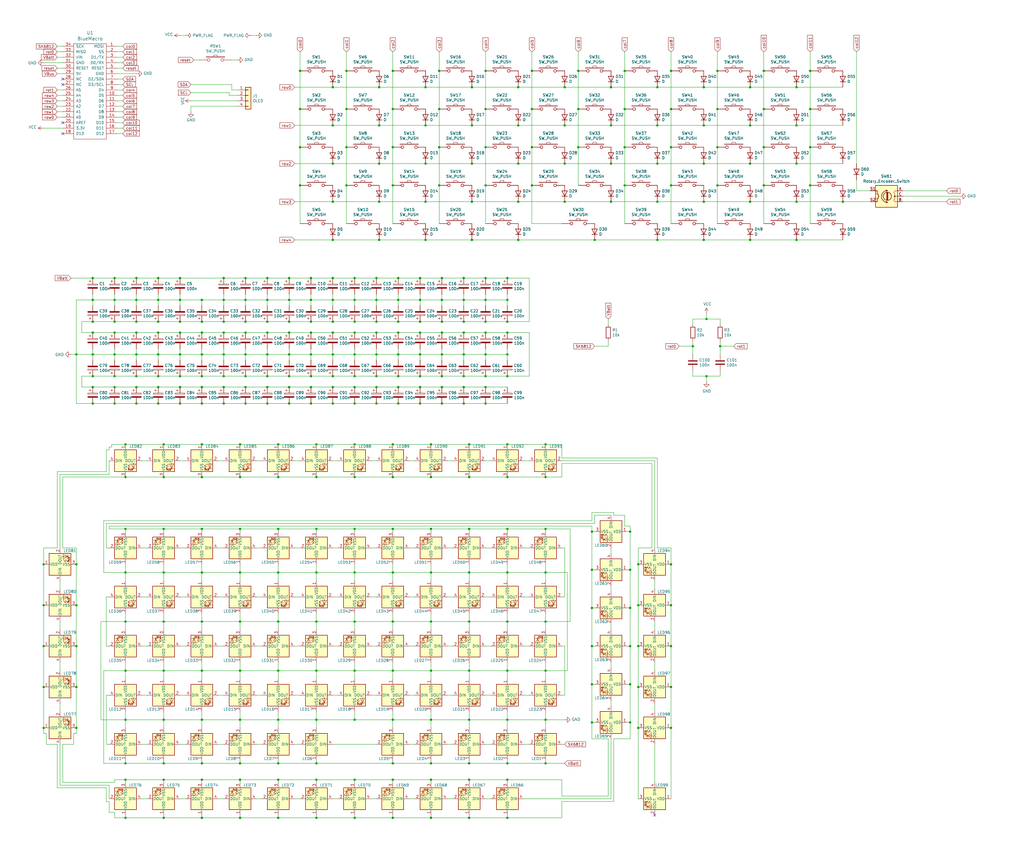
<source format=kicad_sch>
(kicad_sch (version 20210621) (generator eeschema)
  (paper "User" 476.783 403.377)
  (title_block (title "Sakura60 (Not Final)") (date "2021-09-25") (rev "1.0") (company "HorrorTroll"))
  (junction (at 154.94 187.96))
  (junction (at 111.76 335.28))
  (junction (at 20.32 300.99))
  (junction (at 185.42 129.54))
  (junction (at 297.18 262.89))
  (junction (at 165.1 180.34))
  (junction (at 165.1 266.7))
  (junction (at 195.58 129.54))
  (junction (at 53.34 165.1))
  (junction (at 161.29 86.36))
  (junction (at 154.94 165.1))
  (junction (at 154.94 111.76))
  (junction (at 182.88 68.58))
  (junction (at 306.07 111.76))
  (junction (at 154.94 175.26))
  (junction (at 182.88 312.42))
  (junction (at 144.78 175.26))
  (junction (at 195.58 154.94))
  (junction (at 370.84 111.76))
  (junction (at 35.56 165.1))
  (junction (at 111.76 222.25))
  (junction (at 165.1 312.42))
  (junction (at 236.22 312.42))
  (junction (at 73.66 187.96))
  (junction (at 290.83 86.36))
  (junction (at 377.19 33.02))
  (junction (at 198.12 76.2))
  (junction (at 165.1 246.38))
  (junction (at 355.6 33.02))
  (junction (at 218.44 363.22))
  (junction (at 327.66 93.98))
  (junction (at 236.22 335.28))
  (junction (at 290.83 33.02))
  (junction (at 312.42 320.04))
  (junction (at 124.46 149.86))
  (junction (at 262.89 76.2))
  (junction (at 176.53 58.42))
  (junction (at 247.65 68.58))
  (junction (at 254 246.38))
  (junction (at 144.78 180.34))
  (junction (at 241.3 93.98))
  (junction (at 43.18 175.26))
  (junction (at 76.2 355.6))
  (junction (at 124.46 165.1))
  (junction (at 185.42 149.86))
  (junction (at 182.88 86.36))
  (junction (at 334.01 68.58))
  (junction (at 154.94 58.42))
  (junction (at 219.71 58.42))
  (junction (at 76.2 207.01))
  (junction (at 236.22 139.7))
  (junction (at 104.14 175.26))
  (junction (at 349.25 111.76))
  (junction (at 93.98 246.38))
  (junction (at 147.32 381))
  (junction (at 111.76 381))
  (junction (at 349.25 76.2))
  (junction (at 114.3 175.26))
  (junction (at 147.32 312.42))
  (junction (at 114.3 154.94))
  (junction (at 327.66 76.2))
  (junction (at 215.9 187.96))
  (junction (at 219.71 76.2))
  (junction (at 226.06 50.8))
  (junction (at 104.14 180.34))
  (junction (at 215.9 180.34))
  (junction (at 254 266.7))
  (junction (at 175.26 139.7))
  (junction (at 200.66 335.28))
  (junction (at 219.71 111.76))
  (junction (at 204.47 50.8))
  (junction (at 73.66 180.34))
  (junction (at 236.22 165.1))
  (junction (at 275.59 247.65))
  (junction (at 275.59 300.99))
  (junction (at 218.44 207.01))
  (junction (at 297.18 281.94))
  (junction (at 83.82 175.26))
  (junction (at 215.9 139.7))
  (junction (at 58.42 289.56))
  (junction (at 83.82 180.34))
  (junction (at 293.37 336.55))
  (junction (at 93.98 139.7))
  (junction (at 306.07 93.98))
  (junction (at 275.59 318.77))
  (junction (at 241.3 76.2))
  (junction (at 165.1 381))
  (junction (at 204.47 68.58))
  (junction (at 236.22 149.86))
  (junction (at 241.3 58.42))
  (junction (at 93.98 222.25))
  (junction (at 111.76 246.38))
  (junction (at 370.84 58.42))
  (junction (at 147.32 363.22))
  (junction (at 134.62 149.86))
  (junction (at 182.88 363.22))
  (junction (at 275.59 265.43))
  (junction (at 93.98 381))
  (junction (at 195.58 175.26))
  (junction (at 73.66 175.26))
  (junction (at 154.94 149.86))
  (junction (at 53.34 175.26))
  (junction (at 114.3 165.1))
  (junction (at 93.98 312.42))
  (junction (at 165.1 187.96))
  (junction (at 111.76 289.56))
  (junction (at 73.66 154.94))
  (junction (at 76.2 222.25))
  (junction (at 139.7 33.02))
  (junction (at 161.29 50.8))
  (junction (at 93.98 355.6))
  (junction (at 205.74 165.1))
  (junction (at 20.32 262.89))
  (junction (at 124.46 139.7))
  (junction (at 218.44 355.6))
  (junction (at 43.18 154.94))
  (junction (at 182.88 355.6))
  (junction (at 182.88 289.56))
  (junction (at 165.1 207.01))
  (junction (at 93.98 165.1))
  (junction (at 236.22 129.54))
  (junction (at 182.88 222.25))
  (junction (at 76.2 381))
  (junction (at 43.18 129.54))
  (junction (at 175.26 175.26))
  (junction (at 392.43 93.98))
  (junction (at 165.1 363.22))
  (junction (at 312.42 281.94))
  (junction (at 93.98 175.26))
  (junction (at 205.74 175.26))
  (junction (at 83.82 154.94))
  (junction (at 165.1 154.94))
  (junction (at 129.54 207.01))
  (junction (at 129.54 246.38))
  (junction (at 63.5 165.1))
  (junction (at 147.32 207.01))
  (junction (at 175.26 154.94))
  (junction (at 349.25 40.64))
  (junction (at 284.48 40.64))
  (junction (at 93.98 187.96))
  (junction (at 165.1 139.7))
  (junction (at 114.3 129.54))
  (junction (at 247.65 33.02))
  (junction (at 144.78 139.7))
  (junction (at 185.42 175.26))
  (junction (at 83.82 129.54))
  (junction (at 219.71 93.98))
  (junction (at 355.6 86.36))
  (junction (at 226.06 68.58))
  (junction (at 76.2 335.28))
  (junction (at 293.37 247.65))
  (junction (at 290.83 68.58))
  (junction (at 129.54 266.7))
  (junction (at 327.66 111.76))
  (junction (at 306.07 76.2))
  (junction (at 43.18 149.86))
  (junction (at 195.58 187.96))
  (junction (at 335.28 161.29))
  (junction (at 76.2 246.38))
  (junction (at 176.53 40.64))
  (junction (at 53.34 187.96))
  (junction (at 262.89 58.42))
  (junction (at 114.3 187.96))
  (junction (at 76.2 363.22))
  (junction (at 182.88 381))
  (junction (at 219.71 40.64))
  (junction (at 129.54 381))
  (junction (at 144.78 165.1))
  (junction (at 218.44 335.28))
  (junction (at 327.66 40.64))
  (junction (at 290.83 50.8))
  (junction (at 63.5 187.96))
  (junction (at 254 207.01))
  (junction (at 43.18 187.96))
  (junction (at 182.88 207.01))
  (junction (at 58.42 266.7))
  (junction (at 83.82 149.86))
  (junction (at 35.56 339.09))
  (junction (at 269.24 68.58))
  (junction (at 200.66 381))
  (junction (at 134.62 180.34))
  (junction (at 241.3 40.64))
  (junction (at 129.54 335.28))
  (junction (at 312.42 262.89))
  (junction (at 63.5 180.34))
  (junction (at 247.65 86.36))
  (junction (at 269.24 50.8))
  (junction (at 334.01 33.02))
  (junction (at 306.07 58.42))
  (junction (at 205.74 187.96))
  (junction (at 254 335.28))
  (junction (at 144.78 129.54))
  (junction (at 226.06 129.54))
  (junction (at 254 312.42))
  (junction (at 182.88 33.02))
  (junction (at 284.48 76.2))
  (junction (at 124.46 129.54))
  (junction (at 200.66 207.01))
  (junction (at 236.22 207.01))
  (junction (at 262.89 93.98))
  (junction (at 205.74 154.94))
  (junction (at 134.62 129.54))
  (junction (at 284.48 58.42))
  (junction (at 53.34 149.86))
  (junction (at 236.22 154.94))
  (junction (at 104.14 149.86))
  (junction (at 134.62 154.94))
  (junction (at 275.59 336.55))
  (junction (at 175.26 165.1))
  (junction (at 200.66 266.7))
  (junction (at 226.06 86.36))
  (junction (at 93.98 266.7))
  (junction (at 139.7 86.36))
  (junction (at 93.98 335.28))
  (junction (at 129.54 289.56))
  (junction (at 58.42 381))
  (junction (at 104.14 154.94))
  (junction (at 195.58 165.1))
  (junction (at 114.3 149.86))
  (junction (at 205.74 129.54))
  (junction (at 293.37 283.21))
  (junction (at 134.62 175.26))
  (junction (at 370.84 76.2))
  (junction (at 205.74 149.86))
  (junction (at 134.62 187.96))
  (junction (at 198.12 111.76))
  (junction (at 254 222.25))
  (junction (at 76.2 312.42))
  (junction (at 200.66 312.42))
  (junction (at 293.37 300.99))
  (junction (at 226.06 165.1))
  (junction (at 154.94 76.2))
  (junction (at 185.42 139.7))
  (junction (at 147.32 246.38))
  (junction (at 93.98 363.22))
  (junction (at 58.42 222.25))
  (junction (at 154.94 40.64))
  (junction (at 129.54 363.22))
  (junction (at 63.5 175.26))
  (junction (at 175.26 187.96))
  (junction (at 218.44 312.42))
  (junction (at 215.9 175.26))
  (junction (at 236.22 363.22))
  (junction (at 195.58 139.7))
  (junction (at 312.42 300.99))
  (junction (at 195.58 180.34))
  (junction (at 104.14 139.7))
  (junction (at 322.58 161.29))
  (junction (at 198.12 40.64))
  (junction (at 218.44 381))
  (junction (at 185.42 154.94))
  (junction (at 111.76 266.7))
  (junction (at 154.94 180.34))
  (junction (at 306.07 40.64))
  (junction (at 104.14 187.96))
  (junction (at 139.7 68.58))
  (junction (at 58.42 363.22))
  (junction (at 312.42 50.8))
  (junction (at 20.32 339.09))
  (junction (at 236.22 355.6))
  (junction (at 43.18 180.34))
  (junction (at 355.6 50.8))
  (junction (at 35.56 262.89))
  (junction (at 226.06 187.96))
  (junction (at 111.76 363.22))
  (junction (at 370.84 40.64))
  (junction (at 175.26 149.86))
  (junction (at 198.12 58.42))
  (junction (at 58.42 312.42))
  (junction (at 195.58 149.86))
  (junction (at 83.82 139.7))
  (junction (at 175.26 180.34))
  (junction (at 154.94 139.7))
  (junction (at 236.22 222.25))
  (junction (at 83.82 187.96))
  (junction (at 297.18 339.09))
  (junction (at 63.5 129.54))
  (junction (at 200.66 246.38))
  (junction (at 218.44 222.25))
  (junction (at 176.53 93.98))
  (junction (at 111.76 207.01))
  (junction (at 165.1 129.54))
  (junction (at 200.66 222.25))
  (junction (at 349.25 93.98))
  (junction (at 129.54 222.25))
  (junction (at 58.42 246.38))
  (junction (at 226.06 139.7))
  (junction (at 76.2 266.7))
  (junction (at 312.42 68.58))
  (junction (at 154.94 93.98))
  (junction (at 58.42 335.28))
  (junction (at 355.6 68.58))
  (junction (at 175.26 129.54))
  (junction (at 215.9 165.1))
  (junction (at 53.34 154.94))
  (junction (at 114.3 180.34))
  (junction (at 93.98 289.56))
  (junction (at 377.19 86.36))
  (junction (at 236.22 289.56))
  (junction (at 35.56 320.04))
  (junction (at 312.42 86.36))
  (junction (at 204.47 86.36))
  (junction (at 43.18 139.7))
  (junction (at 147.32 355.6))
  (junction (at 200.66 363.22))
  (junction (at 154.94 154.94))
  (junction (at 182.88 266.7))
  (junction (at 111.76 355.6))
  (junction (at 204.47 33.02))
  (junction (at 58.42 355.6))
  (junction (at 275.59 283.21))
  (junction (at 129.54 355.6))
  (junction (at 114.3 139.7))
  (junction (at 334.01 86.36))
  (junction (at 377.19 68.58))
  (junction (at 63.5 139.7))
  (junction (at 370.84 93.98))
  (junction (at 349.25 58.42))
  (junction (at 218.44 289.56))
  (junction (at 241.3 111.76))
  (junction (at 129.54 312.42))
  (junction (at 182.88 246.38))
  (junction (at 293.37 318.77))
  (junction (at 124.46 154.94))
  (junction (at 185.42 180.34))
  (junction (at 144.78 187.96))
  (junction (at 276.86 111.76))
  (junction (at 63.5 149.86))
  (junction (at 124.46 175.26))
  (junction (at 35.56 281.94))
  (junction (at 226.06 149.86))
  (junction (at 147.32 266.7))
  (junction (at 93.98 207.01))
  (junction (at 262.89 40.64))
  (junction (at 104.14 129.54))
  (junction (at 93.98 149.86))
  (junction (at 93.98 180.34))
  (junction (at 236.22 381))
  (junction (at 185.42 165.1))
  (junction (at 236.22 266.7))
  (junction (at 176.53 111.76))
  (junction (at 236.22 246.38))
  (junction (at 226.06 154.94))
  (junction (at 58.42 207.01))
  (junction (at 147.32 222.25))
  (junction (at 165.1 335.28))
  (junction (at 76.2 289.56))
  (junction (at 198.12 93.98))
  (junction (at 134.62 165.1))
  (junction (at 165.1 222.25))
  (junction (at 269.24 33.02))
  (junction (at 73.66 149.86))
  (junction (at 182.88 50.8))
  (junction (at 200.66 289.56))
  (junction (at 161.29 68.58))
  (junction (at 147.32 335.28))
  (junction (at 185.42 187.96))
  (junction (at 144.78 154.94))
  (junction (at 215.9 129.54))
  (junction (at 144.78 149.86))
  (junction (at 284.48 93.98))
  (junction (at 218.44 246.38))
  (junction (at 73.66 129.54))
  (junction (at 165.1 149.86))
  (junction (at 297.18 300.99))
  (junction (at 165.1 175.26))
  (junction (at 328.93 148.59))
  (junction (at 20.32 281.94))
  (junction (at 215.9 149.86))
  (junction (at 200.66 355.6))
  (junction (at 53.34 129.54))
  (junction (at 327.66 58.42))
  (junction (at 63.5 154.94))
  (junction (at 205.74 180.34))
  (junction (at 147.32 289.56))
  (junction (at 226.06 180.34))
  (junction (at 83.82 165.1))
  (junction (at 93.98 154.94))
  (junction (at 215.9 154.94))
  (junction (at 334.01 50.8))
  (junction (at 226.06 175.26))
  (junction (at 218.44 266.7))
  (junction (at 236.22 175.26))
  (junction (at 247.65 50.8))
  (junction (at 139.7 50.8))
  (junction (at 205.74 139.7))
  (junction (at 165.1 165.1))
  (junction (at 182.88 335.28))
  (junction (at 161.29 33.02))
  (junction (at 176.53 76.2))
  (junction (at 254 289.56))
  (junction (at 297.18 320.04))
  (junction (at 254 355.6))
  (junction (at 73.66 165.1))
  (junction (at 124.46 187.96))
  (junction (at 154.94 129.54))
  (junction (at 73.66 139.7))
  (junction (at 377.19 50.8))
  (junction (at 328.93 175.26))
  (junction (at 43.18 165.1))
  (junction (at 293.37 265.43))
  (junction (at 124.46 180.34))
  (junction (at 111.76 312.42))
  (junction (at 312.42 339.09))
  (junction (at 104.14 165.1))
  (junction (at 53.34 180.34))
  (junction (at 165.1 289.56))
  (junction (at 226.06 33.02))
  (junction (at 35.56 300.99))
  (junction (at 20.32 320.04))
  (junction (at 134.62 139.7))
  (junction (at 53.34 139.7))
  (junction (at 312.42 33.02))
  (no_connect (at 29.21 62.23))
  (no_connect (at 29.21 57.15))
  (no_connect (at 304.8 379.73))
  (no_connect (at 29.21 39.37))
  (no_connect (at 29.21 36.83))
  (wire (pts (xy 205.74 165.1) (xy 215.9 165.1)))
  (wire (pts (xy 195.58 149.86) (xy 185.42 149.86)))
  (wire (pts (xy 43.18 165.1) (xy 53.34 165.1)))
  (wire (pts (xy 111.76 262.89) (xy 111.76 266.7)))
  (wire (pts (xy 195.58 129.54) (xy 205.74 129.54)))
  (wire (pts (xy 129.54 335.28) (xy 129.54 331.47)))
  (wire (pts (xy 262.89 335.28) (xy 254 335.28)))
  (wire (pts (xy 284.48 93.98) (xy 306.07 93.98)))
  (wire (pts (xy 137.16 76.2) (xy 154.94 76.2)))
  (wire (pts (xy 157.48 372.11) (xy 154.94 372.11)))
  (wire (pts (xy 27.94 255.27) (xy 27.94 220.98)))
  (wire (pts (xy 83.82 129.54) (xy 104.14 129.54)))
  (wire (pts (xy 53.34 180.34) (xy 63.5 180.34)))
  (wire (pts (xy 76.2 246.38) (xy 58.42 246.38)))
  (wire (pts (xy 355.6 33.02) (xy 355.6 50.8)))
  (wire (pts (xy 165.1 316.23) (xy 165.1 312.42)))
  (wire (pts (xy 93.98 364.49) (xy 93.98 363.22)))
  (wire (pts (xy 297.18 339.09) (xy 297.18 372.11)))
  (wire (pts (xy 226.06 180.34) (xy 236.22 180.34)))
  (wire (pts (xy 246.38 300.99) (xy 243.84 300.99)))
  (wire (pts (xy 144.78 165.1) (xy 144.78 167.64)))
  (wire (pts (xy 262.89 58.42) (xy 284.48 58.42)))
  (wire (pts (xy 90.17 27.94) (xy 92.71 27.94)))
  (wire (pts (xy 195.58 167.64) (xy 195.58 165.1)))
  (wire (pts (xy 275.59 238.76) (xy 285.75 238.76)))
  (wire (pts (xy 228.6 300.99) (xy 226.06 300.99)))
  (wire (pts (xy 292.1 283.21) (xy 293.37 283.21)))
  (wire (pts (xy 129.54 289.56) (xy 147.32 289.56)))
  (wire (pts (xy 284.48 326.39) (xy 284.48 328.93)))
  (wire (pts (xy 193.04 300.99) (xy 190.5 300.99)))
  (wire (pts (xy 20.32 341.63) (xy 20.32 339.09)))
  (wire (pts (xy 200.66 266.7) (xy 182.88 266.7)))
  (wire (pts (xy 157.48 278.13) (xy 154.94 278.13)))
  (wire (pts (xy 20.32 281.94) (xy 20.32 262.89)))
  (wire (pts (xy 290.83 50.8) (xy 290.83 68.58)))
  (wire (pts (xy 147.32 293.37) (xy 147.32 289.56)))
  (wire (pts (xy 86.36 255.27) (xy 83.82 255.27)))
  (wire (pts (xy 185.42 139.7) (xy 175.26 139.7)))
  (wire (pts (xy 297.18 255.27) (xy 297.18 262.89)))
  (wire (pts (xy 185.42 187.96) (xy 175.26 187.96)))
  (wire (pts (xy 236.22 246.38) (xy 218.44 246.38)))
  (wire (pts (xy 322.58 148.59) (xy 328.93 148.59)))
  (wire (pts (xy 312.42 339.09) (xy 312.42 372.11)))
  (wire (pts (xy 254 285.75) (xy 254 289.56)))
  (wire (pts (xy 275.59 300.99) (xy 275.59 318.77)))
  (wire (pts (xy 114.3 149.86) (xy 104.14 149.86)))
  (wire (pts (xy 182.88 381) (xy 165.1 381)))
  (wire (pts (xy 185.42 167.64) (xy 185.42 165.1)))
  (wire (pts (xy 52.07 208.28) (xy 52.07 207.01)))
  (wire (pts (xy 27.94 274.32) (xy 27.94 270.51)))
  (wire (pts (xy 121.92 300.99) (xy 119.38 300.99)))
  (wire (pts (xy 254 355.6) (xy 254 354.33)))
  (wire (pts (xy 236.22 149.86) (xy 226.06 149.86)))
  (wire (pts (xy 312.42 281.94) (xy 312.42 262.89)))
  (wire (pts (xy 200.66 379.73) (xy 200.66 381)))
  (wire (pts (xy 53.34 378.46) (xy 50.8 378.46)))
  (wire (pts (xy 370.84 76.2) (xy 392.43 76.2)))
  (wire (pts (xy 218.44 364.49) (xy 218.44 363.22)))
  (wire (pts (xy 134.62 165.1) (xy 144.78 165.1)))
  (wire (pts (xy 241.3 111.76) (xy 276.86 111.76)))
  (wire (pts (xy 312.42 68.58) (xy 312.42 86.36)))
  (wire (pts (xy 215.9 180.34) (xy 226.06 180.34)))
  (wire (pts (xy 165.1 331.47) (xy 165.1 335.28)))
  (wire (pts (xy 285.75 238.76) (xy 285.75 240.03)))
  (wire (pts (xy 165.1 154.94) (xy 175.26 154.94)))
  (wire (pts (xy 195.58 180.34) (xy 205.74 180.34)))
  (wire (pts (xy 236.22 363.22) (xy 218.44 363.22)))
  (wire (pts (xy 306.07 58.42) (xy 327.66 58.42)))
  (wire (pts (xy 144.78 129.54) (xy 154.94 129.54)))
  (wire (pts (xy 236.22 381) (xy 218.44 381)))
  (wire (pts (xy 349.25 93.98) (xy 370.84 93.98)))
  (wire (pts (xy 226.06 24.13) (xy 226.06 33.02)))
  (wire (pts (xy 49.53 346.71) (xy 49.53 323.85)))
  (wire (pts (xy 86.36 16.51) (xy 83.82 16.51)))
  (wire (pts (xy 147.32 262.89) (xy 147.32 266.7)))
  (wire (pts (xy 20.32 255.27) (xy 26.67 255.27)))
  (wire (pts (xy 83.82 175.26) (xy 73.66 175.26)))
  (wire (pts (xy 54.61 54.61) (xy 57.15 54.61)))
  (wire (pts (xy 83.82 278.13) (xy 86.36 278.13)))
  (wire (pts (xy 134.62 142.24) (xy 134.62 139.7)))
  (wire (pts (xy 93.98 331.47) (xy 93.98 335.28)))
  (wire (pts (xy 398.78 88.9) (xy 405.13 88.9)))
  (wire (pts (xy 205.74 154.94) (xy 215.9 154.94)))
  (wire (pts (xy 262.89 93.98) (xy 284.48 93.98)))
  (wire (pts (xy 200.66 262.89) (xy 200.66 266.7)))
  (wire (pts (xy 139.7 24.13) (xy 139.7 33.02)))
  (wire (pts (xy 290.83 33.02) (xy 290.83 50.8)))
  (wire (pts (xy 236.22 289.56) (xy 254 289.56)))
  (wire (pts (xy 50.8 346.71) (xy 49.53 346.71)))
  (wire (pts (xy 185.42 137.16) (xy 185.42 139.7)))
  (wire (pts (xy 93.98 167.64) (xy 93.98 165.1)))
  (wire (pts (xy 93.98 363.22) (xy 76.2 363.22)))
  (wire (pts (xy 93.98 247.65) (xy 93.98 246.38)))
  (wire (pts (xy 276.86 240.03) (xy 284.48 240.03)))
  (wire (pts (xy 154.94 162.56) (xy 154.94 165.1)))
  (wire (pts (xy 165.1 266.7) (xy 165.1 270.51)))
  (wire (pts (xy 73.66 129.54) (xy 83.82 129.54)))
  (wire (pts (xy 124.46 167.64) (xy 124.46 165.1)))
  (wire (pts (xy 322.58 175.26) (xy 328.93 175.26)))
  (wire (pts (xy 218.44 207.01) (xy 236.22 207.01)))
  (wire (pts (xy 147.32 289.56) (xy 165.1 289.56)))
  (wire (pts (xy 50.8 255.27) (xy 49.53 255.27)))
  (wire (pts (xy 134.62 162.56) (xy 134.62 165.1)))
  (wire (pts (xy 53.34 154.94) (xy 63.5 154.94)))
  (wire (pts (xy 29.21 52.07) (xy 26.67 52.07)))
  (wire (pts (xy 228.6 323.85) (xy 226.06 323.85)))
  (wire (pts (xy 139.7 50.8) (xy 139.7 68.58)))
  (wire (pts (xy 193.04 372.11) (xy 190.5 372.11)))
  (wire (pts (xy 73.66 175.26) (xy 63.5 175.26)))
  (wire (pts (xy 236.22 331.47) (xy 236.22 335.28)))
  (wire (pts (xy 205.74 142.24) (xy 205.74 139.7)))
  (wire (pts (xy 200.66 293.37) (xy 200.66 289.56)))
  (wire (pts (xy 176.53 58.42) (xy 198.12 58.42)))
  (wire (pts (xy 175.26 139.7) (xy 165.1 139.7)))
  (wire (pts (xy 398.78 24.13) (xy 398.78 76.2)))
  (wire (pts (xy 293.37 318.77) (xy 293.37 336.55)))
  (wire (pts (xy 104.14 300.99) (xy 101.6 300.99)))
  (wire (pts (xy 129.54 246.38) (xy 129.54 247.65)))
  (wire (pts (xy 195.58 154.94) (xy 205.74 154.94)))
  (wire (pts (xy 124.46 137.16) (xy 124.46 139.7)))
  (wire (pts (xy 293.37 247.65) (xy 292.1 247.65)))
  (wire (pts (xy 175.26 278.13) (xy 172.72 278.13)))
  (wire (pts (xy 290.83 24.13) (xy 290.83 33.02)))
  (wire (pts (xy 68.58 372.11) (xy 66.04 372.11)))
  (wire (pts (xy 119.38 278.13) (xy 121.92 278.13)))
  (wire (pts (xy 73.66 154.94) (xy 83.82 154.94)))
  (wire (pts (xy 29.21 364.49) (xy 29.21 346.71)))
  (wire (pts (xy 204.47 24.13) (xy 204.47 33.02)))
  (wire (pts (xy 218.44 354.33) (xy 218.44 355.6)))
  (wire (pts (xy 341.63 161.29) (xy 335.28 161.29)))
  (wire (pts (xy 129.54 335.28) (xy 147.32 335.28)))
  (wire (pts (xy 254 262.89) (xy 254 266.7)))
  (wire (pts (xy 226.06 139.7) (xy 215.9 139.7)))
  (wire (pts (xy 93.98 154.94) (xy 104.14 154.94)))
  (wire (pts (xy 76.2 381) (xy 58.42 381)))
  (wire (pts (xy 306.07 213.36) (xy 306.07 255.27)))
  (wire (pts (xy 111.76 246.38) (xy 93.98 246.38)))
  (wire (pts (xy 93.98 266.7) (xy 76.2 266.7)))
  (wire (pts (xy 154.94 139.7) (xy 154.94 142.24)))
  (wire (pts (xy 204.47 50.8) (xy 204.47 68.58)))
  (wire (pts (xy 285.75 344.17) (xy 285.75 373.38)))
  (wire (pts (xy 190.5 214.63) (xy 193.04 214.63)))
  (wire (pts (xy 129.54 293.37) (xy 129.54 289.56)))
  (wire (pts (xy 312.42 320.04) (xy 312.42 300.99)))
  (wire (pts (xy 377.19 24.13) (xy 377.19 33.02)))
  (wire (pts (xy 121.92 255.27) (xy 119.38 255.27)))
  (wire (pts (xy 247.65 104.14) (xy 261.62 104.14)))
  (wire (pts (xy 334.01 68.58) (xy 334.01 86.36)))
  (wire (pts (xy 147.32 285.75) (xy 147.32 289.56)))
  (wire (pts (xy 107.95 41.91) (xy 110.49 41.91)))
  (wire (pts (xy 88.9 49.53) (xy 110.49 49.53)))
  (wire (pts (xy 26.67 367.03) (xy 26.67 346.71)))
  (wire (pts (xy 322.58 161.29) (xy 322.58 165.1)))
  (wire (pts (xy 54.61 31.75) (xy 57.15 31.75)))
  (wire (pts (xy 228.6 346.71) (xy 226.06 346.71)))
  (wire (pts (xy 175.26 165.1) (xy 185.42 165.1)))
  (wire (pts (xy 236.22 142.24) (xy 236.22 139.7)))
  (wire (pts (xy 48.26 312.42) (xy 58.42 312.42)))
  (wire (pts (xy 262.89 76.2) (xy 284.48 76.2)))
  (wire (pts (xy 293.37 247.65) (xy 293.37 265.43)))
  (wire (pts (xy 53.34 139.7) (xy 43.18 139.7)))
  (wire (pts (xy 26.67 219.71) (xy 49.53 219.71)))
  (wire (pts (xy 63.5 129.54) (xy 73.66 129.54)))
  (wire (pts (xy 304.8 214.63) (xy 304.8 255.27)))
  (wire (pts (xy 304.8 293.37) (xy 304.8 289.56)))
  (wire (pts (xy 210.82 255.27) (xy 208.28 255.27)))
  (wire (pts (xy 21.59 346.71) (xy 21.59 341.63)))
  (wire (pts (xy 293.37 336.55) (xy 292.1 336.55)))
  (wire (pts (xy 246.38 278.13) (xy 243.84 278.13)))
  (wire (pts (xy 147.32 364.49) (xy 147.32 363.22)))
  (wire (pts (xy 154.94 111.76) (xy 176.53 111.76)))
  (wire (pts (xy 226.06 187.96) (xy 215.9 187.96)))
  (wire (pts (xy 355.6 68.58) (xy 355.6 86.36)))
  (wire (pts (xy 218.44 379.73) (xy 218.44 381)))
  (wire (pts (xy 246.38 149.86) (xy 236.22 149.86)))
  (wire (pts (xy 176.53 40.64) (xy 198.12 40.64)))
  (wire (pts (xy 54.61 62.23) (xy 57.15 62.23)))
  (wire (pts (xy 304.8 331.47) (xy 304.8 327.66)))
  (wire (pts (xy 254 312.42) (xy 254 316.23)))
  (wire (pts (xy 104.14 129.54) (xy 114.3 129.54)))
  (wire (pts (xy 144.78 149.86) (xy 134.62 149.86)))
  (wire (pts (xy 335.28 161.29) (xy 335.28 165.1)))
  (wire (pts (xy 111.76 335.28) (xy 129.54 335.28)))
  (wire (pts (xy 111.76 363.22) (xy 93.98 363.22)))
  (wire (pts (xy 349.25 111.76) (xy 370.84 111.76)))
  (wire (pts (xy 262.89 255.27) (xy 261.62 255.27)))
  (wire (pts (xy 204.47 86.36) (xy 204.47 104.14)))
  (wire (pts (xy 83.82 180.34) (xy 93.98 180.34)))
  (wire (pts (xy 38.1 175.26) (xy 43.18 175.26)))
  (wire (pts (xy 124.46 165.1) (xy 134.62 165.1)))
  (wire (pts (xy 226.06 149.86) (xy 215.9 149.86)))
  (wire (pts (xy 175.26 167.64) (xy 175.26 165.1)))
  (wire (pts (xy 154.94 137.16) (xy 154.94 139.7)))
  (wire (pts (xy 219.71 58.42) (xy 241.3 58.42)))
  (wire (pts (xy 262.89 40.64) (xy 284.48 40.64)))
  (wire (pts (xy 53.34 129.54) (xy 63.5 129.54)))
  (wire (pts (xy 200.66 308.61) (xy 200.66 312.42)))
  (wire (pts (xy 76.2 266.7) (xy 76.2 270.51)))
  (wire (pts (xy 297.18 262.89) (xy 297.18 281.94)))
  (wire (pts (xy 73.66 162.56) (xy 73.66 165.1)))
  (wire (pts (xy 58.42 312.42) (xy 58.42 316.23)))
  (wire (pts (xy 261.62 222.25) (xy 261.62 215.9)))
  (wire (pts (xy 165.1 129.54) (xy 175.26 129.54)))
  (wire (pts (xy 236.22 379.73) (xy 236.22 381)))
  (wire (pts (xy 58.42 355.6) (xy 76.2 355.6)))
  (wire (pts (xy 49.53 323.85) (xy 50.8 323.85)))
  (wire (pts (xy 175.26 323.85) (xy 172.72 323.85)))
  (wire (pts (xy 93.98 149.86) (xy 83.82 149.86)))
  (wire (pts (xy 137.16 214.63) (xy 139.7 214.63)))
  (wire (pts (xy 327.66 58.42) (xy 349.25 58.42)))
  (wire (pts (xy 111.76 312.42) (xy 129.54 312.42)))
  (wire (pts (xy 215.9 175.26) (xy 205.74 175.26)))
  (wire (pts (xy 54.61 39.37) (xy 57.15 39.37)))
  (wire (pts (xy 83.82 165.1) (xy 93.98 165.1)))
  (wire (pts (xy 114.3 142.24) (xy 114.3 139.7)))
  (wire (pts (xy 93.98 293.37) (xy 93.98 289.56)))
  (wire (pts (xy 139.7 68.58) (xy 139.7 86.36)))
  (wire (pts (xy 262.89 346.71) (xy 261.62 346.71)))
  (wire (pts (xy 53.34 165.1) (xy 53.34 167.64)))
  (wire (pts (xy 38.1 175.26) (xy 38.1 180.34)))
  (wire (pts (xy 154.94 154.94) (xy 165.1 154.94)))
  (wire (pts (xy 33.02 129.54) (xy 43.18 129.54)))
  (wire (pts (xy 306.07 255.27) (xy 312.42 255.27)))
  (wire (pts (xy 43.18 139.7) (xy 35.56 139.7)))
  (wire (pts (xy 106.68 43.18) (xy 88.9 43.18)))
  (wire (pts (xy 76.2 355.6) (xy 76.2 354.33)))
  (wire (pts (xy 49.53 243.84) (xy 276.86 243.84)))
  (wire (pts (xy 335.28 175.26) (xy 335.28 172.72)))
  (wire (pts (xy 137.16 40.64) (xy 154.94 40.64)))
  (wire (pts (xy 93.98 312.42) (xy 93.98 316.23)))
  (wire (pts (xy 29.21 255.27) (xy 29.21 222.25)))
  (wire (pts (xy 58.42 285.75) (xy 58.42 289.56)))
  (wire (pts (xy 129.54 363.22) (xy 111.76 363.22)))
  (wire (pts (xy 306.07 111.76) (xy 327.66 111.76)))
  (wire (pts (xy 48.26 242.57) (xy 275.59 242.57)))
  (wire (pts (xy 104.14 154.94) (xy 114.3 154.94)))
  (wire (pts (xy 182.88 293.37) (xy 182.88 289.56)))
  (wire (pts (xy 254 339.09) (xy 254 335.28)))
  (wire (pts (xy 66.04 278.13) (xy 68.58 278.13)))
  (wire (pts (xy 218.44 335.28) (xy 236.22 335.28)))
  (wire (pts (xy 312.42 86.36) (xy 312.42 104.14)))
  (wire (pts (xy 86.36 346.71) (xy 83.82 346.71)))
  (wire (pts (xy 43.18 167.64) (xy 43.18 165.1)))
  (wire (pts (xy 144.78 154.94) (xy 154.94 154.94)))
  (wire (pts (xy 182.88 364.49) (xy 182.88 363.22)))
  (wire (pts (xy 38.1 154.94) (xy 43.18 154.94)))
  (wire (pts (xy 283.21 344.17) (xy 283.21 370.84)))
  (wire (pts (xy 241.3 40.64) (xy 262.89 40.64)))
  (wire (pts (xy 200.66 289.56) (xy 218.44 289.56)))
  (wire (pts (xy 377.19 86.36) (xy 377.19 104.14)))
  (wire (pts (xy 200.66 335.28) (xy 200.66 339.09)))
  (wire (pts (xy 200.66 270.51) (xy 200.66 266.7)))
  (wire (pts (xy 236.22 262.89) (xy 236.22 266.7)))
  (wire (pts (xy 144.78 187.96) (xy 134.62 187.96)))
  (wire (pts (xy 215.9 154.94) (xy 226.06 154.94)))
  (wire (pts (xy 73.66 187.96) (xy 63.5 187.96)))
  (wire (pts (xy 182.88 363.22) (xy 165.1 363.22)))
  (wire (pts (xy 370.84 93.98) (xy 392.43 93.98)))
  (wire (pts (xy 111.76 339.09) (xy 111.76 335.28)))
  (wire (pts (xy 275.59 242.57) (xy 275.59 238.76)))
  (wire (pts (xy 114.3 154.94) (xy 124.46 154.94)))
  (wire (pts (xy 355.6 86.36) (xy 355.6 104.14)))
  (wire (pts (xy 182.88 262.89) (xy 182.88 266.7)))
  (wire (pts (xy 247.65 24.13) (xy 247.65 33.02)))
  (wire (pts (xy 195.58 137.16) (xy 195.58 139.7)))
  (wire (pts (xy 121.92 346.71) (xy 119.38 346.71)))
  (wire (pts (xy 104.14 142.24) (xy 104.14 139.7)))
  (wire (pts (xy 284.48 76.2) (xy 306.07 76.2)))
  (wire (pts (xy 236.22 139.7) (xy 226.06 139.7)))
  (wire (pts (xy 76.2 355.6) (xy 93.98 355.6)))
  (wire (pts (xy 73.66 165.1) (xy 83.82 165.1)))
  (wire (pts (xy 134.62 139.7) (xy 124.46 139.7)))
  (wire (pts (xy 247.65 86.36) (xy 247.65 104.14)))
  (wire (pts (xy 215.9 167.64) (xy 215.9 165.1)))
  (wire (pts (xy 182.88 86.36) (xy 182.88 104.14)))
  (wire (pts (xy 129.54 266.7) (xy 129.54 262.89)))
  (wire (pts (xy 104.14 165.1) (xy 114.3 165.1)))
  (wire (pts (xy 88.9 49.53) (xy 88.9 52.07)))
  (wire (pts (xy 165.1 187.96) (xy 154.94 187.96)))
  (wire (pts (xy 26.67 255.27) (xy 26.67 219.71)))
  (wire (pts (xy 26.67 26.67) (xy 29.21 26.67)))
  (wire (pts (xy 204.47 33.02) (xy 204.47 50.8)))
  (wire (pts (xy 93.98 222.25) (xy 111.76 222.25)))
  (wire (pts (xy 124.46 187.96) (xy 114.3 187.96)))
  (wire (pts (xy 43.18 154.94) (xy 53.34 154.94)))
  (wire (pts (xy 58.42 308.61) (xy 58.42 312.42)))
  (wire (pts (xy 254 355.6) (xy 262.89 355.6)))
  (wire (pts (xy 86.36 300.99) (xy 83.82 300.99)))
  (wire (pts (xy 165.1 139.7) (xy 165.1 142.24)))
  (wire (pts (xy 228.6 255.27) (xy 226.06 255.27)))
  (wire (pts (xy 35.56 262.89) (xy 35.56 281.94)))
  (wire (pts (xy 210.82 278.13) (xy 208.28 278.13)))
  (wire (pts (xy 236.22 364.49) (xy 236.22 363.22)))
  (wire (pts (xy 215.9 142.24) (xy 215.9 139.7)))
  (wire (pts (xy 50.8 246.38) (xy 50.8 245.11)))
  (wire (pts (xy 165.1 165.1) (xy 165.1 167.64)))
  (wire (pts (xy 304.8 270.51) (xy 304.8 274.32)))
  (wire (pts (xy 236.22 187.96) (xy 226.06 187.96)))
  (wire (pts (xy 377.19 50.8) (xy 377.19 68.58)))
  (wire (pts (xy 392.43 93.98) (xy 405.13 93.98)))
  (wire (pts (xy 175.26 372.11) (xy 172.72 372.11)))
  (wire (pts (xy 83.82 149.86) (xy 73.66 149.86)))
  (wire (pts (xy 284.48 273.05) (xy 284.48 275.59)))
  (wire (pts (xy 157.48 300.99) (xy 154.94 300.99)))
  (wire (pts (xy 241.3 93.98) (xy 262.89 93.98)))
  (wire (pts (xy 292.1 265.43) (xy 293.37 265.43)))
  (wire (pts (xy 93.98 355.6) (xy 93.98 354.33)))
  (wire (pts (xy 265.43 246.38) (xy 254 246.38)))
  (wire (pts (xy 226.06 162.56) (xy 226.06 165.1)))
  (wire (pts (xy 107.95 39.37) (xy 88.9 39.37)))
  (wire (pts (xy 247.65 33.02) (xy 247.65 50.8)))
  (wire (pts (xy 50.8 373.38) (xy 49.53 373.38)))
  (wire (pts (xy 63.5 139.7) (xy 53.34 139.7)))
  (wire (pts (xy 210.82 323.85) (xy 208.28 323.85)))
  (wire (pts (xy 254 266.7) (xy 236.22 266.7)))
  (wire (pts (xy 129.54 316.23) (xy 129.54 312.42)))
  (wire (pts (xy 58.42 354.33) (xy 58.42 355.6)))
  (wire (pts (xy 157.48 323.85) (xy 154.94 323.85)))
  (wire (pts (xy 200.66 312.42) (xy 200.66 316.23)))
  (wire (pts (xy 246.38 175.26) (xy 236.22 175.26)))
  (wire (pts (xy 236.22 175.26) (xy 226.06 175.26)))
  (wire (pts (xy 284.48 344.17) (xy 284.48 372.11)))
  (wire (pts (xy 93.98 285.75) (xy 93.98 289.56)))
  (wire (pts (xy 154.94 180.34) (xy 165.1 180.34)))
  (wire (pts (xy 106.68 44.45) (xy 110.49 44.45)))
  (wire (pts (xy 290.83 240.03) (xy 290.83 245.11)))
  (wire (pts (xy 284.48 40.64) (xy 306.07 40.64)))
  (wire (pts (xy 63.5 154.94) (xy 73.66 154.94)))
  (wire (pts (xy 275.59 265.43) (xy 275.59 283.21)))
  (wire (pts (xy 137.16 111.76) (xy 154.94 111.76)))
  (wire (pts (xy 236.22 293.37) (xy 236.22 289.56)))
  (wire (pts (xy 218.44 285.75) (xy 218.44 289.56)))
  (wire (pts (xy 165.1 266.7) (xy 165.1 262.89)))
  (wire (pts (xy 377.19 68.58) (xy 377.19 86.36)))
  (wire (pts (xy 215.9 129.54) (xy 226.06 129.54)))
  (wire (pts (xy 76.2 289.56) (xy 76.2 293.37)))
  (wire (pts (xy 43.18 175.26) (xy 53.34 175.26)))
  (wire (pts (xy 312.42 281.94) (xy 312.42 300.99)))
  (wire (pts (xy 58.42 381) (xy 58.42 379.73)))
  (wire (pts (xy 165.1 266.7) (xy 147.32 266.7)))
  (wire (pts (xy 175.26 300.99) (xy 172.72 300.99)))
  (wire (pts (xy 54.61 52.07) (xy 57.15 52.07)))
  (wire (pts (xy 144.78 175.26) (xy 134.62 175.26)))
  (wire (pts (xy 147.32 354.33) (xy 147.32 355.6)))
  (wire (pts (xy 27.94 327.66) (xy 27.94 331.47)))
  (wire (pts (xy 63.5 175.26) (xy 53.34 175.26)))
  (wire (pts (xy 218.44 262.89) (xy 218.44 266.7)))
  (wire (pts (xy 46.99 289.56) (xy 58.42 289.56)))
  (wire (pts (xy 218.44 289.56) (xy 236.22 289.56)))
  (wire (pts (xy 200.66 363.22) (xy 182.88 363.22)))
  (wire (pts (xy 58.42 363.22) (xy 58.42 364.49)))
  (wire (pts (xy 175.26 187.96) (xy 165.1 187.96)))
  (wire (pts (xy 124.46 154.94) (xy 134.62 154.94)))
  (wire (pts (xy 165.1 247.65) (xy 165.1 246.38)))
  (wire (pts (xy 27.94 220.98) (xy 50.8 220.98)))
  (wire (pts (xy 104.14 346.71) (xy 101.6 346.71)))
  (wire (pts (xy 236.22 222.25) (xy 254 222.25)))
  (wire (pts (xy 276.86 243.84) (xy 276.86 240.03)))
  (wire (pts (xy 292.1 300.99) (xy 293.37 300.99)))
  (wire (pts (xy 93.98 312.42) (xy 111.76 312.42)))
  (wire (pts (xy 58.42 381) (xy 53.34 381)))
  (wire (pts (xy 54.61 21.59) (xy 57.15 21.59)))
  (wire (pts (xy 172.72 214.63) (xy 175.26 214.63)))
  (wire (pts (xy 226.06 175.26) (xy 215.9 175.26)))
  (wire (pts (xy 154.94 139.7) (xy 144.78 139.7)))
  (wire (pts (xy 215.9 137.16) (xy 215.9 139.7)))
  (wire (pts (xy 134.62 154.94) (xy 144.78 154.94)))
  (wire (pts (xy 200.66 285.75) (xy 200.66 289.56)))
  (wire (pts (xy 58.42 289.56) (xy 76.2 289.56)))
  (wire (pts (xy 111.76 247.65) (xy 111.76 246.38)))
  (wire (pts (xy 144.78 162.56) (xy 144.78 165.1)))
  (wire (pts (xy 175.26 255.27) (xy 172.72 255.27)))
  (wire (pts (xy 50.8 209.55) (xy 50.8 208.28)))
  (wire (pts (xy 334.01 33.02) (xy 334.01 50.8)))
  (wire (pts (xy 215.9 139.7) (xy 205.74 139.7)))
  (wire (pts (xy 246.38 129.54) (xy 246.38 149.86)))
  (wire (pts (xy 139.7 255.27) (xy 137.16 255.27)))
  (wire (pts (xy 236.22 316.23) (xy 236.22 312.42)))
  (wire (pts (xy 200.66 331.47) (xy 200.66 335.28)))
  (wire (pts (xy 58.42 289.56) (xy 58.42 293.37)))
  (wire (pts (xy 104.14 255.27) (xy 101.6 255.27)))
  (wire (pts (xy 236.22 165.1) (xy 236.22 167.64)))
  (wire (pts (xy 38.1 180.34) (xy 43.18 180.34)))
  (wire (pts (xy 182.88 68.58) (xy 182.88 86.36)))
  (wire (pts (xy 261.62 370.84) (xy 261.62 363.22)))
  (wire (pts (xy 205.74 162.56) (xy 205.74 165.1)))
  (wire (pts (xy 355.6 24.13) (xy 355.6 33.02)))
  (wire (pts (xy 93.98 355.6) (xy 111.76 355.6)))
  (wire (pts (xy 293.37 336.55) (xy 293.37 344.17)))
  (wire (pts (xy 104.14 175.26) (xy 93.98 175.26)))
  (wire (pts (xy 175.26 142.24) (xy 175.26 139.7)))
  (wire (pts (xy 236.22 335.28) (xy 254 335.28)))
  (wire (pts (xy 328.93 175.26) (xy 335.28 175.26)))
  (wire (pts (xy 111.76 312.42) (xy 111.76 316.23)))
  (wire (pts (xy 129.54 381) (xy 111.76 381)))
  (wire (pts (xy 226.06 68.58) (xy 226.06 86.36)))
  (wire (pts (xy 195.58 162.56) (xy 195.58 165.1)))
  (wire (pts (xy 254 246.38) (xy 254 247.65)))
  (wire (pts (xy 134.62 137.16) (xy 134.62 139.7)))
  (wire (pts (xy 53.34 139.7) (xy 53.34 142.24)))
  (wire (pts (xy 76.2 308.61) (xy 76.2 312.42)))
  (wire (pts (xy 26.67 54.61) (xy 29.21 54.61)))
  (wire (pts (xy 111.76 289.56) (xy 129.54 289.56)))
  (wire (pts (xy 114.3 137.16) (xy 114.3 139.7)))
  (wire (pts (xy 193.04 323.85) (xy 190.5 323.85)))
  (wire (pts (xy 228.6 278.13) (xy 226.06 278.13)))
  (wire (pts (xy 292.1 318.77) (xy 293.37 318.77)))
  (wire (pts (xy 49.53 367.03) (xy 26.67 367.03)))
  (wire (pts (xy 49.53 278.13) (xy 50.8 278.13)))
  (wire (pts (xy 165.1 162.56) (xy 165.1 165.1)))
  (wire (pts (xy 63.5 165.1) (xy 63.5 167.64)))
  (wire (pts (xy 147.32 266.7) (xy 147.32 270.51)))
  (wire (pts (xy 134.62 187.96) (xy 124.46 187.96)))
  (wire (pts (xy 200.66 247.65) (xy 200.66 246.38)))
  (wire (pts (xy 276.86 111.76) (xy 306.07 111.76)))
  (wire (pts (xy 254 246.38) (xy 236.22 246.38)))
  (wire (pts (xy 139.7 300.99) (xy 137.16 300.99)))
  (wire (pts (xy 58.42 262.89) (xy 58.42 266.7)))
  (wire (pts (xy 43.18 129.54) (xy 53.34 129.54)))
  (wire (pts (xy 76.2 289.56) (xy 93.98 289.56)))
  (wire (pts (xy 165.1 246.38) (xy 147.32 246.38)))
  (wire (pts (xy 165.1 207.01) (xy 182.88 207.01)))
  (wire (pts (xy 68.58 346.71) (xy 66.04 346.71)))
  (wire (pts (xy 261.62 323.85) (xy 262.89 323.85)))
  (wire (pts (xy 93.98 139.7) (xy 83.82 139.7)))
  (wire (pts (xy 144.78 137.16) (xy 144.78 139.7)))
  (wire (pts (xy 83.82 137.16) (xy 83.82 139.7)))
  (wire (pts (xy 284.48 308.61) (xy 284.48 311.15)))
  (wire (pts (xy 147.32 381) (xy 129.54 381)))
  (wire (pts (xy 175.26 149.86) (xy 165.1 149.86)))
  (wire (pts (xy 137.16 278.13) (xy 139.7 278.13)))
  (wire (pts (xy 398.78 83.82) (xy 398.78 88.9)))
  (wire (pts (xy 182.88 331.47) (xy 182.88 335.28)))
  (wire (pts (xy 43.18 162.56) (xy 43.18 165.1)))
  (wire (pts (xy 124.46 162.56) (xy 124.46 165.1)))
  (wire (pts (xy 205.74 137.16) (xy 205.74 139.7)))
  (wire (pts (xy 236.22 285.75) (xy 236.22 289.56)))
  (wire (pts (xy 204.47 68.58) (xy 204.47 86.36)))
  (wire (pts (xy 198.12 93.98) (xy 219.71 93.98)))
  (wire (pts (xy 58.42 312.42) (xy 76.2 312.42)))
  (wire (pts (xy 54.61 46.99) (xy 57.15 46.99)))
  (wire (pts (xy 50.8 300.99) (xy 49.53 300.99)))
  (wire (pts (xy 54.61 44.45) (xy 57.15 44.45)))
  (wire (pts (xy 198.12 76.2) (xy 219.71 76.2)))
  (wire (pts (xy 247.65 68.58) (xy 247.65 86.36)))
  (wire (pts (xy 161.29 50.8) (xy 161.29 68.58)))
  (wire (pts (xy 264.16 266.7) (xy 254 266.7)))
  (wire (pts (xy 83.82 323.85) (xy 86.36 323.85)))
  (wire (pts (xy 29.21 24.13) (xy 26.67 24.13)))
  (wire (pts (xy 195.58 187.96) (xy 185.42 187.96)))
  (wire (pts (xy 147.32 247.65) (xy 147.32 246.38)))
  (wire (pts (xy 54.61 24.13) (xy 57.15 24.13)))
  (wire (pts (xy 236.22 165.1) (xy 236.22 162.56)))
  (wire (pts (xy 219.71 76.2) (xy 241.3 76.2)))
  (wire (pts (xy 76.2 331.47) (xy 76.2 335.28)))
  (wire (pts (xy 38.1 149.86) (xy 38.1 154.94)))
  (wire (pts (xy 50.8 245.11) (xy 275.59 245.11)))
  (wire (pts (xy 236.22 354.33) (xy 236.22 355.6)))
  (wire (pts (xy 35.56 187.96) (xy 35.56 165.1)))
  (wire (pts (xy 29.21 46.99) (xy 26.67 46.99)))
  (wire (pts (xy 114.3 139.7) (xy 104.14 139.7)))
  (wire (pts (xy 124.46 129.54) (xy 134.62 129.54)))
  (wire (pts (xy 275.59 247.65) (xy 275.59 265.43)))
  (wire (pts (xy 335.28 151.13) (xy 335.28 148.59)))
  (wire (pts (xy 306.07 40.64) (xy 327.66 40.64)))
  (wire (pts (xy 35.56 262.89) (xy 35.56 255.27)))
  (wire (pts (xy 111.76 308.61) (xy 111.76 312.42)))
  (wire (pts (xy 83.82 139.7) (xy 83.82 142.24)))
  (wire (pts (xy 312.42 33.02) (xy 312.42 50.8)))
  (wire (pts (xy 26.67 34.29) (xy 29.21 34.29)))
  (wire (pts (xy 111.76 285.75) (xy 111.76 289.56)))
  (wire (pts (xy 50.8 365.76) (xy 27.94 365.76)))
  (wire (pts (xy 198.12 40.64) (xy 219.71 40.64)))
  (wire (pts (xy 275.59 344.17) (xy 283.21 344.17)))
  (wire (pts (xy 165.1 289.56) (xy 182.88 289.56)))
  (wire (pts (xy 43.18 149.86) (xy 38.1 149.86)))
  (wire (pts (xy 176.53 111.76) (xy 198.12 111.76)))
  (wire (pts (xy 254 289.56) (xy 265.43 289.56)))
  (wire (pts (xy 111.76 293.37) (xy 111.76 289.56)))
  (wire (pts (xy 210.82 346.71) (xy 208.28 346.71)))
  (wire (pts (xy 124.46 139.7) (xy 114.3 139.7)))
  (wire (pts (xy 53.34 162.56) (xy 53.34 165.1)))
  (wire (pts (xy 93.98 335.28) (xy 93.98 339.09)))
  (wire (pts (xy 154.94 187.96) (xy 144.78 187.96)))
  (wire (pts (xy 276.86 318.77) (xy 275.59 318.77)))
  (wire (pts (xy 29.21 31.75) (xy 26.67 31.75)))
  (wire (pts (xy 58.42 331.47) (xy 58.42 335.28)))
  (wire (pts (xy 93.98 162.56) (xy 93.98 165.1)))
  (wire (pts (xy 269.24 33.02) (xy 269.24 50.8)))
  (wire (pts (xy 134.62 149.86) (xy 124.46 149.86)))
  (wire (pts (xy 50.8 220.98) (xy 50.8 214.63)))
  (wire (pts (xy 139.7 346.71) (xy 137.16 346.71)))
  (wire (pts (xy 370.84 40.64) (xy 392.43 40.64)))
  (wire (pts (xy 303.53 255.27) (xy 297.18 255.27)))
  (wire (pts (xy 73.66 139.7) (xy 63.5 139.7)))
  (wire (pts (xy 147.32 312.42) (xy 147.32 308.61)))
  (wire (pts (xy 182.88 50.8) (xy 182.88 68.58)))
  (wire (pts (xy 226.06 129.54) (xy 236.22 129.54)))
  (wire (pts (xy 198.12 58.42) (xy 219.71 58.42)))
  (wire (pts (xy 26.67 346.71) (xy 21.59 346.71)))
  (wire (pts (xy 182.88 289.56) (xy 200.66 289.56)))
  (wire (pts (xy 111.76 266.7) (xy 93.98 266.7)))
  (wire (pts (xy 195.58 139.7) (xy 185.42 139.7)))
  (wire (pts (xy 328.93 148.59) (xy 328.93 146.05)))
  (wire (pts (xy 182.88 270.51) (xy 182.88 266.7)))
  (wire (pts (xy 182.88 308.61) (xy 182.88 312.42)))
  (wire (pts (xy 104.14 167.64) (xy 104.14 165.1)))
  (wire (pts (xy 104.14 137.16) (xy 104.14 139.7)))
  (wire (pts (xy 93.98 270.51) (xy 93.98 266.7)))
  (wire (pts (xy 218.44 266.7) (xy 200.66 266.7)))
  (wire (pts (xy 21.59 341.63) (xy 20.32 341.63)))
  (wire (pts (xy 236.22 137.16) (xy 236.22 139.7)))
  (wire (pts (xy 161.29 24.13) (xy 161.29 33.02)))
  (wire (pts (xy 290.83 68.58) (xy 290.83 86.36)))
  (wire (pts (xy 104.14 162.56) (xy 104.14 165.1)))
  (wire (pts (xy 218.44 363.22) (xy 200.66 363.22)))
  (wire (pts (xy 107.95 27.94) (xy 110.49 27.94)))
  (wire (pts (xy 129.54 339.09) (xy 129.54 335.28)))
  (wire (pts (xy 104.14 139.7) (xy 93.98 139.7)))
  (wire (pts (xy 54.61 29.21) (xy 57.15 29.21)))
  (wire (pts (xy 34.29 346.71) (xy 34.29 341.63)))
  (wire (pts (xy 129.54 266.7) (xy 111.76 266.7)))
  (wire (pts (xy 269.24 24.13) (xy 269.24 33.02)))
  (wire (pts (xy 53.34 381) (xy 53.34 378.46)))
  (wire (pts (xy 312.42 50.8) (xy 312.42 68.58)))
  (wire (pts (xy 27.94 365.76) (xy 27.94 346.71)))
  (wire (pts (xy 34.29 341.63) (xy 35.56 341.63)))
  (wire (pts (xy 29.21 29.21) (xy 20.32 29.21)))
  (wire (pts (xy 283.21 148.59) (xy 283.21 151.13)))
  (wire (pts (xy 185.42 142.24) (xy 185.42 139.7)))
  (wire (pts (xy 261.62 214.63) (xy 304.8 214.63)))
  (wire (pts (xy 185.42 129.54) (xy 195.58 129.54)))
  (wire (pts (xy 129.54 355.6) (xy 129.54 354.33)))
  (wire (pts (xy 58.42 266.7) (xy 58.42 270.51)))
  (wire (pts (xy 306.07 93.98) (xy 327.66 93.98)))
  (wire (pts (xy 154.94 149.86) (xy 144.78 149.86)))
  (wire (pts (xy 247.65 50.8) (xy 247.65 68.58)))
  (wire (pts (xy 322.58 172.72) (xy 322.58 175.26)))
  (wire (pts (xy 101.6 278.13) (xy 104.14 278.13)))
  (wire (pts (xy 129.54 222.25) (xy 147.32 222.25)))
  (wire (pts (xy 76.2 379.73) (xy 76.2 381)))
  (wire (pts (xy 293.37 283.21) (xy 293.37 300.99)))
  (wire (pts (xy 218.44 266.7) (xy 218.44 270.51)))
  (wire (pts (xy 275.59 265.43) (xy 276.86 265.43)))
  (wire (pts (xy 154.94 165.1) (xy 165.1 165.1)))
  (wire (pts (xy 76.2 312.42) (xy 76.2 316.23)))
  (wire (pts (xy 121.92 372.11) (xy 119.38 372.11)))
  (wire (pts (xy 53.34 363.22) (xy 53.34 364.49)))
  (wire (pts (xy 297.18 339.09) (xy 297.18 320.04)))
  (wire (pts (xy 285.75 373.38) (xy 261.62 373.38)))
  (wire (pts (xy 285.75 240.03) (xy 290.83 240.03)))
  (wire (pts (xy 275.59 245.11) (xy 275.59 247.65)))
  (wire (pts (xy 29.21 41.91) (xy 26.67 41.91)))
  (wire (pts (xy 165.1 222.25) (xy 182.88 222.25)))
  (wire (pts (xy 195.58 142.24) (xy 195.58 139.7)))
  (wire (pts (xy 228.6 372.11) (xy 226.06 372.11)))
  (wire (pts (xy 165.1 222.25) (xy 147.32 222.25)))
  (wire (pts (xy 134.62 167.64) (xy 134.62 165.1)))
  (wire (pts (xy 276.86 283.21) (xy 275.59 283.21)))
  (wire (pts (xy 93.98 165.1) (xy 104.14 165.1)))
  (wire (pts (xy 200.66 335.28) (xy 218.44 335.28)))
  (wire (pts (xy 35.56 187.96) (xy 43.18 187.96)))
  (wire (pts (xy 241.3 76.2) (xy 262.89 76.2)))
  (wire (pts (xy 261.62 215.9) (xy 303.53 215.9)))
  (wire (pts (xy 49.53 373.38) (xy 49.53 367.03)))
  (wire (pts (xy 261.62 213.36) (xy 306.07 213.36)))
  (wire (pts (xy 312.42 339.09) (xy 312.42 320.04)))
  (wire (pts (xy 290.83 245.11) (xy 293.37 245.11)))
  (wire (pts (xy 124.46 175.26) (xy 114.3 175.26)))
  (wire (pts (xy 236.22 207.01) (xy 254 207.01)))
  (wire (pts (xy 137.16 93.98) (xy 154.94 93.98)))
  (wire (pts (xy 182.88 24.13) (xy 182.88 33.02)))
  (wire (pts (xy 236.22 339.09) (xy 236.22 335.28)))
  (wire (pts (xy 124.46 142.24) (xy 124.46 139.7)))
  (wire (pts (xy 68.58 255.27) (xy 66.04 255.27)))
  (wire (pts (xy 111.76 379.73) (xy 111.76 381)))
  (wire (pts (xy 93.98 381) (xy 76.2 381)))
  (wire (pts (xy 144.78 139.7) (xy 144.78 142.24)))
  (wire (pts (xy 43.18 139.7) (xy 43.18 137.16)))
  (wire (pts (xy 293.37 344.17) (xy 285.75 344.17)))
  (wire (pts (xy 176.53 76.2) (xy 198.12 76.2)))
  (wire (pts (xy 76.2 262.89) (xy 76.2 266.7)))
  (wire (pts (xy 236.22 266.7) (xy 218.44 266.7)))
  (wire (pts (xy 26.67 44.45) (xy 29.21 44.45)))
  (wire (pts (xy 322.58 158.75) (xy 322.58 161.29)))
  (wire (pts (xy 165.1 149.86) (xy 154.94 149.86)))
  (wire (pts (xy 49.53 300.99) (xy 49.53 278.13)))
  (wire (pts (xy 53.34 137.16) (xy 53.34 139.7)))
  (wire (pts (xy 29.21 346.71) (xy 34.29 346.71)))
  (wire (pts (xy 246.38 255.27) (xy 243.84 255.27)))
  (wire (pts (xy 420.37 88.9) (xy 440.69 88.9)))
  (wire (pts (xy 264.16 312.42) (xy 264.16 266.7)))
  (wire (pts (xy 58.42 335.28) (xy 58.42 339.09)))
  (wire (pts (xy 312.42 24.13) (xy 312.42 33.02)))
  (wire (pts (xy 165.1 175.26) (xy 154.94 175.26)))
  (wire (pts (xy 182.88 246.38) (xy 182.88 247.65)))
  (wire (pts (xy 114.3 175.26) (xy 104.14 175.26)))
  (wire (pts (xy 66.04 214.63) (xy 68.58 214.63)))
  (wire (pts (xy 76.2 266.7) (xy 58.42 266.7)))
  (wire (pts (xy 275.59 247.65) (xy 276.86 247.65)))
  (wire (pts (xy 182.88 339.09) (xy 182.88 335.28)))
  (wire (pts (xy 165.1 165.1) (xy 175.26 165.1)))
  (wire (pts (xy 48.26 266.7) (xy 48.26 242.57)))
  (wire (pts (xy 137.16 323.85) (xy 139.7 323.85)))
  (wire (pts (xy 218.44 381) (xy 200.66 381)))
  (wire (pts (xy 370.84 58.42) (xy 392.43 58.42)))
  (wire (pts (xy 165.1 312.42) (xy 182.88 312.42)))
  (wire (pts (xy 293.37 265.43) (xy 293.37 283.21)))
  (wire (pts (xy 73.66 149.86) (xy 63.5 149.86)))
  (wire (pts (xy 293.37 245.11) (xy 293.37 247.65)))
  (wire (pts (xy 124.46 180.34) (xy 134.62 180.34)))
  (wire (pts (xy 312.42 255.27) (xy 312.42 262.89)))
  (wire (pts (xy 129.54 312.42) (xy 147.32 312.42)))
  (wire (pts (xy 35.56 139.7) (xy 35.56 165.1)))
  (wire (pts (xy 334.01 50.8) (xy 334.01 68.58)))
  (wire (pts (xy 76.2 312.42) (xy 93.98 312.42)))
  (wire (pts (xy 420.37 91.44) (xy 447.04 91.44)))
  (wire (pts (xy 54.61 36.83) (xy 57.15 36.83)))
  (wire (pts (xy 275.59 336.55) (xy 276.86 336.55)))
  (wire (pts (xy 200.66 222.25) (xy 218.44 222.25)))
  (wire (pts (xy 27.94 312.42) (xy 27.94 308.61)))
  (wire (pts (xy 54.61 34.29) (xy 63.5 34.29)))
  (wire (pts (xy 43.18 139.7) (xy 43.18 142.24)))
  (wire (pts (xy 200.66 364.49) (xy 200.66 363.22)))
  (wire (pts (xy 182.88 379.73) (xy 182.88 381)))
  (wire (pts (xy 106.68 44.45) (xy 106.68 43.18)))
  (wire (pts (xy 129.54 246.38) (xy 111.76 246.38)))
  (wire (pts (xy 182.88 207.01) (xy 200.66 207.01)))
  (wire (pts (xy 20.32 262.89) (xy 20.32 255.27)))
  (wire (pts (xy 139.7 86.36) (xy 139.7 104.14)))
  (wire (pts (xy 306.07 76.2) (xy 327.66 76.2)))
  (wire (pts (xy 182.88 354.33) (xy 182.88 355.6)))
  (wire (pts (xy 66.04 323.85) (xy 68.58 323.85)))
  (wire (pts (xy 35.56 341.63) (xy 35.56 339.09)))
  (wire (pts (xy 73.66 137.16) (xy 73.66 139.7)))
  (wire (pts (xy 83.82 139.7) (xy 73.66 139.7)))
  (wire (pts (xy 129.54 364.49) (xy 129.54 363.22)))
  (wire (pts (xy 297.18 320.04) (xy 297.18 300.99)))
  (wire (pts (xy 182.88 33.02) (xy 182.88 50.8)))
  (wire (pts (xy 219.71 111.76) (xy 241.3 111.76)))
  (wire (pts (xy 349.25 40.64) (xy 370.84 40.64)))
  (wire (pts (xy 205.74 129.54) (xy 215.9 129.54)))
  (wire (pts (xy 111.76 222.25) (xy 129.54 222.25)))
  (wire (pts (xy 29.21 222.25) (xy 58.42 222.25)))
  (wire (pts (xy 193.04 278.13) (xy 190.5 278.13)))
  (wire (pts (xy 226.06 167.64) (xy 226.06 165.1)))
  (wire (pts (xy 53.34 149.86) (xy 43.18 149.86)))
  (wire (pts (xy 46.99 335.28) (xy 46.99 289.56)))
  (wire (pts (xy 76.2 222.25) (xy 93.98 222.25)))
  (wire (pts (xy 26.67 49.53) (xy 29.21 49.53)))
  (wire (pts (xy 54.61 26.67) (xy 57.15 26.67)))
  (wire (pts (xy 175.26 129.54) (xy 185.42 129.54)))
  (wire (pts (xy 83.82 154.94) (xy 93.98 154.94)))
  (wire (pts (xy 134.62 175.26) (xy 124.46 175.26)))
  (wire (pts (xy 165.1 293.37) (xy 165.1 289.56)))
  (wire (pts (xy 76.2 363.22) (xy 58.42 363.22)))
  (wire (pts (xy 83.82 214.63) (xy 86.36 214.63)))
  (wire (pts (xy 200.66 354.33) (xy 200.66 355.6)))
  (wire (pts (xy 165.1 335.28) (xy 182.88 335.28)))
  (wire (pts (xy 114.3 165.1) (xy 124.46 165.1)))
  (wire (pts (xy 119.38 214.63) (xy 121.92 214.63)))
  (wire (pts (xy 144.78 165.1) (xy 154.94 165.1)))
  (wire (pts (xy 182.88 355.6) (xy 200.66 355.6)))
  (wire (pts (xy 111.76 381) (xy 93.98 381)))
  (wire (pts (xy 327.66 76.2) (xy 349.25 76.2)))
  (wire (pts (xy 154.94 129.54) (xy 165.1 129.54)))
  (wire (pts (xy 327.66 40.64) (xy 349.25 40.64)))
  (wire (pts (xy 200.66 312.42) (xy 218.44 312.42)))
  (wire (pts (xy 33.02 165.1) (xy 35.56 165.1)))
  (wire (pts (xy 54.61 41.91) (xy 57.15 41.91)))
  (wire (pts (xy 327.66 111.76) (xy 349.25 111.76)))
  (wire (pts (xy 93.98 142.24) (xy 93.98 139.7)))
  (wire (pts (xy 198.12 111.76) (xy 219.71 111.76)))
  (wire (pts (xy 200.66 207.01) (xy 218.44 207.01)))
  (wire (pts (xy 48.26 355.6) (xy 48.26 312.42)))
  (wire (pts (xy 129.54 355.6) (xy 147.32 355.6)))
  (wire (pts (xy 50.8 208.28) (xy 52.07 208.28)))
  (wire (pts (xy 200.66 355.6) (xy 218.44 355.6)))
  (wire (pts (xy 93.98 207.01) (xy 111.76 207.01)))
  (wire (pts (xy 254 207.01) (xy 261.62 207.01)))
  (wire (pts (xy 215.9 187.96) (xy 205.74 187.96)))
  (wire (pts (xy 377.19 33.02) (xy 377.19 50.8)))
  (wire (pts (xy 193.04 346.71) (xy 190.5 346.71)))
  (wire (pts (xy 161.29 68.58) (xy 161.29 86.36)))
  (wire (pts (xy 93.98 308.61) (xy 93.98 312.42)))
  (wire (pts (xy 246.38 346.71) (xy 243.84 346.71)))
  (wire (pts (xy 83.82 162.56) (xy 83.82 165.1)))
  (wire (pts (xy 124.46 149.86) (xy 114.3 149.86)))
  (wire (pts (xy 175.26 180.34) (xy 185.42 180.34)))
  (wire (pts (xy 147.32 379.73) (xy 147.32 381)))
  (wire (pts (xy 54.61 57.15) (xy 57.15 57.15)))
  (wire (pts (xy 283.21 158.75) (xy 283.21 161.29)))
  (wire (pts (xy 139.7 33.02) (xy 139.7 50.8)))
  (wire (pts (xy 226.06 214.63) (xy 228.6 214.63)))
  (wire (pts (xy 147.32 355.6) (xy 182.88 355.6)))
  (wire (pts (xy 226.06 165.1) (xy 236.22 165.1)))
  (wire (pts (xy 76.2 335.28) (xy 76.2 339.09)))
  (wire (pts (xy 53.34 364.49) (xy 29.21 364.49)))
  (wire (pts (xy 284.48 290.83) (xy 284.48 293.37)))
  (wire (pts (xy 35.56 255.27) (xy 29.21 255.27)))
  (wire (pts (xy 262.89 278.13) (xy 262.89 255.27)))
  (wire (pts (xy 86.36 372.11) (xy 83.82 372.11)))
  (wire (pts (xy 73.66 180.34) (xy 83.82 180.34)))
  (wire (pts (xy 327.66 93.98) (xy 349.25 93.98)))
  (wire (pts (xy 236.22 266.7) (xy 236.22 270.51)))
  (wire (pts (xy 93.98 175.26) (xy 83.82 175.26)))
  (wire (pts (xy 182.88 246.38) (xy 165.1 246.38)))
  (wire (pts (xy 111.76 266.7) (xy 111.76 270.51)))
  (wire (pts (xy 246.38 323.85) (xy 243.84 323.85)))
  (wire (pts (xy 218.44 247.65) (xy 218.44 246.38)))
  (wire (pts (xy 58.42 335.28) (xy 76.2 335.28)))
  (wire (pts (xy 114.3 180.34) (xy 124.46 180.34)))
  (wire (pts (xy 205.74 149.86) (xy 195.58 149.86)))
  (wire (pts (xy 111.76 331.47) (xy 111.76 335.28)))
  (wire (pts (xy 219.71 40.64) (xy 241.3 40.64)))
  (wire (pts (xy 236.22 363.22) (xy 261.62 363.22)))
  (wire (pts (xy 175.26 175.26) (xy 185.42 175.26)))
  (wire (pts (xy 205.74 175.26) (xy 195.58 175.26)))
  (wire (pts (xy 129.54 266.7) (xy 129.54 270.51)))
  (wire (pts (xy 154.94 76.2) (xy 176.53 76.2)))
  (wire (pts (xy 284.48 58.42) (xy 306.07 58.42)))
  (wire (pts (xy 101.6 323.85) (xy 104.14 323.85)))
  (wire (pts (xy 93.98 180.34) (xy 104.14 180.34)))
  (wire (pts (xy 215.9 162.56) (xy 215.9 165.1)))
  (wire (pts (xy 254 335.28) (xy 254 331.47)))
  (wire (pts (xy 165.1 175.26) (xy 175.26 175.26)))
  (wire (pts (xy 261.62 300.99) (xy 262.89 300.99)))
  (wire (pts (xy 175.26 154.94) (xy 185.42 154.94)))
  (wire (pts (xy 147.32 339.09) (xy 147.32 335.28)))
  (wire (pts (xy 185.42 154.94) (xy 195.58 154.94)))
  (wire (pts (xy 52.07 207.01) (xy 58.42 207.01)))
  (wire (pts (xy 304.8 346.71) (xy 304.8 364.49)))
  (wire (pts (xy 50.8 378.46) (xy 50.8 373.38)))
  (wire (pts (xy 261.62 373.38) (xy 261.62 381)))
  (wire (pts (xy 147.32 363.22) (xy 129.54 363.22)))
  (wire (pts (xy 147.32 266.7) (xy 129.54 266.7)))
  (wire (pts (xy 218.44 308.61) (xy 218.44 312.42)))
  (wire (pts (xy 104.14 149.86) (xy 93.98 149.86)))
  (wire (pts (xy 176.53 93.98) (xy 198.12 93.98)))
  (wire (pts (xy 243.84 372.11) (xy 284.48 372.11)))
  (wire (pts (xy 63.5 149.86) (xy 53.34 149.86)))
  (wire (pts (xy 290.83 86.36) (xy 290.83 104.14)))
  (wire (pts (xy 226.06 33.02) (xy 226.06 50.8)))
  (wire (pts (xy 200.66 246.38) (xy 182.88 246.38)))
  (wire (pts (xy 137.16 58.42) (xy 154.94 58.42)))
  (wire (pts (xy 63.5 180.34) (xy 73.66 180.34)))
  (wire (pts (xy 218.44 246.38) (xy 200.66 246.38)))
  (wire (pts (xy 218.44 312.42) (xy 236.22 312.42)))
  (wire (pts (xy 226.06 137.16) (xy 226.06 139.7)))
  (wire (pts (xy 111.76 364.49) (xy 111.76 363.22)))
  (wire (pts (xy 76.2 335.28) (xy 93.98 335.28)))
  (wire (pts (xy 370.84 111.76) (xy 392.43 111.76)))
  (wire (pts (xy 218.44 355.6) (xy 236.22 355.6)))
  (wire (pts (xy 165.1 381) (xy 147.32 381)))
  (wire (pts (xy 129.54 379.73) (xy 129.54 381)))
  (wire (pts (xy 63.5 165.1) (xy 73.66 165.1)))
  (wire (pts (xy 193.04 255.27) (xy 190.5 255.27)))
  (wire (pts (xy 35.56 320.04) (xy 35.56 339.09)))
  (wire (pts (xy 254 312.42) (xy 264.16 312.42)))
  (wire (pts (xy 246.38 154.94) (xy 246.38 175.26)))
  (wire (pts (xy 283.21 161.29) (xy 276.86 161.29)))
  (wire (pts (xy 54.61 49.53) (xy 57.15 49.53)))
  (wire (pts (xy 154.94 93.98) (xy 176.53 93.98)))
  (wire (pts (xy 200.66 381) (xy 182.88 381)))
  (wire (pts (xy 111.76 207.01) (xy 129.54 207.01)))
  (wire (pts (xy 161.29 86.36) (xy 161.29 104.14)))
  (wire (pts (xy 236.22 154.94) (xy 246.38 154.94)))
  (wire (pts (xy 129.54 207.01) (xy 147.32 207.01)))
  (wire (pts (xy 147.32 312.42) (xy 147.32 316.23)))
  (wire (pts (xy 265.43 289.56) (xy 265.43 246.38)))
  (wire (pts (xy 111.76 355.6) (xy 129.54 355.6)))
  (wire (pts (xy 154.94 40.64) (xy 176.53 40.64)))
  (wire (pts (xy 93.98 379.73) (xy 93.98 381)))
  (wire (pts (xy 226.06 50.8) (xy 226.06 68.58)))
  (wire (pts (xy 63.5 187.96) (xy 53.34 187.96)))
  (wire (pts (xy 104.14 187.96) (xy 93.98 187.96)))
  (wire (pts (xy 27.94 293.37) (xy 27.94 289.56)))
  (wire (pts (xy 215.9 149.86) (xy 205.74 149.86)))
  (wire (pts (xy 147.32 331.47) (xy 147.32 335.28)))
  (wire (pts (xy 165.1 363.22) (xy 147.32 363.22)))
  (wire (pts (xy 76.2 285.75) (xy 76.2 289.56)))
  (wire (pts (xy 134.62 180.34) (xy 144.78 180.34)))
  (wire (pts (xy 83.82 167.64) (xy 83.82 165.1)))
  (wire (pts (xy 144.78 139.7) (xy 134.62 139.7)))
  (wire (pts (xy 236.22 246.38) (xy 236.22 247.65)))
  (wire (pts (xy 35.56 165.1) (xy 43.18 165.1)))
  (wire (pts (xy 236.22 355.6) (xy 254 355.6)))
  (wire (pts (xy 26.67 21.59) (xy 29.21 21.59)))
  (wire (pts (xy 165.1 285.75) (xy 165.1 289.56)))
  (wire (pts (xy 154.94 214.63) (xy 157.48 214.63)))
  (wire (pts (xy 182.88 266.7) (xy 165.1 266.7)))
  (wire (pts (xy 49.53 255.27) (xy 49.53 243.84)))
  (wire (pts (xy 165.1 308.61) (xy 165.1 312.42)))
  (wire (pts (xy 139.7 372.11) (xy 137.16 372.11)))
  (wire (pts (xy 185.42 162.56) (xy 185.42 165.1)))
  (wire (pts (xy 226.06 154.94) (xy 236.22 154.94)))
  (wire (pts (xy 58.42 363.22) (xy 53.34 363.22)))
  (wire (pts (xy 205.74 180.34) (xy 215.9 180.34)))
  (wire (pts (xy 205.74 167.64) (xy 205.74 165.1)))
  (wire (pts (xy 157.48 255.27) (xy 154.94 255.27)))
  (wire (pts (xy 275.59 318.77) (xy 275.59 336.55)))
  (wire (pts (xy 420.37 93.98) (xy 440.69 93.98)))
  (wire (pts (xy 276.86 300.99) (xy 275.59 300.99)))
  (wire (pts (xy 195.58 175.26) (xy 185.42 175.26)))
  (wire (pts (xy 226.06 139.7) (xy 226.06 142.24)))
  (wire (pts (xy 119.38 16.51) (xy 116.84 16.51)))
  (wire (pts (xy 246.38 214.63) (xy 243.84 214.63)))
  (wire (pts (xy 114.3 129.54) (xy 124.46 129.54)))
  (wire (pts (xy 63.5 162.56) (xy 63.5 165.1)))
  (wire (pts (xy 165.1 180.34) (xy 175.26 180.34)))
  (wire (pts (xy 154.94 346.71) (xy 175.26 346.71)))
  (wire (pts (xy 218.44 331.47) (xy 218.44 335.28)))
  (wire (pts (xy 236.22 129.54) (xy 246.38 129.54)))
  (wire (pts (xy 241.3 58.42) (xy 262.89 58.42)))
  (wire (pts (xy 129.54 312.42) (xy 129.54 308.61)))
  (wire (pts (xy 147.32 246.38) (xy 129.54 246.38)))
  (wire (pts (xy 349.25 76.2) (xy 370.84 76.2)))
  (wire (pts (xy 218.44 293.37) (xy 218.44 289.56)))
  (wire (pts (xy 154.94 165.1) (xy 154.94 167.64)))
  (wire (pts (xy 76.2 207.01) (xy 93.98 207.01)))
  (wire (pts (xy 58.42 335.28) (xy 46.99 335.28)))
  (wire (pts (xy 111.76 354.33) (xy 111.76 355.6)))
  (wire (pts (xy 58.42 222.25) (xy 76.2 222.25)))
  (wire (pts (xy 58.42 246.38) (xy 58.42 247.65)))
  (wire (pts (xy 254 308.61) (xy 254 312.42)))
  (wire (pts (xy 334.01 86.36) (xy 334.01 104.14)))
  (wire (pts (xy 50.8 372.11) (xy 50.8 365.76)))
  (wire (pts (xy 76.2 364.49) (xy 76.2 363.22)))
  (wire (pts (xy 215.9 165.1) (xy 226.06 165.1)))
  (wire (pts (xy 58.42 207.01) (xy 76.2 207.01)))
  (wire (pts (xy 93.98 187.96) (xy 83.82 187.96)))
  (wire (pts (xy 165.1 364.49) (xy 165.1 363.22)))
  (wire (pts (xy 35.56 281.94) (xy 35.56 300.99)))
  (wire (pts (xy 254 222.25) (xy 261.62 222.25)))
  (wire (pts (xy 165.1 139.7) (xy 154.94 139.7)))
  (wire (pts (xy 154.94 175.26) (xy 144.78 175.26)))
  (wire (pts (xy 154.94 58.42) (xy 176.53 58.42)))
  (wire (pts (xy 254 289.56) (xy 254 293.37)))
  (wire (pts (xy 147.32 335.28) (xy 165.1 335.28)))
  (wire (pts (xy 76.2 247.65) (xy 76.2 246.38)))
  (wire (pts (xy 101.6 214.63) (xy 104.14 214.63)))
  (wire (pts (xy 219.71 93.98) (xy 241.3 93.98)))
  (wire (pts (xy 236.22 312.42) (xy 254 312.42)))
  (wire (pts (xy 236.22 381) (xy 261.62 381)))
  (wire (pts (xy 175.26 162.56) (xy 175.26 165.1)))
  (wire (pts (xy 165.1 137.16) (xy 165.1 139.7)))
  (wire (pts (xy 205.74 139.7) (xy 195.58 139.7)))
  (wire (pts (xy 20.32 300.99) (xy 20.32 281.94)))
  (wire (pts (xy 58.42 266.7) (xy 48.26 266.7)))
  (wire (pts (xy 328.93 175.26) (xy 328.93 177.8)))
  (wire (pts (xy 182.88 222.25) (xy 200.66 222.25)))
  (wire (pts (xy 54.61 59.69) (xy 57.15 59.69)))
  (wire (pts (xy 73.66 139.7) (xy 73.66 142.24)))
  (wire (pts (xy 275.59 283.21) (xy 275.59 300.99)))
  (wire (pts (xy 93.98 262.89) (xy 93.98 266.7)))
  (wire (pts (xy 134.62 129.54) (xy 144.78 129.54)))
  (wire (pts (xy 328.93 148.59) (xy 335.28 148.59)))
  (wire (pts (xy 114.3 187.96) (xy 104.14 187.96)))
  (wire (pts (xy 107.95 41.91) (xy 107.95 39.37)))
  (wire (pts (xy 144.78 180.34) (xy 154.94 180.34)))
  (wire (pts (xy 20.32 59.69) (xy 29.21 59.69)))
  (wire (pts (xy 114.3 167.64) (xy 114.3 165.1)))
  (wire (pts (xy 297.18 281.94) (xy 297.18 300.99)))
  (wire (pts (xy 208.28 214.63) (xy 210.82 214.63)))
  (wire (pts (xy 195.58 165.1) (xy 205.74 165.1)))
  (wire (pts (xy 93.98 335.28) (xy 111.76 335.28)))
  (wire (pts (xy 63.5 137.16) (xy 63.5 139.7)))
  (wire (pts (xy 218.44 335.28) (xy 218.44 339.09)))
  (wire (pts (xy 68.58 300.99) (xy 66.04 300.99)))
  (wire (pts (xy 182.88 312.42) (xy 200.66 312.42)))
  (wire (pts (xy 355.6 50.8) (xy 355.6 68.58)))
  (wire (pts (xy 349.25 58.42) (xy 370.84 58.42)))
  (wire (pts (xy 129.54 285.75) (xy 129.54 289.56)))
  (wire (pts (xy 35.56 300.99) (xy 35.56 320.04)))
  (wire (pts (xy 58.42 355.6) (xy 48.26 355.6)))
  (wire (pts (xy 236.22 312.42) (xy 236.22 308.61)))
  (wire (pts (xy 334.01 24.13) (xy 334.01 33.02)))
  (wire (pts (xy 303.53 215.9) (xy 303.53 255.27)))
  (wire (pts (xy 269.24 68.58) (xy 269.24 86.36)))
  (wire (pts (xy 104.14 180.34) (xy 114.3 180.34)))
  (wire (pts (xy 182.88 335.28) (xy 200.66 335.28)))
  (wire (pts (xy 304.8 312.42) (xy 304.8 308.61)))
  (wire (pts (xy 20.32 320.04) (xy 20.32 339.09)))
  (wire (pts (xy 205.74 187.96) (xy 195.58 187.96)))
  (wire (pts (xy 83.82 187.96) (xy 73.66 187.96)))
  (wire (pts (xy 104.14 372.11) (xy 101.6 372.11)))
  (wire (pts (xy 293.37 300.99) (xy 293.37 318.77)))
  (wire (pts (xy 119.38 323.85) (xy 121.92 323.85)))
  (wire (pts (xy 218.44 312.42) (xy 218.44 316.23)))
  (wire (pts (xy 322.58 161.29) (xy 316.23 161.29)))
  (wire (pts (xy 275.59 336.55) (xy 275.59 344.17)))
  (wire (pts (xy 73.66 167.64) (xy 73.66 165.1)))
  (wire (pts (xy 114.3 162.56) (xy 114.3 165.1)))
  (wire (pts (xy 63.5 139.7) (xy 63.5 142.24)))
  (wire (pts (xy 322.58 148.59) (xy 322.58 151.13)))
  (wire (pts (xy 182.88 316.23) (xy 182.88 312.42)))
  (wire (pts (xy 93.98 289.56) (xy 111.76 289.56)))
  (wire (pts (xy 185.42 180.34) (xy 195.58 180.34)))
  (wire (pts (xy 185.42 165.1) (xy 195.58 165.1)))
  (wire (pts (xy 93.98 246.38) (xy 76.2 246.38)))
  (wire (pts (xy 58.42 246.38) (xy 50.8 246.38)))
  (wire (pts (xy 147.32 207.01) (xy 165.1 207.01)))
  (wire (pts (xy 261.62 278.13) (xy 262.89 278.13)))
  (wire (pts (xy 43.18 180.34) (xy 53.34 180.34)))
  (wire (pts (xy 226.06 86.36) (xy 226.06 104.14)))
  (wire (pts (xy 53.34 165.1) (xy 63.5 165.1)))
  (wire (pts (xy 49.53 219.71) (xy 49.53 209.55)))
  (wire (pts (xy 88.9 46.99) (xy 110.49 46.99)))
  (wire (pts (xy 284.48 255.27) (xy 284.48 257.81)))
  (wire (pts (xy 182.88 285.75) (xy 182.88 289.56)))
  (wire (pts (xy 175.26 137.16) (xy 175.26 139.7)))
  (wire (pts (xy 262.89 323.85) (xy 262.89 300.99)))
  (wire (pts (xy 20.32 320.04) (xy 20.32 300.99)))
  (wire (pts (xy 43.18 187.96) (xy 53.34 187.96)))
  (wire (pts (xy 210.82 300.99) (xy 208.28 300.99)))
  (wire (pts (xy 210.82 372.11) (xy 208.28 372.11)))
  (wire (pts (xy 261.62 207.01) (xy 261.62 213.36)))
  (wire (pts (xy 185.42 149.86) (xy 175.26 149.86)))
  (wire (pts (xy 269.24 50.8) (xy 269.24 68.58)))
  (wire (pts (xy 335.28 161.29) (xy 335.28 158.75)))
  (wire (pts (xy 49.53 209.55) (xy 50.8 209.55)))
  (wire (pts (xy 283.21 370.84) (xy 261.62 370.84)))
  (wire (pts (xy 165.1 379.73) (xy 165.1 381)))
  (wire (pts (xy 161.29 33.02) (xy 161.29 50.8)))
  (wire (pts (xy 147.32 312.42) (xy 165.1 312.42)))
  (wire (pts (xy 254 266.7) (xy 254 270.51)))
  (wire (pts (xy 218.44 222.25) (xy 236.22 222.25)))
  (global_label "rot1" (shape input) (at 440.69 93.98 0) (property "Intersheet References" "${INTERSHEET_REFS}" (effects hide)))
  (global_label "row1" (shape input) (at 26.67 52.07 180) (property "Intersheet References" "${INTERSHEET_REFS}" (effects hide)))
  (global_label "row2" (shape input) (at 137.16 76.2 180) (property "Intersheet References" "${INTERSHEET_REFS}" (effects hide)))
  (global_label "reset" (shape input) (at 57.15 31.75 0) (property "Intersheet References" "${INTERSHEET_REFS}" (effects hide)))
  (global_label "rot1" (shape input) (at 26.67 41.91 180) (property "Intersheet References" "${INTERSHEET_REFS}" (effects hide)))
  (global_label "SCL" (shape input) (at 57.15 39.37 0) (property "Intersheet References" "${INTERSHEET_REFS}" (effects hide)))
  (global_label "SK6812" (shape input) (at 26.67 21.59 180) (property "Intersheet References" "${INTERSHEET_REFS}" (effects hide)))
  (global_label "col4" (shape input) (at 57.15 41.91 0) (property "Intersheet References" "${INTERSHEET_REFS}" (effects hide)))
  (global_label "VBatt" (shape input) (at 262.89 355.6 0) (property "Intersheet References" "${INTERSHEET_REFS}" (effects hide)))
  (global_label "row4" (shape input) (at 137.16 111.76 180) (property "Intersheet References" "${INTERSHEET_REFS}" (effects hide)))
  (global_label "col12" (shape input) (at 57.15 62.23 0) (property "Intersheet References" "${INTERSHEET_REFS}" (effects hide)))
  (global_label "col0" (shape input) (at 57.15 21.59 0) (property "Intersheet References" "${INTERSHEET_REFS}" (effects hide)))
  (global_label "rot0" (shape input) (at 26.67 24.13 180) (property "Intersheet References" "${INTERSHEET_REFS}" (effects hide)))
  (global_label "col11" (shape input) (at 57.15 59.69 0) (property "Intersheet References" "${INTERSHEET_REFS}" (effects hide)))
  (global_label "col5" (shape input) (at 57.15 44.45 0) (property "Intersheet References" "${INTERSHEET_REFS}" (effects hide)))
  (global_label "VBus" (shape input) (at 26.67 34.29 180) (property "Intersheet References" "${INTERSHEET_REFS}" (effects hide)))
  (global_label "row4" (shape input) (at 26.67 44.45 180) (property "Intersheet References" "${INTERSHEET_REFS}" (effects hide)))
  (global_label "col10" (shape input) (at 57.15 57.15 0) (property "Intersheet References" "${INTERSHEET_REFS}" (effects hide)))
  (global_label "col9" (shape input) (at 57.15 54.61 0) (property "Intersheet References" "${INTERSHEET_REFS}" (effects hide)))
  (global_label "col2" (shape input) (at 57.15 26.67 0) (property "Intersheet References" "${INTERSHEET_REFS}" (effects hide)))
  (global_label "col3" (shape input) (at 57.15 29.21 0) (property "Intersheet References" "${INTERSHEET_REFS}" (effects hide)))
  (global_label "col9" (shape input) (at 334.01 24.13 90) (property "Intersheet References" "${INTERSHEET_REFS}" (effects hide)))
  (global_label "col0" (shape input) (at 139.7 24.13 90) (property "Intersheet References" "${INTERSHEET_REFS}" (effects hide)))
  (global_label "col1" (shape input) (at 161.29 24.13 90) (property "Intersheet References" "${INTERSHEET_REFS}" (effects hide)))
  (global_label "col4" (shape input) (at 226.06 24.13 90) (property "Intersheet References" "${INTERSHEET_REFS}" (effects hide)))
  (global_label "col8" (shape input) (at 312.42 24.13 90) (property "Intersheet References" "${INTERSHEET_REFS}" (effects hide)))
  (global_label "row0" (shape input) (at 26.67 54.61 180) (property "Intersheet References" "${INTERSHEET_REFS}" (effects hide)))
  (global_label "rot0" (shape input) (at 440.69 88.9 0) (property "Intersheet References" "${INTERSHEET_REFS}" (effects hide)))
  (global_label "rot0" (shape input) (at 316.23 161.29 180) (property "Intersheet References" "${INTERSHEET_REFS}" (effects hide)))
  (global_label "SK6812" (shape input) (at 262.89 346.71 0) (property "Intersheet References" "${INTERSHEET_REFS}" (effects hide)))
  (global_label "col5" (shape input) (at 247.65 24.13 90) (property "Intersheet References" "${INTERSHEET_REFS}" (effects hide)))
  (global_label "VBatt" (shape input) (at 26.67 26.67 180) (property "Intersheet References" "${INTERSHEET_REFS}" (effects hide)))
  (global_label "col10" (shape input) (at 355.6 24.13 90) (property "Intersheet References" "${INTERSHEET_REFS}" (effects hide)))
  (global_label "SCL" (shape input) (at 88.9 43.18 180) (property "Intersheet References" "${INTERSHEET_REFS}" (effects hide)))
  (global_label "col6" (shape input) (at 57.15 46.99 0) (property "Intersheet References" "${INTERSHEET_REFS}" (effects hide)))
  (global_label "col7" (shape input) (at 290.83 24.13 90) (property "Intersheet References" "${INTERSHEET_REFS}" (effects hide)))
  (global_label "SDA" (shape input) (at 57.15 36.83 0) (property "Intersheet References" "${INTERSHEET_REFS}" (effects hide)))
  (global_label "row0" (shape input) (at 137.16 40.64 180) (property "Intersheet References" "${INTERSHEET_REFS}" (effects hide)))
  (global_label "col8" (shape input) (at 57.15 52.07 0) (property "Intersheet References" "${INTERSHEET_REFS}" (effects hide)))
  (global_label "col7" (shape input) (at 57.15 49.53 0) (property "Intersheet References" "${INTERSHEET_REFS}" (effects hide)))
  (global_label "reset" (shape input) (at 90.17 27.94 180) (property "Intersheet References" "${INTERSHEET_REFS}" (effects hide)))
  (global_label "col2" (shape input) (at 182.88 24.13 90) (property "Intersheet References" "${INTERSHEET_REFS}" (effects hide)))
  (global_label "row3" (shape input) (at 26.67 46.99 180) (property "Intersheet References" "${INTERSHEET_REFS}" (effects hide)))
  (global_label "VBatt" (shape input) (at 283.21 148.59 90) (property "Intersheet References" "${INTERSHEET_REFS}" (effects hide)))
  (global_label "row3" (shape input) (at 137.16 93.98 180) (property "Intersheet References" "${INTERSHEET_REFS}" (effects hide)))
  (global_label "col3" (shape input) (at 204.47 24.13 90) (property "Intersheet References" "${INTERSHEET_REFS}" (effects hide)))
  (global_label "SDA" (shape input) (at 88.9 39.37 180) (property "Intersheet References" "${INTERSHEET_REFS}" (effects hide)))
  (global_label "rot1" (shape input) (at 341.63 161.29 0) (property "Intersheet References" "${INTERSHEET_REFS}" (effects hide)))
  (global_label "SK6812" (shape input) (at 276.86 161.29 180) (property "Intersheet References" "${INTERSHEET_REFS}" (effects hide)))
  (global_label "col11" (shape input) (at 377.19 24.13 90) (property "Intersheet References" "${INTERSHEET_REFS}" (effects hide)))
  (global_label "row1" (shape input) (at 137.16 58.42 180) (property "Intersheet References" "${INTERSHEET_REFS}" (effects hide)))
  (global_label "VBatt" (shape input) (at 33.02 129.54 180) (property "Intersheet References" "${INTERSHEET_REFS}" (effects hide)))
  (global_label "reset" (shape input) (at 26.67 31.75 180) (property "Intersheet References" "${INTERSHEET_REFS}" (effects hide)))
  (global_label "col12" (shape input) (at 398.78 24.13 90) (property "Intersheet References" "${INTERSHEET_REFS}" (effects hide)))
  (global_label "row2" (shape input) (at 26.67 49.53 180) (property "Intersheet References" "${INTERSHEET_REFS}" (effects hide)))
  (global_label "col1" (shape input) (at 57.15 24.13 0) (property "Intersheet References" "${INTERSHEET_REFS}" (effects hide)))
  (global_label "col6" (shape input) (at 269.24 24.13 90) (property "Intersheet References" "${INTERSHEET_REFS}" (effects hide)))
  (symbol (lib_id "power:GND") (at 88.9 52.07 0) (unit 1)
    (property "Reference" "#PWR026" (effects hide))
    (property "Value" "GND" (at 88.9 55.88 0))
  )
  (symbol (lib_id "power:VCC") (at 88.9 46.99 90) (unit 1)
    (property "Reference" "#PWR025" (effects hide))
    (property "Value" "VCC" (at 85.09 46.99 0))
  )
  (symbol (lib_id "power:GND") (at 110.49 27.94 90) (unit 1)
    (property "Reference" "#PWR019" (effects hide))
    (property "Value" "GND" (at 113.7412 27.813 90) (effects (justify right)))
  )
  (symbol (lib_id "power:GND") (at 119.38 16.51 90) (unit 1)
    (property "Reference" "#PWR018" (effects hide))
    (property "Value" "GND" (at 122.6312 16.383 90) (effects (justify right)))
  )
  (symbol (lib_id "Sakura60-rescue:SW_PUSH-kbd") (at 100.33 27.94 0) (unit 1)
    (property "Reference" "RSW1" (at 100.33 21.463 0))
    (property "Value" "SW_PUSH" (at 100.33 23.7744 0))
    (property "Footprint" "kbd:ResetSW_1side" (effects hide))
  )
  (symbol (lib_id "power:PWR_FLAG") (at 86.36 16.51 270) (unit 1)
    (property "Reference" "#FLG01" (effects hide))
    (property "Value" "PWR_FLAG" (at 89.6112 16.51 90) (effects (justify left)))
  )
  (symbol (lib_id "power:PWR_FLAG") (at 116.84 16.51 90) (unit 1)
    (property "Reference" "#FLG02" (effects hide))
    (property "Value" "PWR_FLAG" (at 113.5888 16.51 90) (effects (justify left)))
  )
  (symbol (lib_id "Connector_Generic:Conn_01x04") (at 115.57 44.45 0) (unit 1)
    (property "Reference" "J1" (at 117.602 44.6532 0) (effects (justify left)))
    (property "Value" "OLED" (at 117.602 46.9646 0) (effects (justify left)))
    (property "Footprint" "kbd:OLED" (effects hide))
  )
  (symbol (lib_id "power:VCC") (at 83.82 16.51 90) (unit 1)
    (property "Reference" "#PWR011" (effects hide))
    (property "Value" "VCC" (at 80.5942 16.0528 90) (effects (justify left)))
  )
  (symbol (lib_id "Sakura60-rescue:SW_PUSH-kbd") (at 147.32 33.02 0) (unit 1)
    (property "Reference" "SW1" (at 147.32 26.543 0))
    (property "Value" "SW_PUSH" (at 147.32 28.8544 0))
    (property "Footprint" "kbd:CherryMX_Hotswap" (effects hide))
  )
  (symbol (lib_id "Device:D") (at 154.94 36.83 90) (unit 1)
    (property "Reference" "D1" (at 156.9466 35.6616 90) (effects (justify right)))
    (property "Value" "D" (at 156.9466 37.973 90) (effects (justify right)))
    (property "Footprint" "kbd:D3_SMD_v2" (effects hide))
  )
  (symbol (lib_id "Sakura60-rescue:SW_PUSH-kbd") (at 168.91 33.02 0) (unit 1)
    (property "Reference" "SW6" (at 168.91 26.543 0))
    (property "Value" "SW_PUSH" (at 168.91 28.8544 0))
    (property "Footprint" "kbd:CherryMX_Hotswap" (effects hide))
  )
  (symbol (lib_id "Device:D") (at 176.53 36.83 90) (unit 1)
    (property "Reference" "D6" (at 178.5366 35.6616 90) (effects (justify right)))
    (property "Value" "D" (at 178.5366 37.973 90) (effects (justify right)))
    (property "Footprint" "kbd:D3_SMD_v2" (effects hide))
  )
  (symbol (lib_id "Sakura60-rescue:SW_PUSH-kbd") (at 190.5 33.02 0) (unit 1)
    (property "Reference" "SW11" (at 190.5 26.543 0))
    (property "Value" "SW_PUSH" (at 190.5 28.8544 0))
    (property "Footprint" "kbd:CherryMX_Hotswap" (effects hide))
  )
  (symbol (lib_id "Device:D") (at 198.12 36.83 90) (unit 1)
    (property "Reference" "D11" (at 200.1266 35.6616 90) (effects (justify right)))
    (property "Value" "D" (at 200.1266 37.973 90) (effects (justify right)))
    (property "Footprint" "kbd:D3_SMD_v2" (effects hide))
  )
  (symbol (lib_id "Sakura60-rescue:SW_PUSH-kbd") (at 212.09 33.02 0) (unit 1)
    (property "Reference" "SW16" (at 212.09 26.543 0))
    (property "Value" "SW_PUSH" (at 212.09 28.8544 0))
    (property "Footprint" "kbd:CherryMX_Hotswap" (effects hide))
  )
  (symbol (lib_id "Device:D") (at 219.71 36.83 90) (unit 1)
    (property "Reference" "D16" (at 221.7166 35.6616 90) (effects (justify right)))
    (property "Value" "D" (at 221.7166 37.973 90) (effects (justify right)))
    (property "Footprint" "kbd:D3_SMD_v2" (effects hide))
  )
  (symbol (lib_id "Sakura60-rescue:SW_PUSH-kbd") (at 233.68 33.02 0) (unit 1)
    (property "Reference" "SW21" (at 233.68 26.543 0))
    (property "Value" "SW_PUSH" (at 233.68 28.8544 0))
    (property "Footprint" "kbd:CherryMX_Hotswap" (effects hide))
  )
  (symbol (lib_id "Device:D") (at 241.3 36.83 90) (unit 1)
    (property "Reference" "D21" (at 243.3066 35.6616 90) (effects (justify right)))
    (property "Value" "D" (at 243.3066 37.973 90) (effects (justify right)))
    (property "Footprint" "kbd:D3_SMD_v2" (effects hide))
  )
  (symbol (lib_id "Sakura60-rescue:SW_PUSH-kbd") (at 147.32 50.8 0) (unit 1)
    (property "Reference" "SW2" (at 147.32 44.323 0))
    (property "Value" "SW_PUSH" (at 147.32 46.6344 0))
    (property "Footprint" "kbd:CherryMX_Hotswap" (effects hide))
  )
  (symbol (lib_id "Device:D") (at 154.94 54.61 90) (unit 1)
    (property "Reference" "D2" (at 156.9466 53.4416 90) (effects (justify right)))
    (property "Value" "D" (at 156.9466 55.753 90) (effects (justify right)))
    (property "Footprint" "kbd:D3_SMD_v2" (effects hide))
  )
  (symbol (lib_id "Sakura60-rescue:SW_PUSH-kbd") (at 168.91 50.8 0) (unit 1)
    (property "Reference" "SW7" (at 168.91 44.323 0))
    (property "Value" "SW_PUSH" (at 168.91 46.6344 0))
    (property "Footprint" "kbd:CherryMX_Hotswap" (effects hide))
  )
  (symbol (lib_id "Device:D") (at 176.53 54.61 90) (unit 1)
    (property "Reference" "D7" (at 178.5366 53.4416 90) (effects (justify right)))
    (property "Value" "D" (at 178.5366 55.753 90) (effects (justify right)))
    (property "Footprint" "kbd:D3_SMD_v2" (effects hide))
  )
  (symbol (lib_id "Sakura60-rescue:SW_PUSH-kbd") (at 190.5 50.8 0) (unit 1)
    (property "Reference" "SW12" (at 190.5 44.323 0))
    (property "Value" "SW_PUSH" (at 190.5 46.6344 0))
    (property "Footprint" "kbd:CherryMX_Hotswap" (effects hide))
  )
  (symbol (lib_id "Device:D") (at 198.12 54.61 90) (unit 1)
    (property "Reference" "D12" (at 200.1266 53.4416 90) (effects (justify right)))
    (property "Value" "D" (at 200.1266 55.753 90) (effects (justify right)))
    (property "Footprint" "kbd:D3_SMD_v2" (effects hide))
  )
  (symbol (lib_id "Sakura60-rescue:SW_PUSH-kbd") (at 212.09 50.8 0) (unit 1)
    (property "Reference" "SW17" (at 212.09 44.323 0))
    (property "Value" "SW_PUSH" (at 212.09 46.6344 0))
    (property "Footprint" "kbd:CherryMX_Hotswap" (effects hide))
  )
  (symbol (lib_id "Device:D") (at 219.71 54.61 90) (unit 1)
    (property "Reference" "D17" (at 221.7166 53.4416 90) (effects (justify right)))
    (property "Value" "D" (at 221.7166 55.753 90) (effects (justify right)))
    (property "Footprint" "kbd:D3_SMD_v2" (effects hide))
  )
  (symbol (lib_id "Sakura60-rescue:SW_PUSH-kbd") (at 233.68 50.8 0) (unit 1)
    (property "Reference" "SW22" (at 233.68 44.323 0))
    (property "Value" "SW_PUSH" (at 233.68 46.6344 0))
    (property "Footprint" "kbd:CherryMX_Hotswap" (effects hide))
  )
  (symbol (lib_id "Device:D") (at 241.3 54.61 90) (unit 1)
    (property "Reference" "D22" (at 243.3066 53.4416 90) (effects (justify right)))
    (property "Value" "D" (at 243.3066 55.753 90) (effects (justify right)))
    (property "Footprint" "kbd:D3_SMD_v2" (effects hide))
  )
  (symbol (lib_id "Sakura60-rescue:SW_PUSH-kbd") (at 147.32 68.58 0) (unit 1)
    (property "Reference" "SW3" (at 147.32 62.103 0))
    (property "Value" "SW_PUSH" (at 147.32 64.4144 0))
    (property "Footprint" "kbd:CherryMX_Hotswap" (effects hide))
  )
  (symbol (lib_id "Device:D") (at 154.94 72.39 90) (unit 1)
    (property "Reference" "D3" (at 156.9466 71.2216 90) (effects (justify right)))
    (property "Value" "D" (at 156.9466 73.533 90) (effects (justify right)))
    (property "Footprint" "kbd:D3_SMD_v2" (effects hide))
  )
  (symbol (lib_id "Sakura60-rescue:SW_PUSH-kbd") (at 168.91 68.58 0) (unit 1)
    (property "Reference" "SW8" (at 168.91 62.103 0))
    (property "Value" "SW_PUSH" (at 168.91 64.4144 0))
    (property "Footprint" "kbd:CherryMX_Hotswap" (effects hide))
  )
  (symbol (lib_id "Device:D") (at 176.53 72.39 90) (unit 1)
    (property "Reference" "D8" (at 178.5366 71.2216 90) (effects (justify right)))
    (property "Value" "D" (at 178.5366 73.533 90) (effects (justify right)))
    (property "Footprint" "kbd:D3_SMD_v2" (effects hide))
  )
  (symbol (lib_id "Sakura60-rescue:SW_PUSH-kbd") (at 190.5 68.58 0) (unit 1)
    (property "Reference" "SW13" (at 190.5 62.103 0))
    (property "Value" "SW_PUSH" (at 190.5 64.4144 0))
    (property "Footprint" "kbd:CherryMX_Hotswap" (effects hide))
  )
  (symbol (lib_id "Device:D") (at 198.12 72.39 90) (unit 1)
    (property "Reference" "D13" (at 200.1266 71.2216 90) (effects (justify right)))
    (property "Value" "D" (at 200.1266 73.533 90) (effects (justify right)))
    (property "Footprint" "kbd:D3_SMD_v2" (effects hide))
  )
  (symbol (lib_id "Sakura60-rescue:SW_PUSH-kbd") (at 212.09 68.58 0) (unit 1)
    (property "Reference" "SW18" (at 212.09 62.103 0))
    (property "Value" "SW_PUSH" (at 212.09 64.4144 0))
    (property "Footprint" "kbd:CherryMX_Hotswap" (effects hide))
  )
  (symbol (lib_id "Device:D") (at 219.71 72.39 90) (unit 1)
    (property "Reference" "D18" (at 221.7166 71.2216 90) (effects (justify right)))
    (property "Value" "D" (at 221.7166 73.533 90) (effects (justify right)))
    (property "Footprint" "kbd:D3_SMD_v2" (effects hide))
  )
  (symbol (lib_id "Sakura60-rescue:SW_PUSH-kbd") (at 233.68 68.58 0) (unit 1)
    (property "Reference" "SW23" (at 233.68 62.103 0))
    (property "Value" "SW_PUSH" (at 233.68 64.4144 0))
    (property "Footprint" "kbd:CherryMX_Hotswap" (effects hide))
  )
  (symbol (lib_id "Device:D") (at 241.3 72.39 90) (unit 1)
    (property "Reference" "D23" (at 243.3066 71.2216 90) (effects (justify right)))
    (property "Value" "D" (at 243.3066 73.533 90) (effects (justify right)))
    (property "Footprint" "kbd:D3_SMD_v2" (effects hide))
  )
  (symbol (lib_id "Sakura60-rescue:SW_PUSH-kbd") (at 147.32 86.36 0) (unit 1)
    (property "Reference" "SW4" (at 147.32 79.883 0))
    (property "Value" "SW_PUSH" (at 147.32 82.1944 0))
    (property "Footprint" "kbd:CherryMX_Hotswap" (effects hide))
  )
  (symbol (lib_id "Device:D") (at 154.94 90.17 90) (unit 1)
    (property "Reference" "D4" (at 156.9466 89.0016 90) (effects (justify right)))
    (property "Value" "D" (at 156.9466 91.313 90) (effects (justify right)))
    (property "Footprint" "kbd:D3_SMD_v2" (effects hide))
  )
  (symbol (lib_id "Sakura60-rescue:SW_PUSH-kbd") (at 168.91 86.36 0) (unit 1)
    (property "Reference" "SW9" (at 168.91 79.883 0))
    (property "Value" "SW_PUSH" (at 168.91 82.1944 0))
    (property "Footprint" "kbd:CherryMX_Hotswap" (effects hide))
  )
  (symbol (lib_id "Device:D") (at 176.53 90.17 90) (unit 1)
    (property "Reference" "D9" (at 178.5366 89.0016 90) (effects (justify right)))
    (property "Value" "D" (at 178.5366 91.313 90) (effects (justify right)))
    (property "Footprint" "kbd:D3_SMD_v2" (effects hide))
  )
  (symbol (lib_id "Sakura60-rescue:SW_PUSH-kbd") (at 190.5 86.36 0) (unit 1)
    (property "Reference" "SW14" (at 190.5 79.883 0))
    (property "Value" "SW_PUSH" (at 190.5 82.1944 0))
    (property "Footprint" "kbd:CherryMX_Hotswap" (effects hide))
  )
  (symbol (lib_id "Device:D") (at 198.12 90.17 90) (unit 1)
    (property "Reference" "D14" (at 200.1266 89.0016 90) (effects (justify right)))
    (property "Value" "D" (at 200.1266 91.313 90) (effects (justify right)))
    (property "Footprint" "kbd:D3_SMD_v2" (effects hide))
  )
  (symbol (lib_id "Sakura60-rescue:SW_PUSH-kbd") (at 212.09 86.36 0) (unit 1)
    (property "Reference" "SW19" (at 212.09 79.883 0))
    (property "Value" "SW_PUSH" (at 212.09 82.1944 0))
    (property "Footprint" "kbd:CherryMX_Hotswap" (effects hide))
  )
  (symbol (lib_id "Device:D") (at 219.71 90.17 90) (unit 1)
    (property "Reference" "D19" (at 221.7166 89.0016 90) (effects (justify right)))
    (property "Value" "D" (at 221.7166 91.313 90) (effects (justify right)))
    (property "Footprint" "kbd:D3_SMD_v2" (effects hide))
  )
  (symbol (lib_id "Sakura60-rescue:SW_PUSH-kbd") (at 233.68 86.36 0) (unit 1)
    (property "Reference" "SW24" (at 233.68 79.883 0))
    (property "Value" "SW_PUSH" (at 233.68 82.1944 0))
    (property "Footprint" "kbd:CherryMX_Hotswap" (effects hide))
  )
  (symbol (lib_id "Device:D") (at 241.3 90.17 90) (unit 1)
    (property "Reference" "D24" (at 243.3066 89.0016 90) (effects (justify right)))
    (property "Value" "D" (at 243.3066 91.313 90) (effects (justify right)))
    (property "Footprint" "kbd:D3_SMD_v2" (effects hide))
  )
  (symbol (lib_id "BlueMacro-rescue:Micro-ProMicro") (at 41.91 30.48 0) (unit 1)
    (property "Reference" "U1" (at 41.91 15.3162 0) (effects (font (size 1.524 1.524))))
    (property "Value" "BlueMacro" (at 41.91 18.0086 0) (effects (font (size 1.524 1.524))))
    (property "Footprint" "nrfmicro:blue_macro" (effects hide))
  )
  (symbol (lib_id "kicad-keyboard-parts:SK6812MINI-E") (at 76.2 323.85 0) (unit 1)
    (property "Reference" "LED13" (at 74.4728 330.4032 0) (effects (justify right)))
    (property "Value" "SK6812MINI-E" (effects hide))
    (property "Footprint" "kbd:YS-SK6812MINI-E" (effects hide))
    (property "Datasheet" "https://cdn-shop.adafruit.com/product-files/2686/SK6812MINI_REV.01-1-2.pdf" (effects hide))
  )
  (symbol (lib_id "kicad-keyboard-parts:SK6812MINI-E") (at 93.98 323.85 0) (unit 1)
    (property "Reference" "LED14" (at 92.2528 330.4032 0) (effects (justify right)))
    (property "Value" "SK6812MINI-E" (effects hide))
    (property "Footprint" "kbd:YS-SK6812MINI-E" (effects hide))
    (property "Datasheet" "https://cdn-shop.adafruit.com/product-files/2686/SK6812MINI_REV.01-1-2.pdf" (effects hide))
  )
  (symbol (lib_id "kicad-keyboard-parts:SK6812MINI-E") (at 111.76 323.85 0) (unit 1)
    (property "Reference" "LED15" (at 110.0328 330.4032 0) (effects (justify right)))
    (property "Value" "SK6812MINI-E" (effects hide))
    (property "Footprint" "kbd:YS-SK6812MINI-E" (effects hide))
    (property "Datasheet" "https://cdn-shop.adafruit.com/product-files/2686/SK6812MINI_REV.01-1-2.pdf" (effects hide))
  )
  (symbol (lib_id "kicad-keyboard-parts:SK6812MINI-E") (at 129.54 323.85 0) (unit 1)
    (property "Reference" "LED16" (at 127.8128 330.4032 0) (effects (justify right)))
    (property "Value" "SK6812MINI-E" (effects hide))
    (property "Footprint" "kbd:YS-SK6812MINI-E" (effects hide))
    (property "Datasheet" "https://cdn-shop.adafruit.com/product-files/2686/SK6812MINI_REV.01-1-2.pdf" (effects hide))
  )
  (symbol (lib_id "kicad-keyboard-parts:SK6812MINI-E") (at 147.32 323.85 0) (unit 1)
    (property "Reference" "LED17" (at 145.5928 330.4032 0) (effects (justify right)))
    (property "Value" "SK6812MINI-E" (effects hide))
    (property "Footprint" "kbd:YS-SK6812MINI-E" (effects hide))
    (property "Datasheet" "https://cdn-shop.adafruit.com/product-files/2686/SK6812MINI_REV.01-1-2.pdf" (effects hide))
  )
  (symbol (lib_id "kicad-keyboard-parts:SK6812MINI-E") (at 165.1 323.85 0) (unit 1)
    (property "Reference" "LED18" (at 163.3728 330.4032 0) (effects (justify right)))
    (property "Value" "SK6812MINI-E" (effects hide))
    (property "Footprint" "kbd:YS-SK6812MINI-E" (effects hide))
    (property "Datasheet" "https://cdn-shop.adafruit.com/product-files/2686/SK6812MINI_REV.01-1-2.pdf" (effects hide))
  )
  (symbol (lib_id "kicad-keyboard-parts:SK6812MINI-E") (at 182.88 323.85 0) (unit 1)
    (property "Reference" "LED19" (at 181.1528 330.4032 0) (effects (justify right)))
    (property "Value" "SK6812MINI-E" (effects hide))
    (property "Footprint" "kbd:YS-SK6812MINI-E" (effects hide))
    (property "Datasheet" "https://cdn-shop.adafruit.com/product-files/2686/SK6812MINI_REV.01-1-2.pdf" (effects hide))
  )
  (symbol (lib_id "kicad-keyboard-parts:SK6812MINI-E") (at 200.66 323.85 0) (unit 1)
    (property "Reference" "LED20" (at 198.9328 330.4032 0) (effects (justify right)))
    (property "Value" "SK6812MINI-E" (effects hide))
    (property "Footprint" "kbd:YS-SK6812MINI-E" (effects hide))
    (property "Datasheet" "https://cdn-shop.adafruit.com/product-files/2686/SK6812MINI_REV.01-1-2.pdf" (effects hide))
  )
  (symbol (lib_id "kicad-keyboard-parts:SK6812MINI-E") (at 218.44 323.85 0) (unit 1)
    (property "Reference" "LED21" (at 216.7128 330.4032 0) (effects (justify right)))
    (property "Value" "SK6812MINI-E" (effects hide))
    (property "Footprint" "kbd:YS-SK6812MINI-E" (effects hide))
    (property "Datasheet" "https://cdn-shop.adafruit.com/product-files/2686/SK6812MINI_REV.01-1-2.pdf" (effects hide))
  )
  (symbol (lib_id "kicad-keyboard-parts:SK6812MINI-E") (at 236.22 323.85 0) (unit 1)
    (property "Reference" "LED22" (at 234.4928 330.4032 0) (effects (justify right)))
    (property "Value" "SK6812MINI-E" (effects hide))
    (property "Footprint" "kbd:YS-SK6812MINI-E" (effects hide))
    (property "Datasheet" "https://cdn-shop.adafruit.com/product-files/2686/SK6812MINI_REV.01-1-2.pdf" (effects hide))
  )
  (symbol (lib_id "kicad-keyboard-parts:SK6812MINI-E") (at 254 323.85 0) (unit 1)
    (property "Reference" "LED23" (at 252.2728 330.4032 0) (effects (justify right)))
    (property "Value" "SK6812MINI-E" (effects hide))
    (property "Footprint" "kbd:YS-SK6812MINI-E" (effects hide))
    (property "Datasheet" "https://cdn-shop.adafruit.com/product-files/2686/SK6812MINI_REV.01-1-2.pdf" (effects hide))
  )
  (symbol (lib_id "Device:CP") (at 43.18 133.35 0) (unit 1)
    (property "Reference" "C1" (at 46.1772 132.1816 0) (effects (justify left)))
    (property "Value" "100n" (at 46.1772 134.493 0) (effects (justify left)))
    (property "Footprint" "Capacitor_SMD:C_0805_2012Metric_Pad1.18x1.45mm_HandSolder" (effects hide))
  )
  (symbol (lib_id "power:GND") (at 63.5 34.29 90) (unit 1)
    (property "Reference" "#PWR0101" (effects hide))
    (property "Value" "GND" (at 66.7512 34.163 90) (effects (justify right)))
  )
  (symbol (lib_id "Device:CP") (at 53.34 133.35 0) (unit 1)
    (property "Reference" "C2" (at 56.3372 132.1816 0) (effects (justify left)))
    (property "Value" "100n" (at 56.3372 134.493 0) (effects (justify left)))
    (property "Footprint" "Capacitor_SMD:C_0805_2012Metric_Pad1.18x1.45mm_HandSolder" (effects hide))
  )
  (symbol (lib_id "Device:CP") (at 63.5 133.35 0) (unit 1)
    (property "Reference" "C3" (at 66.4972 132.1816 0) (effects (justify left)))
    (property "Value" "100n" (at 66.4972 134.493 0) (effects (justify left)))
    (property "Footprint" "Capacitor_SMD:C_0805_2012Metric_Pad1.18x1.45mm_HandSolder" (effects hide))
  )
  (symbol (lib_id "power:GND") (at 20.32 29.21 270) (unit 1)
    (property "Reference" "#PWR0102" (effects hide))
    (property "Value" "GND" (at 17.0688 29.337 90) (effects (justify right)))
  )
  (symbol (lib_id "Device:CP") (at 73.66 133.35 0) (unit 1)
    (property "Reference" "C4" (at 76.6572 132.1816 0) (effects (justify left)))
    (property "Value" "100n" (at 76.6572 134.493 0) (effects (justify left)))
    (property "Footprint" "Capacitor_SMD:C_0805_2012Metric_Pad1.18x1.45mm_HandSolder" (effects hide))
  )
  (symbol (lib_id "Device:CP") (at 83.82 133.35 0) (unit 1)
    (property "Reference" "C5" (at 86.8172 132.1816 0) (effects (justify left)))
    (property "Value" "100n" (at 86.8172 134.493 0) (effects (justify left)))
    (property "Footprint" "Capacitor_SMD:C_0805_2012Metric_Pad1.18x1.45mm_HandSolder" (effects hide))
  )
  (symbol (lib_id "Device:CP") (at 104.14 133.35 0) (unit 1)
    (property "Reference" "C6" (at 107.1372 132.1816 0) (effects (justify left)))
    (property "Value" "100n" (at 107.1372 134.493 0) (effects (justify left)))
    (property "Footprint" "Capacitor_SMD:C_0805_2012Metric_Pad1.18x1.45mm_HandSolder" (effects hide))
  )
  (symbol (lib_id "Device:CP") (at 114.3 133.35 0) (unit 1)
    (property "Reference" "C7" (at 117.2972 132.1816 0) (effects (justify left)))
    (property "Value" "100n" (at 117.2972 134.493 0) (effects (justify left)))
    (property "Footprint" "Capacitor_SMD:C_0805_2012Metric_Pad1.18x1.45mm_HandSolder" (effects hide))
  )
  (symbol (lib_id "Device:CP") (at 124.46 133.35 0) (unit 1)
    (property "Reference" "C8" (at 127.4572 132.1816 0) (effects (justify left)))
    (property "Value" "100n" (at 127.4572 134.493 0) (effects (justify left)))
    (property "Footprint" "Capacitor_SMD:C_0805_2012Metric_Pad1.18x1.45mm_HandSolder" (effects hide))
  )
  (symbol (lib_id "Device:CP") (at 134.62 133.35 0) (unit 1)
    (property "Reference" "C9" (at 137.6172 132.1816 0) (effects (justify left)))
    (property "Value" "100n" (at 137.6172 134.493 0) (effects (justify left)))
    (property "Footprint" "Capacitor_SMD:C_0805_2012Metric_Pad1.18x1.45mm_HandSolder" (effects hide))
  )
  (symbol (lib_id "Device:CP") (at 144.78 133.35 0) (unit 1)
    (property "Reference" "C10" (at 147.7772 132.1816 0) (effects (justify left)))
    (property "Value" "100n" (at 147.7772 134.493 0) (effects (justify left)))
    (property "Footprint" "Capacitor_SMD:C_0805_2012Metric_Pad1.18x1.45mm_HandSolder" (effects hide))
  )
  (symbol (lib_id "Device:CP") (at 154.94 133.35 0) (unit 1)
    (property "Reference" "C11" (at 157.9372 132.1816 0) (effects (justify left)))
    (property "Value" "100n" (at 157.9372 134.493 0) (effects (justify left)))
    (property "Footprint" "Capacitor_SMD:C_0805_2012Metric_Pad1.18x1.45mm_HandSolder" (effects hide))
  )
  (symbol (lib_id "Device:CP") (at 165.1 133.35 0) (unit 1)
    (property "Reference" "C12" (at 168.0972 132.1816 0) (effects (justify left)))
    (property "Value" "100n" (at 168.0972 134.493 0) (effects (justify left)))
    (property "Footprint" "Capacitor_SMD:C_0805_2012Metric_Pad1.18x1.45mm_HandSolder" (effects hide))
  )
  (symbol (lib_id "Device:CP") (at 175.26 133.35 0) (unit 1)
    (property "Reference" "C13" (at 178.2572 132.1816 0) (effects (justify left)))
    (property "Value" "100n" (at 178.2572 134.493 0) (effects (justify left)))
    (property "Footprint" "Capacitor_SMD:C_0805_2012Metric_Pad1.18x1.45mm_HandSolder" (effects hide))
  )
  (symbol (lib_id "Device:CP") (at 185.42 133.35 0) (unit 1)
    (property "Reference" "C14" (at 188.4172 132.1816 0) (effects (justify left)))
    (property "Value" "100n" (at 188.4172 134.493 0) (effects (justify left)))
    (property "Footprint" "Capacitor_SMD:C_0805_2012Metric_Pad1.18x1.45mm_HandSolder" (effects hide))
  )
  (symbol (lib_id "Device:CP") (at 195.58 133.35 0) (unit 1)
    (property "Reference" "C15" (at 198.5772 132.1816 0) (effects (justify left)))
    (property "Value" "100n" (at 198.5772 134.493 0) (effects (justify left)))
    (property "Footprint" "Capacitor_SMD:C_0805_2012Metric_Pad1.18x1.45mm_HandSolder" (effects hide))
  )
  (symbol (lib_id "Device:CP") (at 205.74 133.35 0) (unit 1)
    (property "Reference" "C16" (at 208.7372 132.1816 0) (effects (justify left)))
    (property "Value" "100n" (at 208.7372 134.493 0) (effects (justify left)))
    (property "Footprint" "Capacitor_SMD:C_0805_2012Metric_Pad1.18x1.45mm_HandSolder" (effects hide))
  )
  (symbol (lib_id "Device:CP") (at 215.9 133.35 0) (unit 1)
    (property "Reference" "C17" (at 218.8972 132.1816 0) (effects (justify left)))
    (property "Value" "100n" (at 218.8972 134.493 0) (effects (justify left)))
    (property "Footprint" "Capacitor_SMD:C_0805_2012Metric_Pad1.18x1.45mm_HandSolder" (effects hide))
  )
  (symbol (lib_id "Device:CP") (at 226.06 133.35 0) (unit 1)
    (property "Reference" "C18" (at 229.0572 132.1816 0) (effects (justify left)))
    (property "Value" "100n" (at 229.0572 134.493 0) (effects (justify left)))
    (property "Footprint" "Capacitor_SMD:C_0805_2012Metric_Pad1.18x1.45mm_HandSolder" (effects hide))
  )
  (symbol (lib_id "Device:CP") (at 236.22 133.35 0) (unit 1)
    (property "Reference" "C19" (at 239.2172 132.1816 0) (effects (justify left)))
    (property "Value" "100n" (at 239.2172 134.493 0) (effects (justify left)))
    (property "Footprint" "Capacitor_SMD:C_0805_2012Metric_Pad1.18x1.45mm_HandSolder" (effects hide))
  )
  (symbol (lib_id "Device:CP") (at 43.18 146.05 0) (mirror x) (unit 1)
    (property "Reference" "C39" (at 46.1772 144.8816 0) (effects (justify left)))
    (property "Value" "100n" (at 46.1772 147.193 0) (effects (justify left)))
    (property "Footprint" "Capacitor_SMD:C_0805_2012Metric_Pad1.18x1.45mm_HandSolder" (effects hide))
  )
  (symbol (lib_id "Device:CP") (at 53.34 146.05 0) (mirror x) (unit 1)
    (property "Reference" "C38" (at 56.3372 144.8816 0) (effects (justify left)))
    (property "Value" "100n" (at 56.3372 147.193 0) (effects (justify left)))
    (property "Footprint" "Capacitor_SMD:C_0805_2012Metric_Pad1.18x1.45mm_HandSolder" (effects hide))
  )
  (symbol (lib_id "Device:CP") (at 63.5 146.05 0) (mirror x) (unit 1)
    (property "Reference" "C37" (at 66.4972 144.8816 0) (effects (justify left)))
    (property "Value" "100n" (at 66.4972 147.193 0) (effects (justify left)))
    (property "Footprint" "Capacitor_SMD:C_0805_2012Metric_Pad1.18x1.45mm_HandSolder" (effects hide))
  )
  (symbol (lib_id "Device:CP") (at 73.66 146.05 0) (mirror x) (unit 1)
    (property "Reference" "C36" (at 76.6572 144.8816 0) (effects (justify left)))
    (property "Value" "100n" (at 76.6572 147.193 0) (effects (justify left)))
    (property "Footprint" "Capacitor_SMD:C_0805_2012Metric_Pad1.18x1.45mm_HandSolder" (effects hide))
  )
  (symbol (lib_id "Device:CP") (at 83.82 146.05 0) (mirror x) (unit 1)
    (property "Reference" "C35" (at 86.8172 144.8816 0) (effects (justify left)))
    (property "Value" "100n" (at 86.8172 147.193 0) (effects (justify left)))
    (property "Footprint" "Capacitor_SMD:C_0805_2012Metric_Pad1.18x1.45mm_HandSolder" (effects hide))
  )
  (symbol (lib_id "Device:CP") (at 93.98 146.05 0) (mirror x) (unit 1)
    (property "Reference" "C34" (at 96.9772 144.8816 0) (effects (justify left)))
    (property "Value" "100n" (at 96.9772 147.193 0) (effects (justify left)))
    (property "Footprint" "Capacitor_SMD:C_0805_2012Metric_Pad1.18x1.45mm_HandSolder" (effects hide))
  )
  (symbol (lib_id "Device:CP") (at 104.14 146.05 0) (mirror x) (unit 1)
    (property "Reference" "C33" (at 107.1372 144.8816 0) (effects (justify left)))
    (property "Value" "100n" (at 107.1372 147.193 0) (effects (justify left)))
    (property "Footprint" "Capacitor_SMD:C_0805_2012Metric_Pad1.18x1.45mm_HandSolder" (effects hide))
  )
  (symbol (lib_id "Device:CP") (at 114.3 146.05 0) (mirror x) (unit 1)
    (property "Reference" "C32" (at 117.2972 144.8816 0) (effects (justify left)))
    (property "Value" "100n" (at 117.2972 147.193 0) (effects (justify left)))
    (property "Footprint" "Capacitor_SMD:C_0805_2012Metric_Pad1.18x1.45mm_HandSolder" (effects hide))
  )
  (symbol (lib_id "Device:CP") (at 124.46 146.05 0) (mirror x) (unit 1)
    (property "Reference" "C31" (at 127.4572 144.8816 0) (effects (justify left)))
    (property "Value" "100n" (at 127.4572 147.193 0) (effects (justify left)))
    (property "Footprint" "Capacitor_SMD:C_0805_2012Metric_Pad1.18x1.45mm_HandSolder" (effects hide))
  )
  (symbol (lib_id "Device:CP") (at 134.62 146.05 0) (mirror x) (unit 1)
    (property "Reference" "C30" (at 137.6172 144.8816 0) (effects (justify left)))
    (property "Value" "100n" (at 137.6172 147.193 0) (effects (justify left)))
    (property "Footprint" "Capacitor_SMD:C_0805_2012Metric_Pad1.18x1.45mm_HandSolder" (effects hide))
  )
  (symbol (lib_id "Device:CP") (at 144.78 146.05 0) (mirror x) (unit 1)
    (property "Reference" "C29" (at 147.7772 144.8816 0) (effects (justify left)))
    (property "Value" "100n" (at 147.7772 147.193 0) (effects (justify left)))
    (property "Footprint" "Capacitor_SMD:C_0805_2012Metric_Pad1.18x1.45mm_HandSolder" (effects hide))
  )
  (symbol (lib_id "Device:CP") (at 154.94 146.05 0) (mirror x) (unit 1)
    (property "Reference" "C28" (at 157.9372 144.8816 0) (effects (justify left)))
    (property "Value" "100n" (at 157.9372 147.193 0) (effects (justify left)))
    (property "Footprint" "Capacitor_SMD:C_0805_2012Metric_Pad1.18x1.45mm_HandSolder" (effects hide))
  )
  (symbol (lib_id "Device:CP") (at 165.1 146.05 0) (mirror x) (unit 1)
    (property "Reference" "C27" (at 168.0972 144.8816 0) (effects (justify left)))
    (property "Value" "100n" (at 168.0972 147.193 0) (effects (justify left)))
    (property "Footprint" "Capacitor_SMD:C_0805_2012Metric_Pad1.18x1.45mm_HandSolder" (effects hide))
  )
  (symbol (lib_id "Device:CP") (at 175.26 146.05 0) (mirror x) (unit 1)
    (property "Reference" "C26" (at 178.2572 144.907 0) (effects (justify left)))
    (property "Value" "100n" (at 178.2572 147.2184 0) (effects (justify left)))
    (property "Footprint" "Capacitor_SMD:C_0805_2012Metric_Pad1.18x1.45mm_HandSolder" (effects hide))
  )
  (symbol (lib_id "Device:CP") (at 185.42 146.05 0) (mirror x) (unit 1)
    (property "Reference" "C25" (at 188.4172 144.8816 0) (effects (justify left)))
    (property "Value" "100n" (at 188.4172 147.193 0) (effects (justify left)))
    (property "Footprint" "Capacitor_SMD:C_0805_2012Metric_Pad1.18x1.45mm_HandSolder" (effects hide))
  )
  (symbol (lib_id "Device:CP") (at 195.58 146.05 0) (mirror x) (unit 1)
    (property "Reference" "C24" (at 198.5772 144.8816 0) (effects (justify left)))
    (property "Value" "100n" (at 198.5772 147.193 0) (effects (justify left)))
    (property "Footprint" "Capacitor_SMD:C_0805_2012Metric_Pad1.18x1.45mm_HandSolder" (effects hide))
  )
  (symbol (lib_id "Device:CP") (at 205.74 146.05 0) (mirror x) (unit 1)
    (property "Reference" "C23" (at 208.7372 144.8816 0) (effects (justify left)))
    (property "Value" "100n" (at 208.7372 147.193 0) (effects (justify left)))
    (property "Footprint" "Capacitor_SMD:C_0805_2012Metric_Pad1.18x1.45mm_HandSolder" (effects hide))
  )
  (symbol (lib_id "Device:CP") (at 215.9 146.05 0) (mirror x) (unit 1)
    (property "Reference" "C22" (at 218.8972 144.8816 0) (effects (justify left)))
    (property "Value" "100n" (at 218.8972 147.193 0) (effects (justify left)))
    (property "Footprint" "Capacitor_SMD:C_0805_2012Metric_Pad1.18x1.45mm_HandSolder" (effects hide))
  )
  (symbol (lib_id "Device:CP") (at 226.06 146.05 0) (mirror x) (unit 1)
    (property "Reference" "C21" (at 229.0572 144.907 0) (effects (justify left)))
    (property "Value" "100n" (at 229.0572 147.2184 0) (effects (justify left)))
    (property "Footprint" "Capacitor_SMD:C_0805_2012Metric_Pad1.18x1.45mm_HandSolder" (effects hide))
  )
  (symbol (lib_id "Device:CP") (at 236.22 146.05 0) (mirror x) (unit 1)
    (property "Reference" "C20" (at 239.2172 144.8816 0) (effects (justify left)))
    (property "Value" "100n" (at 239.2172 147.193 0) (effects (justify left)))
    (property "Footprint" "Capacitor_SMD:C_0805_2012Metric_Pad1.18x1.45mm_HandSolder" (effects hide))
  )
  (symbol (lib_id "Device:CP") (at 43.18 158.75 0) (unit 1)
    (property "Reference" "C40" (at 46.1772 157.5816 0) (effects (justify left)))
    (property "Value" "100n" (at 46.1772 159.893 0) (effects (justify left)))
    (property "Footprint" "Capacitor_SMD:C_0805_2012Metric_Pad1.18x1.45mm_HandSolder" (effects hide))
  )
  (symbol (lib_id "Device:CP") (at 53.34 158.75 0) (unit 1)
    (property "Reference" "C41" (at 56.3372 157.5816 0) (effects (justify left)))
    (property "Value" "100n" (at 56.3372 159.893 0) (effects (justify left)))
    (property "Footprint" "Capacitor_SMD:C_0805_2012Metric_Pad1.18x1.45mm_HandSolder" (effects hide))
  )
  (symbol (lib_id "Device:CP") (at 63.5 158.75 0) (unit 1)
    (property "Reference" "C42" (at 66.4972 157.5816 0) (effects (justify left)))
    (property "Value" "100n" (at 66.4972 159.893 0) (effects (justify left)))
    (property "Footprint" "Capacitor_SMD:C_0805_2012Metric_Pad1.18x1.45mm_HandSolder" (effects hide))
  )
  (symbol (lib_id "Device:CP") (at 73.66 158.75 0) (unit 1)
    (property "Reference" "C43" (at 76.6572 157.5816 0) (effects (justify left)))
    (property "Value" "100n" (at 76.6572 159.893 0) (effects (justify left)))
    (property "Footprint" "Capacitor_SMD:C_0805_2012Metric_Pad1.18x1.45mm_HandSolder" (effects hide))
  )
  (symbol (lib_id "Device:CP") (at 83.82 158.75 0) (unit 1)
    (property "Reference" "C44" (at 86.8172 157.5816 0) (effects (justify left)))
    (property "Value" "100n" (at 86.8172 159.893 0) (effects (justify left)))
    (property "Footprint" "Capacitor_SMD:C_0805_2012Metric_Pad1.18x1.45mm_HandSolder" (effects hide))
  )
  (symbol (lib_id "Device:CP") (at 93.98 158.75 0) (unit 1)
    (property "Reference" "C45" (at 96.9772 157.5816 0) (effects (justify left)))
    (property "Value" "100n" (at 96.9772 159.893 0) (effects (justify left)))
    (property "Footprint" "Capacitor_SMD:C_0805_2012Metric_Pad1.18x1.45mm_HandSolder" (effects hide))
  )
  (symbol (lib_id "Device:CP") (at 104.14 158.75 0) (unit 1)
    (property "Reference" "C46" (at 107.1372 157.5816 0) (effects (justify left)))
    (property "Value" "100n" (at 107.1372 159.893 0) (effects (justify left)))
    (property "Footprint" "Capacitor_SMD:C_0805_2012Metric_Pad1.18x1.45mm_HandSolder" (effects hide))
  )
  (symbol (lib_id "Device:CP") (at 114.3 158.75 0) (unit 1)
    (property "Reference" "C47" (at 117.2972 157.5816 0) (effects (justify left)))
    (property "Value" "100n" (at 117.2972 159.893 0) (effects (justify left)))
    (property "Footprint" "Capacitor_SMD:C_0805_2012Metric_Pad1.18x1.45mm_HandSolder" (effects hide))
  )
  (symbol (lib_id "Device:CP") (at 124.46 158.75 0) (unit 1)
    (property "Reference" "C48" (at 127.4572 157.5816 0) (effects (justify left)))
    (property "Value" "100n" (at 127.4572 159.893 0) (effects (justify left)))
    (property "Footprint" "Capacitor_SMD:C_0805_2012Metric_Pad1.18x1.45mm_HandSolder" (effects hide))
  )
  (symbol (lib_id "Device:CP") (at 134.62 158.75 0) (unit 1)
    (property "Reference" "C49" (at 137.6172 157.5816 0) (effects (justify left)))
    (property "Value" "100n" (at 137.6172 159.893 0) (effects (justify left)))
    (property "Footprint" "Capacitor_SMD:C_0805_2012Metric_Pad1.18x1.45mm_HandSolder" (effects hide))
  )
  (symbol (lib_id "Device:CP") (at 144.78 158.75 0) (unit 1)
    (property "Reference" "C50" (at 147.7772 157.5816 0) (effects (justify left)))
    (property "Value" "100n" (at 147.7772 159.893 0) (effects (justify left)))
    (property "Footprint" "Capacitor_SMD:C_0805_2012Metric_Pad1.18x1.45mm_HandSolder" (effects hide))
  )
  (symbol (lib_id "Device:CP") (at 154.94 158.75 0) (unit 1)
    (property "Reference" "C51" (at 157.9372 157.5816 0) (effects (justify left)))
    (property "Value" "100n" (at 157.9372 159.893 0) (effects (justify left)))
    (property "Footprint" "Capacitor_SMD:C_0805_2012Metric_Pad1.18x1.45mm_HandSolder" (effects hide))
  )
  (symbol (lib_id "Device:CP") (at 165.1 158.75 0) (unit 1)
    (property "Reference" "C52" (at 168.0972 157.5816 0) (effects (justify left)))
    (property "Value" "100n" (at 168.0972 159.893 0) (effects (justify left)))
    (property "Footprint" "Capacitor_SMD:C_0805_2012Metric_Pad1.18x1.45mm_HandSolder" (effects hide))
  )
  (symbol (lib_id "Device:CP") (at 175.26 158.75 0) (unit 1)
    (property "Reference" "C53" (at 178.2572 157.5816 0) (effects (justify left)))
    (property "Value" "100n" (at 178.2572 159.893 0) (effects (justify left)))
    (property "Footprint" "Capacitor_SMD:C_0805_2012Metric_Pad1.18x1.45mm_HandSolder" (effects hide))
  )
  (symbol (lib_id "Device:CP") (at 185.42 158.75 0) (unit 1)
    (property "Reference" "C54" (at 188.4172 157.5816 0) (effects (justify left)))
    (property "Value" "100n" (at 188.4172 159.893 0) (effects (justify left)))
    (property "Footprint" "Capacitor_SMD:C_0805_2012Metric_Pad1.18x1.45mm_HandSolder" (effects hide))
  )
  (symbol (lib_id "Device:CP") (at 195.58 158.75 0) (unit 1)
    (property "Reference" "C55" (at 198.5772 157.5816 0) (effects (justify left)))
    (property "Value" "100n" (at 198.5772 159.893 0) (effects (justify left)))
    (property "Footprint" "Capacitor_SMD:C_0805_2012Metric_Pad1.18x1.45mm_HandSolder" (effects hide))
  )
  (symbol (lib_id "Device:CP") (at 205.74 158.75 0) (unit 1)
    (property "Reference" "C56" (at 208.7372 157.5816 0) (effects (justify left)))
    (property "Value" "100n" (at 208.7372 159.893 0) (effects (justify left)))
    (property "Footprint" "Capacitor_SMD:C_0805_2012Metric_Pad1.18x1.45mm_HandSolder" (effects hide))
  )
  (symbol (lib_id "Device:CP") (at 215.9 158.75 0) (unit 1)
    (property "Reference" "C57" (at 218.8972 157.5816 0) (effects (justify left)))
    (property "Value" "100n" (at 218.8972 159.893 0) (effects (justify left)))
    (property "Footprint" "Capacitor_SMD:C_0805_2012Metric_Pad1.18x1.45mm_HandSolder" (effects hide))
  )
  (symbol (lib_id "Device:CP") (at 226.06 158.75 0) (unit 1)
    (property "Reference" "C58" (at 229.0572 157.5816 0) (effects (justify left)))
    (property "Value" "100n" (at 229.0572 159.893 0) (effects (justify left)))
    (property "Footprint" "Capacitor_SMD:C_0805_2012Metric_Pad1.18x1.45mm_HandSolder" (effects hide))
  )
  (symbol (lib_id "Device:CP") (at 236.22 158.75 0) (unit 1)
    (property "Reference" "C59" (at 239.2172 157.5816 0) (effects (justify left)))
    (property "Value" "100n" (at 239.2172 159.893 0) (effects (justify left)))
    (property "Footprint" "Capacitor_SMD:C_0805_2012Metric_Pad1.18x1.45mm_HandSolder" (effects hide))
  )
  (symbol (lib_id "kicad-keyboard-parts:SK6812MINI-E") (at 254 346.71 180) (unit 1)
    (property "Reference" "LED1" (at 252.2474 353.3902 0) (effects (justify left)))
    (property "Value" "SK6812MINI-E" (effects hide))
    (property "Footprint" "kbd:YS-SK6812MINI-E" (effects hide))
    (property "Datasheet" "https://cdn-shop.adafruit.com/product-files/2686/SK6812MINI_REV.01-1-2.pdf" (effects hide))
  )
  (symbol (lib_id "Sakura60-rescue:SW_PUSH-kbd") (at 255.27 33.02 0) (unit 1)
    (property "Reference" "SW26" (at 255.27 26.543 0))
    (property "Value" "SW_PUSH" (at 255.27 28.8544 0))
    (property "Footprint" "kbd:CherryMX_Hotswap" (effects hide))
  )
  (symbol (lib_id "Device:D") (at 262.89 36.83 90) (unit 1)
    (property "Reference" "D26" (at 264.8966 35.6616 90) (effects (justify right)))
    (property "Value" "D" (at 264.8966 37.973 90) (effects (justify right)))
    (property "Footprint" "kbd:D3_SMD_v2" (effects hide))
  )
  (symbol (lib_id "Sakura60-rescue:SW_PUSH-kbd") (at 276.86 33.02 0) (unit 1)
    (property "Reference" "SW31" (at 276.86 26.543 0))
    (property "Value" "SW_PUSH" (at 276.86 28.8544 0))
    (property "Footprint" "kbd:CherryMX_Hotswap" (effects hide))
  )
  (symbol (lib_id "Device:D") (at 284.48 36.83 90) (unit 1)
    (property "Reference" "D31" (at 286.4866 35.6616 90) (effects (justify right)))
    (property "Value" "D" (at 286.4866 37.973 90) (effects (justify right)))
    (property "Footprint" "kbd:D3_SMD_v2" (effects hide))
  )
  (symbol (lib_id "Sakura60-rescue:SW_PUSH-kbd") (at 298.45 33.02 0) (unit 1)
    (property "Reference" "SW35" (at 298.45 26.543 0))
    (property "Value" "SW_PUSH" (at 298.45 28.8544 0))
    (property "Footprint" "kbd:CherryMX_Hotswap" (effects hide))
  )
  (symbol (lib_id "Device:D") (at 306.07 36.83 90) (unit 1)
    (property "Reference" "D35" (at 308.0766 35.6616 90) (effects (justify right)))
    (property "Value" "D" (at 308.0766 37.973 90) (effects (justify right)))
    (property "Footprint" "kbd:D3_SMD_v2" (effects hide))
  )
  (symbol (lib_id "Sakura60-rescue:SW_PUSH-kbd") (at 320.04 33.02 0) (unit 1)
    (property "Reference" "SW40" (at 320.04 26.543 0))
    (property "Value" "SW_PUSH" (at 320.04 28.8544 0))
    (property "Footprint" "kbd:CherryMX_Hotswap" (effects hide))
  )
  (symbol (lib_id "Device:D") (at 327.66 36.83 90) (unit 1)
    (property "Reference" "D40" (at 329.6666 35.6616 90) (effects (justify right)))
    (property "Value" "D" (at 329.6666 37.973 90) (effects (justify right)))
    (property "Footprint" "kbd:D3_SMD_v2" (effects hide))
  )
  (symbol (lib_id "Sakura60-rescue:SW_PUSH-kbd") (at 255.27 50.8 0) (unit 1)
    (property "Reference" "SW27" (at 255.27 44.323 0))
    (property "Value" "SW_PUSH" (at 255.27 46.6344 0))
    (property "Footprint" "kbd:CherryMX_Hotswap" (effects hide))
  )
  (symbol (lib_id "Device:D") (at 262.89 54.61 90) (unit 1)
    (property "Reference" "D27" (at 264.8966 53.4416 90) (effects (justify right)))
    (property "Value" "D" (at 264.8966 55.753 90) (effects (justify right)))
    (property "Footprint" "kbd:D3_SMD_v2" (effects hide))
  )
  (symbol (lib_id "Sakura60-rescue:SW_PUSH-kbd") (at 276.86 50.8 0) (unit 1)
    (property "Reference" "SW32" (at 276.86 44.323 0))
    (property "Value" "SW_PUSH" (at 276.86 46.6344 0))
    (property "Footprint" "kbd:CherryMX_Hotswap" (effects hide))
  )
  (symbol (lib_id "Device:D") (at 284.48 54.61 90) (unit 1)
    (property "Reference" "D32" (at 286.4866 53.4416 90) (effects (justify right)))
    (property "Value" "D" (at 286.4866 55.753 90) (effects (justify right)))
    (property "Footprint" "kbd:D3_SMD_v2" (effects hide))
  )
  (symbol (lib_id "Sakura60-rescue:SW_PUSH-kbd") (at 298.45 50.8 0) (unit 1)
    (property "Reference" "SW36" (at 298.45 44.323 0))
    (property "Value" "SW_PUSH" (at 298.45 46.6344 0))
    (property "Footprint" "kbd:CherryMX_Hotswap" (effects hide))
  )
  (symbol (lib_id "Device:D") (at 306.07 54.61 90) (unit 1)
    (property "Reference" "D36" (at 308.0766 53.4416 90) (effects (justify right)))
    (property "Value" "D" (at 308.0766 55.753 90) (effects (justify right)))
    (property "Footprint" "kbd:D3_SMD_v2" (effects hide))
  )
  (symbol (lib_id "Sakura60-rescue:SW_PUSH-kbd") (at 320.04 50.8 0) (unit 1)
    (property "Reference" "SW41" (at 320.04 44.323 0))
    (property "Value" "SW_PUSH" (at 320.04 46.6344 0))
    (property "Footprint" "kbd:CherryMX_Hotswap" (effects hide))
  )
  (symbol (lib_id "Device:D") (at 327.66 54.61 90) (unit 1)
    (property "Reference" "D41" (at 329.6666 53.4416 90) (effects (justify right)))
    (property "Value" "D" (at 329.6666 55.753 90) (effects (justify right)))
    (property "Footprint" "kbd:D3_SMD_v2" (effects hide))
  )
  (symbol (lib_id "Sakura60-rescue:SW_PUSH-kbd") (at 255.27 68.58 0) (unit 1)
    (property "Reference" "SW28" (at 255.27 62.103 0))
    (property "Value" "SW_PUSH" (at 255.27 64.4144 0))
    (property "Footprint" "kbd:CherryMX_Hotswap" (effects hide))
  )
  (symbol (lib_id "Device:D") (at 262.89 72.39 90) (unit 1)
    (property "Reference" "D28" (at 264.8966 71.2216 90) (effects (justify right)))
    (property "Value" "D" (at 264.8966 73.533 90) (effects (justify right)))
    (property "Footprint" "kbd:D3_SMD_v2" (effects hide))
  )
  (symbol (lib_id "Sakura60-rescue:SW_PUSH-kbd") (at 276.86 68.58 0) (unit 1)
    (property "Reference" "SW33" (at 276.86 62.103 0))
    (property "Value" "SW_PUSH" (at 276.86 64.4144 0))
    (property "Footprint" "kbd:CherryMX_Hotswap" (effects hide))
  )
  (symbol (lib_id "Device:D") (at 284.48 72.39 90) (unit 1)
    (property "Reference" "D33" (at 286.4866 71.2216 90) (effects (justify right)))
    (property "Value" "D" (at 286.4866 73.533 90) (effects (justify right)))
    (property "Footprint" "kbd:D3_SMD_v2" (effects hide))
  )
  (symbol (lib_id "Sakura60-rescue:SW_PUSH-kbd") (at 298.45 68.58 0) (unit 1)
    (property "Reference" "SW37" (at 298.45 62.103 0))
    (property "Value" "SW_PUSH" (at 298.45 64.4144 0))
    (property "Footprint" "kbd:CherryMX_Hotswap" (effects hide))
  )
  (symbol (lib_id "Device:D") (at 306.07 72.39 90) (unit 1)
    (property "Reference" "D37" (at 308.0766 71.2216 90) (effects (justify right)))
    (property "Value" "D" (at 308.0766 73.533 90) (effects (justify right)))
    (property "Footprint" "kbd:D3_SMD_v2" (effects hide))
  )
  (symbol (lib_id "Sakura60-rescue:SW_PUSH-kbd") (at 320.04 68.58 0) (unit 1)
    (property "Reference" "SW42" (at 320.04 62.103 0))
    (property "Value" "SW_PUSH" (at 320.04 64.4144 0))
    (property "Footprint" "kbd:CherryMX_Hotswap" (effects hide))
  )
  (symbol (lib_id "Device:D") (at 327.66 72.39 90) (unit 1)
    (property "Reference" "D42" (at 329.6666 71.2216 90) (effects (justify right)))
    (property "Value" "D" (at 329.6666 73.533 90) (effects (justify right)))
    (property "Footprint" "kbd:D3_SMD_v2" (effects hide))
  )
  (symbol (lib_id "Sakura60-rescue:SW_PUSH-kbd") (at 255.27 86.36 0) (unit 1)
    (property "Reference" "SW29" (at 255.27 79.883 0))
    (property "Value" "SW_PUSH" (at 255.27 82.1944 0))
    (property "Footprint" "kbd:CherryMX_Hotswap" (effects hide))
  )
  (symbol (lib_id "Device:D") (at 262.89 90.17 90) (unit 1)
    (property "Reference" "D29" (at 264.8966 89.0016 90) (effects (justify right)))
    (property "Value" "D" (at 264.8966 91.313 90) (effects (justify right)))
    (property "Footprint" "kbd:D3_SMD_v2" (effects hide))
  )
  (symbol (lib_id "Sakura60-rescue:SW_PUSH-kbd") (at 276.86 86.36 0) (unit 1)
    (property "Reference" "SW34" (at 276.86 79.883 0))
    (property "Value" "SW_PUSH" (at 276.86 82.1944 0))
    (property "Footprint" "kbd:CherryMX_Hotswap" (effects hide))
  )
  (symbol (lib_id "Device:D") (at 284.48 90.17 90) (unit 1)
    (property "Reference" "D34" (at 286.4866 89.0016 90) (effects (justify right)))
    (property "Value" "D" (at 286.4866 91.313 90) (effects (justify right)))
    (property "Footprint" "kbd:D3_SMD_v2" (effects hide))
  )
  (symbol (lib_id "Sakura60-rescue:SW_PUSH-kbd") (at 298.45 86.36 0) (unit 1)
    (property "Reference" "SW38" (at 298.45 79.883 0))
    (property "Value" "SW_PUSH" (at 298.45 82.1944 0))
    (property "Footprint" "kbd:CherryMX_Hotswap" (effects hide))
  )
  (symbol (lib_id "Device:D") (at 306.07 90.17 90) (unit 1)
    (property "Reference" "D38" (at 308.0766 89.0016 90) (effects (justify right)))
    (property "Value" "D" (at 308.0766 91.313 90) (effects (justify right)))
    (property "Footprint" "kbd:D3_SMD_v2" (effects hide))
  )
  (symbol (lib_id "Sakura60-rescue:SW_PUSH-kbd") (at 320.04 86.36 0) (unit 1)
    (property "Reference" "SW43" (at 320.04 79.883 0))
    (property "Value" "SW_PUSH" (at 320.04 82.1944 0))
    (property "Footprint" "kbd:CherryMX_Hotswap" (effects hide))
  )
  (symbol (lib_id "Device:D") (at 327.66 90.17 90) (unit 1)
    (property "Reference" "D43" (at 329.6666 89.0016 90) (effects (justify right)))
    (property "Value" "D" (at 329.6666 91.313 90) (effects (justify right)))
    (property "Footprint" "kbd:D3_SMD_v2" (effects hide))
  )
  (symbol (lib_id "Device:CP") (at 43.18 171.45 0) (mirror x) (unit 1)
    (property "Reference" "C79" (at 46.1772 170.2816 0) (effects (justify left)))
    (property "Value" "100n" (at 46.1772 172.593 0) (effects (justify left)))
    (property "Footprint" "Capacitor_SMD:C_0805_2012Metric_Pad1.18x1.45mm_HandSolder" (effects hide))
  )
  (symbol (lib_id "Device:CP") (at 43.18 184.15 0) (unit 1)
    (property "Reference" "C80" (at 46.1772 182.9816 0) (effects (justify left)))
    (property "Value" "100n" (at 46.1772 185.293 0) (effects (justify left)))
    (property "Footprint" "Capacitor_SMD:C_0805_2012Metric_Pad1.18x1.45mm_HandSolder" (effects hide))
  )
  (symbol (lib_id "Device:CP") (at 53.34 184.15 0) (unit 1)
    (property "Reference" "C81" (at 56.3372 182.9816 0) (effects (justify left)))
    (property "Value" "100n" (at 56.3372 185.293 0) (effects (justify left)))
    (property "Footprint" "Capacitor_SMD:C_0805_2012Metric_Pad1.18x1.45mm_HandSolder" (effects hide))
  )
  (symbol (lib_id "Device:CP") (at 63.5 184.15 0) (unit 1)
    (property "Reference" "C82" (at 66.4972 182.9816 0) (effects (justify left)))
    (property "Value" "100n" (at 66.4972 185.293 0) (effects (justify left)))
    (property "Footprint" "Capacitor_SMD:C_0805_2012Metric_Pad1.18x1.45mm_HandSolder" (effects hide))
  )
  (symbol (lib_id "Device:CP") (at 73.66 184.15 0) (unit 1)
    (property "Reference" "C83" (at 76.6572 182.9816 0) (effects (justify left)))
    (property "Value" "100n" (at 76.6572 185.293 0) (effects (justify left)))
    (property "Footprint" "Capacitor_SMD:C_0805_2012Metric_Pad1.18x1.45mm_HandSolder" (effects hide))
  )
  (symbol (lib_id "Device:CP") (at 83.82 184.15 0) (unit 1)
    (property "Reference" "C84" (at 86.8172 182.9816 0) (effects (justify left)))
    (property "Value" "100n" (at 86.8172 185.293 0) (effects (justify left)))
    (property "Footprint" "Capacitor_SMD:C_0805_2012Metric_Pad1.18x1.45mm_HandSolder" (effects hide))
  )
  (symbol (lib_id "Device:CP") (at 93.98 184.15 0) (unit 1)
    (property "Reference" "C85" (at 96.9772 182.9816 0) (effects (justify left)))
    (property "Value" "100n" (at 96.9772 185.293 0) (effects (justify left)))
    (property "Footprint" "Capacitor_SMD:C_0805_2012Metric_Pad1.18x1.45mm_HandSolder" (effects hide))
  )
  (symbol (lib_id "Device:CP") (at 104.14 184.15 0) (unit 1)
    (property "Reference" "C86" (at 107.1372 182.9816 0) (effects (justify left)))
    (property "Value" "100n" (at 107.1372 185.293 0) (effects (justify left)))
    (property "Footprint" "Capacitor_SMD:C_0805_2012Metric_Pad1.18x1.45mm_HandSolder" (effects hide))
  )
  (symbol (lib_id "Device:CP") (at 114.3 184.15 0) (unit 1)
    (property "Reference" "C87" (at 117.2972 182.9816 0) (effects (justify left)))
    (property "Value" "100n" (at 117.2972 185.293 0) (effects (justify left)))
    (property "Footprint" "Capacitor_SMD:C_0805_2012Metric_Pad1.18x1.45mm_HandSolder" (effects hide))
  )
  (symbol (lib_id "Device:CP") (at 124.46 184.15 0) (unit 1)
    (property "Reference" "C88" (at 127.4572 182.9816 0) (effects (justify left)))
    (property "Value" "100n" (at 127.4572 185.293 0) (effects (justify left)))
    (property "Footprint" "Capacitor_SMD:C_0805_2012Metric_Pad1.18x1.45mm_HandSolder" (effects hide))
  )
  (symbol (lib_id "Device:CP") (at 134.62 184.15 0) (unit 1)
    (property "Reference" "C89" (at 137.6172 182.9816 0) (effects (justify left)))
    (property "Value" "100n" (at 137.6172 185.293 0) (effects (justify left)))
    (property "Footprint" "Capacitor_SMD:C_0805_2012Metric_Pad1.18x1.45mm_HandSolder" (effects hide))
  )
  (symbol (lib_id "Device:CP") (at 144.78 184.15 0) (unit 1)
    (property "Reference" "C90" (at 147.7772 182.9816 0) (effects (justify left)))
    (property "Value" "100n" (at 147.7772 185.293 0) (effects (justify left)))
    (property "Footprint" "Capacitor_SMD:C_0805_2012Metric_Pad1.18x1.45mm_HandSolder" (effects hide))
  )
  (symbol (lib_id "Device:CP") (at 154.94 184.15 0) (unit 1)
    (property "Reference" "C91" (at 157.9372 182.9816 0) (effects (justify left)))
    (property "Value" "100n" (at 157.9372 185.293 0) (effects (justify left)))
    (property "Footprint" "Capacitor_SMD:C_0805_2012Metric_Pad1.18x1.45mm_HandSolder" (effects hide))
  )
  (symbol (lib_id "Device:CP") (at 165.1 184.15 0) (unit 1)
    (property "Reference" "C92" (at 168.0972 182.9816 0) (effects (justify left)))
    (property "Value" "100n" (at 168.0972 185.293 0) (effects (justify left)))
    (property "Footprint" "Capacitor_SMD:C_0805_2012Metric_Pad1.18x1.45mm_HandSolder" (effects hide))
  )
  (symbol (lib_id "Device:CP") (at 175.26 184.15 0) (unit 1)
    (property "Reference" "C93" (at 178.2572 182.9816 0) (effects (justify left)))
    (property "Value" "100n" (at 178.2572 185.293 0) (effects (justify left)))
    (property "Footprint" "Capacitor_SMD:C_0805_2012Metric_Pad1.18x1.45mm_HandSolder" (effects hide))
  )
  (symbol (lib_id "Device:CP") (at 185.42 184.15 0) (unit 1)
    (property "Reference" "C94" (at 188.4172 182.9816 0) (effects (justify left)))
    (property "Value" "100n" (at 188.4172 185.293 0) (effects (justify left)))
    (property "Footprint" "Capacitor_SMD:C_0805_2012Metric_Pad1.18x1.45mm_HandSolder" (effects hide))
  )
  (symbol (lib_id "Device:CP") (at 195.58 184.15 0) (unit 1)
    (property "Reference" "C95" (at 198.5772 182.9816 0) (effects (justify left)))
    (property "Value" "100n" (at 198.5772 185.293 0) (effects (justify left)))
    (property "Footprint" "Capacitor_SMD:C_0805_2012Metric_Pad1.18x1.45mm_HandSolder" (effects hide))
  )
  (symbol (lib_id "Device:CP") (at 205.74 184.15 0) (unit 1)
    (property "Reference" "C96" (at 208.7372 182.9816 0) (effects (justify left)))
    (property "Value" "100n" (at 208.7372 185.293 0) (effects (justify left)))
    (property "Footprint" "Capacitor_SMD:C_0805_2012Metric_Pad1.18x1.45mm_HandSolder" (effects hide))
  )
  (symbol (lib_id "Device:CP") (at 215.9 184.15 0) (unit 1)
    (property "Reference" "C97" (at 218.8972 182.9816 0) (effects (justify left)))
    (property "Value" "100n" (at 218.8972 185.293 0) (effects (justify left)))
    (property "Footprint" "Capacitor_SMD:C_0805_2012Metric_Pad1.18x1.45mm_HandSolder" (effects hide))
  )
  (symbol (lib_id "Device:CP") (at 226.06 184.15 0) (unit 1)
    (property "Reference" "C98" (at 229.0572 182.9816 0) (effects (justify left)))
    (property "Value" "100n" (at 229.0572 185.293 0) (effects (justify left)))
    (property "Footprint" "Capacitor_SMD:C_0805_2012Metric_Pad1.18x1.45mm_HandSolder" (effects hide))
  )
  (symbol (lib_id "Sakura60-rescue:SW_PUSH-kbd") (at 341.63 33.02 0) (unit 1)
    (property "Reference" "SW45" (at 341.63 26.543 0))
    (property "Value" "SW_PUSH" (at 341.63 28.8544 0))
    (property "Footprint" "kbd:CherryMX_Hotswap" (effects hide))
  )
  (symbol (lib_id "Device:D") (at 349.25 36.83 90) (unit 1)
    (property "Reference" "D45" (at 351.2566 35.6616 90) (effects (justify right)))
    (property "Value" "D" (at 351.2566 37.973 90) (effects (justify right)))
    (property "Footprint" "kbd:D3_SMD_v2" (effects hide))
  )
  (symbol (lib_id "Sakura60-rescue:SW_PUSH-kbd") (at 363.22 33.02 0) (unit 1)
    (property "Reference" "SW50" (at 363.22 26.543 0))
    (property "Value" "SW_PUSH" (at 363.22 28.8544 0))
    (property "Footprint" "kbd:CherryMX_Hotswap" (effects hide))
  )
  (symbol (lib_id "Device:D") (at 370.84 36.83 90) (unit 1)
    (property "Reference" "D50" (at 372.8466 35.6616 90) (effects (justify right)))
    (property "Value" "D" (at 372.8466 37.973 90) (effects (justify right)))
    (property "Footprint" "kbd:D3_SMD_v2" (effects hide))
  )
  (symbol (lib_id "Sakura60-rescue:SW_PUSH-kbd") (at 384.81 33.02 0) (unit 1)
    (property "Reference" "SW55" (at 384.81 26.543 0))
    (property "Value" "SW_PUSH" (at 384.81 28.8544 0))
    (property "Footprint" "kbd:CherryMX_Hotswap" (effects hide))
  )
  (symbol (lib_id "Device:D") (at 392.43 36.83 90) (unit 1)
    (property "Reference" "D55" (at 394.4366 35.6616 90) (effects (justify right)))
    (property "Value" "D" (at 394.4366 37.973 90) (effects (justify right)))
    (property "Footprint" "kbd:D3_SMD_v2" (effects hide))
  )
  (symbol (lib_id "Sakura60-rescue:SW_PUSH-kbd") (at 341.63 50.8 0) (unit 1)
    (property "Reference" "SW46" (at 341.63 44.323 0))
    (property "Value" "SW_PUSH" (at 341.63 46.6344 0))
    (property "Footprint" "kbd:CherryMX_Hotswap" (effects hide))
  )
  (symbol (lib_id "Device:D") (at 349.25 54.61 90) (unit 1)
    (property "Reference" "D46" (at 351.2566 53.4416 90) (effects (justify right)))
    (property "Value" "D" (at 351.2566 55.753 90) (effects (justify right)))
    (property "Footprint" "kbd:D3_SMD_v2" (effects hide))
  )
  (symbol (lib_id "Sakura60-rescue:SW_PUSH-kbd") (at 363.22 50.8 0) (unit 1)
    (property "Reference" "SW51" (at 363.22 44.323 0))
    (property "Value" "SW_PUSH" (at 363.22 46.6344 0))
    (property "Footprint" "kbd:CherryMX_Hotswap" (effects hide))
  )
  (symbol (lib_id "Device:D") (at 370.84 54.61 90) (unit 1)
    (property "Reference" "D51" (at 372.8466 53.4416 90) (effects (justify right)))
    (property "Value" "D" (at 372.8466 55.753 90) (effects (justify right)))
    (property "Footprint" "kbd:D3_SMD_v2" (effects hide))
  )
  (symbol (lib_id "Sakura60-rescue:SW_PUSH-kbd") (at 384.81 50.8 0) (unit 1)
    (property "Reference" "SW56" (at 384.81 44.323 0))
    (property "Value" "SW_PUSH" (at 384.81 46.6344 0))
    (property "Footprint" "kbd:CherryMX_Hotswap" (effects hide))
  )
  (symbol (lib_id "Device:D") (at 392.43 54.61 90) (unit 1)
    (property "Reference" "D56" (at 394.4366 53.4416 90) (effects (justify right)))
    (property "Value" "D" (at 394.4366 55.753 90) (effects (justify right)))
    (property "Footprint" "kbd:D3_SMD_v2" (effects hide))
  )
  (symbol (lib_id "Sakura60-rescue:SW_PUSH-kbd") (at 341.63 68.58 0) (unit 1)
    (property "Reference" "SW47" (at 341.63 62.103 0))
    (property "Value" "SW_PUSH" (at 341.63 64.4144 0))
    (property "Footprint" "kbd:CherryMX_Hotswap" (effects hide))
  )
  (symbol (lib_id "Device:D") (at 349.25 72.39 90) (unit 1)
    (property "Reference" "D47" (at 351.2566 71.2216 90) (effects (justify right)))
    (property "Value" "D" (at 351.2566 73.533 90) (effects (justify right)))
    (property "Footprint" "kbd:D3_SMD_v2" (effects hide))
  )
  (symbol (lib_id "Sakura60-rescue:SW_PUSH-kbd") (at 363.22 68.58 0) (unit 1)
    (property "Reference" "SW52" (at 363.22 62.103 0))
    (property "Value" "SW_PUSH" (at 363.22 64.4144 0))
    (property "Footprint" "kbd:CherryMX_Hotswap" (effects hide))
  )
  (symbol (lib_id "Device:D") (at 370.84 72.39 90) (unit 1)
    (property "Reference" "D52" (at 372.8466 71.2216 90) (effects (justify right)))
    (property "Value" "D" (at 372.8466 73.533 90) (effects (justify right)))
    (property "Footprint" "kbd:D3_SMD_v2" (effects hide))
  )
  (symbol (lib_id "Sakura60-rescue:SW_PUSH-kbd") (at 384.81 68.58 0) (unit 1)
    (property "Reference" "SW57" (at 384.81 62.103 0))
    (property "Value" "SW_PUSH" (at 384.81 64.4144 0))
    (property "Footprint" "kbd:CherryMX_Hotswap" (effects hide))
  )
  (symbol (lib_id "Device:D") (at 392.43 72.39 90) (unit 1)
    (property "Reference" "D57" (at 394.4366 71.2216 90) (effects (justify right)))
    (property "Value" "D" (at 394.4366 73.533 90) (effects (justify right)))
    (property "Footprint" "kbd:D3_SMD_v2" (effects hide))
  )
  (symbol (lib_id "Sakura60-rescue:SW_PUSH-kbd") (at 341.63 86.36 0) (unit 1)
    (property "Reference" "SW48" (at 341.63 79.883 0))
    (property "Value" "SW_PUSH" (at 341.63 82.1944 0))
    (property "Footprint" "kbd:CherryMX_Hotswap" (effects hide))
  )
  (symbol (lib_id "Device:D") (at 349.25 90.17 90) (unit 1)
    (property "Reference" "D48" (at 351.2566 89.0016 90) (effects (justify right)))
    (property "Value" "D" (at 351.2566 91.313 90) (effects (justify right)))
    (property "Footprint" "kbd:D3_SMD_v2" (effects hide))
  )
  (symbol (lib_id "Sakura60-rescue:SW_PUSH-kbd") (at 363.22 86.36 0) (unit 1)
    (property "Reference" "SW53" (at 363.22 79.883 0))
    (property "Value" "SW_PUSH" (at 363.22 82.1944 0))
    (property "Footprint" "kbd:CherryMX_Hotswap" (effects hide))
  )
  (symbol (lib_id "Device:D") (at 370.84 90.17 90) (unit 1)
    (property "Reference" "D53" (at 372.8466 89.0016 90) (effects (justify right)))
    (property "Value" "D" (at 372.8466 91.313 90) (effects (justify right)))
    (property "Footprint" "kbd:D3_SMD_v2" (effects hide))
  )
  (symbol (lib_id "Sakura60-rescue:SW_PUSH-kbd") (at 384.81 86.36 0) (unit 1)
    (property "Reference" "SW58" (at 384.81 79.883 0))
    (property "Value" "SW_PUSH" (at 384.81 82.1944 0))
    (property "Footprint" "kbd:CherryMX_Hotswap" (effects hide))
  )
  (symbol (lib_id "Device:D") (at 392.43 90.17 90) (unit 1)
    (property "Reference" "D58" (at 394.4366 89.0016 90) (effects (justify right)))
    (property "Value" "D" (at 394.4366 91.313 90) (effects (justify right)))
    (property "Footprint" "kbd:D3_SMD_v2" (effects hide))
  )
  (symbol (lib_id "Sakura60-rescue:SW_PUSH-kbd") (at 147.32 104.14 0) (unit 1)
    (property "Reference" "SW5" (at 147.32 97.663 0))
    (property "Value" "SW_PUSH" (at 147.32 99.9744 0))
    (property "Footprint" "kbd:CherryMX_Hotswap" (effects hide))
  )
  (symbol (lib_id "Device:D") (at 154.94 107.95 90) (unit 1)
    (property "Reference" "D5" (at 156.9466 106.7816 90) (effects (justify right)))
    (property "Value" "D" (at 156.9466 109.093 90) (effects (justify right)))
    (property "Footprint" "kbd:D3_SMD_v2" (effects hide))
  )
  (symbol (lib_id "Sakura60-rescue:SW_PUSH-kbd") (at 168.91 104.14 0) (unit 1)
    (property "Reference" "SW10" (at 168.91 97.663 0))
    (property "Value" "SW_PUSH" (at 168.91 99.9744 0))
    (property "Footprint" "kbd:CherryMX_Hotswap" (effects hide))
  )
  (symbol (lib_id "Device:D") (at 176.53 107.95 90) (unit 1)
    (property "Reference" "D10" (at 178.5366 106.7816 90) (effects (justify right)))
    (property "Value" "D" (at 178.5366 109.093 90) (effects (justify right)))
    (property "Footprint" "kbd:D3_SMD_v2" (effects hide))
  )
  (symbol (lib_id "Sakura60-rescue:SW_PUSH-kbd") (at 190.5 104.14 0) (unit 1)
    (property "Reference" "SW15" (at 190.5 97.663 0))
    (property "Value" "SW_PUSH" (at 190.5 99.9744 0))
    (property "Footprint" "kbd:CherryMX_Hotswap" (effects hide))
  )
  (symbol (lib_id "Device:D") (at 198.12 107.95 90) (unit 1)
    (property "Reference" "D15" (at 200.1266 106.7816 90) (effects (justify right)))
    (property "Value" "D" (at 200.1266 109.093 90) (effects (justify right)))
    (property "Footprint" "kbd:D3_SMD_v2" (effects hide))
  )
  (symbol (lib_id "Sakura60-rescue:SW_PUSH-kbd") (at 212.09 104.14 0) (unit 1)
    (property "Reference" "SW20" (at 212.09 97.663 0))
    (property "Value" "SW_PUSH" (at 212.09 99.9744 0))
    (property "Footprint" "kbd:CherryMX_Hotswap" (effects hide))
  )
  (symbol (lib_id "Device:D") (at 219.71 107.95 90) (unit 1)
    (property "Reference" "D20" (at 221.7166 106.7816 90) (effects (justify right)))
    (property "Value" "D" (at 221.7166 109.093 90) (effects (justify right)))
    (property "Footprint" "kbd:D3_SMD_v2" (effects hide))
  )
  (symbol (lib_id "Sakura60-rescue:SW_PUSH-kbd") (at 233.68 104.14 0) (unit 1)
    (property "Reference" "SW25" (at 233.68 97.663 0))
    (property "Value" "SW_PUSH" (at 233.68 99.9744 0))
    (property "Footprint" "kbd:CherryMX_Hotswap" (effects hide))
  )
  (symbol (lib_id "Device:D") (at 241.3 107.95 90) (unit 1)
    (property "Reference" "D25" (at 243.3066 106.7816 90) (effects (justify right)))
    (property "Value" "D" (at 243.3066 109.093 90) (effects (justify right)))
    (property "Footprint" "kbd:D3_SMD_v2" (effects hide))
  )
  (symbol (lib_id "Sakura60-rescue:SW_PUSH-kbd") (at 269.24 104.14 0) (unit 1)
    (property "Reference" "SW30" (at 269.24 97.663 0))
    (property "Value" "SW_PUSH" (at 269.24 99.9744 0))
    (property "Footprint" "kbd:CherryMX_Hotswap" (effects hide))
  )
  (symbol (lib_id "Device:D") (at 276.86 107.95 90) (unit 1)
    (property "Reference" "D30" (at 278.8666 106.7816 90) (effects (justify right)))
    (property "Value" "D" (at 278.8666 109.093 90) (effects (justify right)))
    (property "Footprint" "kbd:D3_SMD_v2" (effects hide))
  )
  (symbol (lib_id "Sakura60-rescue:SW_PUSH-kbd") (at 298.45 104.14 0) (unit 1)
    (property "Reference" "SW39" (at 298.45 97.663 0))
    (property "Value" "SW_PUSH" (at 298.45 99.9744 0))
    (property "Footprint" "kbd:CherryMX_Hotswap" (effects hide))
  )
  (symbol (lib_id "Device:D") (at 306.07 107.95 90) (unit 1)
    (property "Reference" "D39" (at 308.0766 106.7816 90) (effects (justify right)))
    (property "Value" "D" (at 308.0766 109.093 90) (effects (justify right)))
    (property "Footprint" "kbd:D3_SMD_v2" (effects hide))
  )
  (symbol (lib_id "Sakura60-rescue:SW_PUSH-kbd") (at 320.04 104.14 0) (unit 1)
    (property "Reference" "SW44" (at 320.04 97.663 0))
    (property "Value" "SW_PUSH" (at 320.04 99.9744 0))
    (property "Footprint" "kbd:CherryMX_Hotswap" (effects hide))
  )
  (symbol (lib_id "Device:D") (at 327.66 107.95 90) (unit 1)
    (property "Reference" "D44" (at 329.6666 106.7816 90) (effects (justify right)))
    (property "Value" "D" (at 329.6666 109.093 90) (effects (justify right)))
    (property "Footprint" "kbd:D3_SMD_v2" (effects hide))
  )
  (symbol (lib_id "Sakura60-rescue:SW_PUSH-kbd") (at 341.63 104.14 0) (unit 1)
    (property "Reference" "SW49" (at 341.63 97.663 0))
    (property "Value" "SW_PUSH" (at 341.63 99.9744 0))
    (property "Footprint" "kbd:CherryMX_Hotswap" (effects hide))
  )
  (symbol (lib_id "Device:D") (at 349.25 107.95 90) (unit 1)
    (property "Reference" "D49" (at 351.2566 106.7816 90) (effects (justify right)))
    (property "Value" "D" (at 351.2566 109.093 90) (effects (justify right)))
    (property "Footprint" "kbd:D3_SMD_v2" (effects hide))
  )
  (symbol (lib_id "Sakura60-rescue:SW_PUSH-kbd") (at 363.22 104.14 0) (unit 1)
    (property "Reference" "SW54" (at 363.22 97.663 0))
    (property "Value" "SW_PUSH" (at 363.22 99.9744 0))
    (property "Footprint" "kbd:CherryMX_Hotswap" (effects hide))
  )
  (symbol (lib_id "Device:D") (at 370.84 107.95 90) (unit 1)
    (property "Reference" "D54" (at 372.8466 106.7816 90) (effects (justify right)))
    (property "Value" "D" (at 372.8466 109.093 90) (effects (justify right)))
    (property "Footprint" "kbd:D3_SMD_v2" (effects hide))
  )
  (symbol (lib_id "Sakura60-rescue:SW_PUSH-kbd") (at 384.81 104.14 0) (unit 1)
    (property "Reference" "SW59" (at 384.81 97.663 0))
    (property "Value" "SW_PUSH" (at 384.81 99.9744 0))
    (property "Footprint" "kbd:CherryMX_Hotswap" (effects hide))
  )
  (symbol (lib_id "Device:D") (at 392.43 107.95 90) (unit 1)
    (property "Reference" "D59" (at 394.4366 106.7816 90) (effects (justify right)))
    (property "Value" "D" (at 394.4366 109.093 90) (effects (justify right)))
    (property "Footprint" "kbd:D3_SMD_v2" (effects hide))
  )
  (symbol (lib_id "Device:CP") (at 53.34 171.45 0) (mirror x) (unit 1)
    (property "Reference" "C78" (at 56.3372 170.2816 0) (effects (justify left)))
    (property "Value" "100n" (at 56.3372 172.593 0) (effects (justify left)))
    (property "Footprint" "Capacitor_SMD:C_0805_2012Metric_Pad1.18x1.45mm_HandSolder" (effects hide))
  )
  (symbol (lib_id "Device:CP") (at 63.5 171.45 0) (mirror x) (unit 1)
    (property "Reference" "C77" (at 66.4972 170.2816 0) (effects (justify left)))
    (property "Value" "100n" (at 66.4972 172.593 0) (effects (justify left)))
    (property "Footprint" "Capacitor_SMD:C_0805_2012Metric_Pad1.18x1.45mm_HandSolder" (effects hide))
  )
  (symbol (lib_id "Device:CP") (at 73.66 171.45 0) (mirror x) (unit 1)
    (property "Reference" "C76" (at 76.6572 170.2816 0) (effects (justify left)))
    (property "Value" "100n" (at 76.6572 172.593 0) (effects (justify left)))
    (property "Footprint" "Capacitor_SMD:C_0805_2012Metric_Pad1.18x1.45mm_HandSolder" (effects hide))
  )
  (symbol (lib_id "Device:CP") (at 83.82 171.45 0) (mirror x) (unit 1)
    (property "Reference" "C75" (at 86.8172 170.2816 0) (effects (justify left)))
    (property "Value" "100n" (at 86.8172 172.593 0) (effects (justify left)))
    (property "Footprint" "Capacitor_SMD:C_0805_2012Metric_Pad1.18x1.45mm_HandSolder" (effects hide))
  )
  (symbol (lib_id "Device:CP") (at 93.98 171.45 0) (mirror x) (unit 1)
    (property "Reference" "C74" (at 96.9772 170.2816 0) (effects (justify left)))
    (property "Value" "100n" (at 96.9772 172.593 0) (effects (justify left)))
    (property "Footprint" "Capacitor_SMD:C_0805_2012Metric_Pad1.18x1.45mm_HandSolder" (effects hide))
  )
  (symbol (lib_id "Device:CP") (at 104.14 171.45 0) (mirror x) (unit 1)
    (property "Reference" "C73" (at 107.1372 170.2816 0) (effects (justify left)))
    (property "Value" "100n" (at 107.1372 172.593 0) (effects (justify left)))
    (property "Footprint" "Capacitor_SMD:C_0805_2012Metric_Pad1.18x1.45mm_HandSolder" (effects hide))
  )
  (symbol (lib_id "Device:CP") (at 114.3 171.45 0) (mirror x) (unit 1)
    (property "Reference" "C72" (at 117.2972 170.2816 0) (effects (justify left)))
    (property "Value" "100n" (at 117.2972 172.593 0) (effects (justify left)))
    (property "Footprint" "Capacitor_SMD:C_0805_2012Metric_Pad1.18x1.45mm_HandSolder" (effects hide))
  )
  (symbol (lib_id "Device:CP") (at 124.46 171.45 0) (mirror x) (unit 1)
    (property "Reference" "C71" (at 127.4572 170.2816 0) (effects (justify left)))
    (property "Value" "100n" (at 127.4572 172.593 0) (effects (justify left)))
    (property "Footprint" "Capacitor_SMD:C_0805_2012Metric_Pad1.18x1.45mm_HandSolder" (effects hide))
  )
  (symbol (lib_id "Device:CP") (at 134.62 171.45 0) (mirror x) (unit 1)
    (property "Reference" "C70" (at 137.6172 170.2816 0) (effects (justify left)))
    (property "Value" "100n" (at 137.6172 172.593 0) (effects (justify left)))
    (property "Footprint" "Capacitor_SMD:C_0805_2012Metric_Pad1.18x1.45mm_HandSolder" (effects hide))
  )
  (symbol (lib_id "Device:CP") (at 144.78 171.45 0) (mirror x) (unit 1)
    (property "Reference" "C69" (at 147.7772 170.2816 0) (effects (justify left)))
    (property "Value" "100n" (at 147.7772 172.593 0) (effects (justify left)))
    (property "Footprint" "Capacitor_SMD:C_0805_2012Metric_Pad1.18x1.45mm_HandSolder" (effects hide))
  )
  (symbol (lib_id "Device:CP") (at 154.94 171.45 0) (mirror x) (unit 1)
    (property "Reference" "C68" (at 157.9372 170.2816 0) (effects (justify left)))
    (property "Value" "100n" (at 157.9372 172.593 0) (effects (justify left)))
    (property "Footprint" "Capacitor_SMD:C_0805_2012Metric_Pad1.18x1.45mm_HandSolder" (effects hide))
  )
  (symbol (lib_id "Device:CP") (at 165.1 171.45 0) (mirror x) (unit 1)
    (property "Reference" "C67" (at 168.0972 170.2816 0) (effects (justify left)))
    (property "Value" "100n" (at 168.0972 172.593 0) (effects (justify left)))
    (property "Footprint" "Capacitor_SMD:C_0805_2012Metric_Pad1.18x1.45mm_HandSolder" (effects hide))
  )
  (symbol (lib_id "Device:CP") (at 175.26 171.45 0) (mirror x) (unit 1)
    (property "Reference" "C66" (at 178.2572 170.2816 0) (effects (justify left)))
    (property "Value" "100n" (at 178.2572 172.593 0) (effects (justify left)))
    (property "Footprint" "Capacitor_SMD:C_0805_2012Metric_Pad1.18x1.45mm_HandSolder" (effects hide))
  )
  (symbol (lib_id "Device:CP") (at 236.22 184.15 0) (unit 1)
    (property "Reference" "C99" (at 239.2172 182.9816 0) (effects (justify left)))
    (property "Value" "100n" (at 239.2172 185.293 0) (effects (justify left)))
    (property "Footprint" "Capacitor_SMD:C_0805_2012Metric_Pad1.18x1.45mm_HandSolder" (effects hide))
  )
  (symbol (lib_id "Device:CP") (at 185.42 171.45 0) (mirror x) (unit 1)
    (property "Reference" "C65" (at 188.4172 170.2816 0) (effects (justify left)))
    (property "Value" "100n" (at 188.4172 172.593 0) (effects (justify left)))
    (property "Footprint" "Capacitor_SMD:C_0805_2012Metric_Pad1.18x1.45mm_HandSolder" (effects hide))
  )
  (symbol (lib_id "Device:CP") (at 195.58 171.45 0) (mirror x) (unit 1)
    (property "Reference" "C64" (at 198.5772 170.2816 0) (effects (justify left)))
    (property "Value" "100n" (at 198.5772 172.593 0) (effects (justify left)))
    (property "Footprint" "Capacitor_SMD:C_0805_2012Metric_Pad1.18x1.45mm_HandSolder" (effects hide))
  )
  (symbol (lib_id "Device:CP") (at 205.74 171.45 0) (mirror x) (unit 1)
    (property "Reference" "C63" (at 208.7372 170.2816 0) (effects (justify left)))
    (property "Value" "100n" (at 208.7372 172.593 0) (effects (justify left)))
    (property "Footprint" "Capacitor_SMD:C_0805_2012Metric_Pad1.18x1.45mm_HandSolder" (effects hide))
  )
  (symbol (lib_id "Device:CP") (at 215.9 171.45 0) (mirror x) (unit 1)
    (property "Reference" "C62" (at 218.8972 170.2816 0) (effects (justify left)))
    (property "Value" "100n" (at 218.8972 172.593 0) (effects (justify left)))
    (property "Footprint" "Capacitor_SMD:C_0805_2012Metric_Pad1.18x1.45mm_HandSolder" (effects hide))
  )
  (symbol (lib_id "Device:CP") (at 226.06 171.45 0) (mirror x) (unit 1)
    (property "Reference" "C61" (at 229.0572 170.307 0) (effects (justify left)))
    (property "Value" "100n" (at 229.0572 172.6184 0) (effects (justify left)))
    (property "Footprint" "Capacitor_SMD:C_0805_2012Metric_Pad1.18x1.45mm_HandSolder" (effects hide))
  )
  (symbol (lib_id "Device:CP") (at 236.22 171.45 0) (mirror x) (unit 1)
    (property "Reference" "C60" (at 239.2172 170.2816 0) (effects (justify left)))
    (property "Value" "100n" (at 239.2172 172.593 0) (effects (justify left)))
    (property "Footprint" "Capacitor_SMD:C_0805_2012Metric_Pad1.18x1.45mm_HandSolder" (effects hide))
  )
  (symbol (lib_id "kicad-keyboard-parts:SK6812MINI-E") (at 236.22 346.71 180) (unit 1)
    (property "Reference" "LED2" (at 234.4674 353.3902 0) (effects (justify left)))
    (property "Value" "SK6812MINI-E" (effects hide))
    (property "Footprint" "kbd:YS-SK6812MINI-E" (effects hide))
    (property "Datasheet" "https://cdn-shop.adafruit.com/product-files/2686/SK6812MINI_REV.01-1-2.pdf" (effects hide))
  )
  (symbol (lib_id "kicad-keyboard-parts:SK6812MINI-E") (at 218.44 346.71 180) (unit 1)
    (property "Reference" "LED3" (at 216.6874 353.3902 0) (effects (justify left)))
    (property "Value" "SK6812MINI-E" (effects hide))
    (property "Footprint" "kbd:YS-SK6812MINI-E" (effects hide))
    (property "Datasheet" "https://cdn-shop.adafruit.com/product-files/2686/SK6812MINI_REV.01-1-2.pdf" (effects hide))
  )
  (symbol (lib_id "kicad-keyboard-parts:SK6812MINI-E") (at 200.66 346.71 180) (unit 1)
    (property "Reference" "LED4" (at 198.9074 353.3902 0) (effects (justify left)))
    (property "Value" "SK6812MINI-E" (effects hide))
    (property "Footprint" "kbd:YS-SK6812MINI-E" (effects hide))
    (property "Datasheet" "https://cdn-shop.adafruit.com/product-files/2686/SK6812MINI_REV.01-1-2.pdf" (effects hide))
  )
  (symbol (lib_id "kicad-keyboard-parts:SK6812MINI-E") (at 182.88 346.71 180) (unit 1)
    (property "Reference" "LED5" (at 181.1274 353.3902 0) (effects (justify left)))
    (property "Value" "SK6812MINI-E" (effects hide))
    (property "Footprint" "kbd:YS-SK6812MINI-E" (effects hide))
    (property "Datasheet" "https://cdn-shop.adafruit.com/product-files/2686/SK6812MINI_REV.01-1-2.pdf" (effects hide))
  )
  (symbol (lib_id "kicad-keyboard-parts:SK6812MINI-E") (at 147.32 346.71 180) (unit 1)
    (property "Reference" "LED6" (at 145.5674 353.3902 0) (effects (justify left)))
    (property "Value" "SK6812MINI-E" (effects hide))
    (property "Footprint" "kbd:YS-SK6812MINI-E" (effects hide))
    (property "Datasheet" "https://cdn-shop.adafruit.com/product-files/2686/SK6812MINI_REV.01-1-2.pdf" (effects hide))
  )
  (symbol (lib_id "kicad-keyboard-parts:SK6812MINI-E") (at 129.54 346.71 180) (unit 1)
    (property "Reference" "LED7" (at 127.7874 353.3902 0) (effects (justify left)))
    (property "Value" "SK6812MINI-E" (effects hide))
    (property "Footprint" "kbd:YS-SK6812MINI-E" (effects hide))
    (property "Datasheet" "https://cdn-shop.adafruit.com/product-files/2686/SK6812MINI_REV.01-1-2.pdf" (effects hide))
  )
  (symbol (lib_id "kicad-keyboard-parts:SK6812MINI-E") (at 111.76 346.71 180) (unit 1)
    (property "Reference" "LED8" (at 110.0074 353.3902 0) (effects (justify left)))
    (property "Value" "SK6812MINI-E" (effects hide))
    (property "Footprint" "kbd:YS-SK6812MINI-E" (effects hide))
    (property "Datasheet" "https://cdn-shop.adafruit.com/product-files/2686/SK6812MINI_REV.01-1-2.pdf" (effects hide))
  )
  (symbol (lib_id "kicad-keyboard-parts:SK6812MINI-E") (at 93.98 346.71 180) (unit 1)
    (property "Reference" "LED9" (at 92.2274 353.3902 0) (effects (justify left)))
    (property "Value" "SK6812MINI-E" (effects hide))
    (property "Footprint" "kbd:YS-SK6812MINI-E" (effects hide))
    (property "Datasheet" "https://cdn-shop.adafruit.com/product-files/2686/SK6812MINI_REV.01-1-2.pdf" (effects hide))
  )
  (symbol (lib_id "kicad-keyboard-parts:SK6812MINI-E") (at 76.2 346.71 180) (unit 1)
    (property "Reference" "LED10" (at 74.4474 353.3902 0) (effects (justify left)))
    (property "Value" "SK6812MINI-E" (effects hide))
    (property "Footprint" "kbd:YS-SK6812MINI-E" (effects hide))
    (property "Datasheet" "https://cdn-shop.adafruit.com/product-files/2686/SK6812MINI_REV.01-1-2.pdf" (effects hide))
  )
  (symbol (lib_id "kicad-keyboard-parts:SK6812MINI-E") (at 58.42 346.71 180) (unit 1)
    (property "Reference" "LED11" (at 56.6674 353.3902 0) (effects (justify left)))
    (property "Value" "SK6812MINI-E" (effects hide))
    (property "Footprint" "kbd:YS-SK6812MINI-E" (effects hide))
    (property "Datasheet" "https://cdn-shop.adafruit.com/product-files/2686/SK6812MINI_REV.01-1-2.pdf" (effects hide))
  )
  (symbol (lib_id "kicad-keyboard-parts:SK6812MINI-E") (at 254 300.99 180) (unit 1)
    (property "Reference" "LED24" (at 252.2474 307.6702 0) (effects (justify left)))
    (property "Value" "SK6812MINI-E" (effects hide))
    (property "Footprint" "kbd:YS-SK6812MINI-E" (effects hide))
    (property "Datasheet" "https://cdn-shop.adafruit.com/product-files/2686/SK6812MINI_REV.01-1-2.pdf" (effects hide))
  )
  (symbol (lib_id "kicad-keyboard-parts:SK6812MINI-E") (at 236.22 300.99 180) (unit 1)
    (property "Reference" "LED25" (at 234.4674 307.6702 0) (effects (justify left)))
    (property "Value" "SK6812MINI-E" (effects hide))
    (property "Footprint" "kbd:YS-SK6812MINI-E" (effects hide))
    (property "Datasheet" "https://cdn-shop.adafruit.com/product-files/2686/SK6812MINI_REV.01-1-2.pdf" (effects hide))
  )
  (symbol (lib_id "kicad-keyboard-parts:SK6812MINI-E") (at 218.44 300.99 180) (unit 1)
    (property "Reference" "LED26" (at 216.6874 307.6702 0) (effects (justify left)))
    (property "Value" "SK6812MINI-E" (effects hide))
    (property "Footprint" "kbd:YS-SK6812MINI-E" (effects hide))
    (property "Datasheet" "https://cdn-shop.adafruit.com/product-files/2686/SK6812MINI_REV.01-1-2.pdf" (effects hide))
  )
  (symbol (lib_id "kicad-keyboard-parts:SK6812MINI-E") (at 200.66 300.99 180) (unit 1)
    (property "Reference" "LED27" (at 198.9074 307.6702 0) (effects (justify left)))
    (property "Value" "SK6812MINI-E" (effects hide))
    (property "Footprint" "kbd:YS-SK6812MINI-E" (effects hide))
    (property "Datasheet" "https://cdn-shop.adafruit.com/product-files/2686/SK6812MINI_REV.01-1-2.pdf" (effects hide))
  )
  (symbol (lib_id "kicad-keyboard-parts:SK6812MINI-E") (at 182.88 300.99 180) (unit 1)
    (property "Reference" "LED28" (at 181.1274 307.6702 0) (effects (justify left)))
    (property "Value" "SK6812MINI-E" (effects hide))
    (property "Footprint" "kbd:YS-SK6812MINI-E" (effects hide))
    (property "Datasheet" "https://cdn-shop.adafruit.com/product-files/2686/SK6812MINI_REV.01-1-2.pdf" (effects hide))
  )
  (symbol (lib_id "kicad-keyboard-parts:SK6812MINI-E") (at 165.1 300.99 180) (unit 1)
    (property "Reference" "LED29" (at 163.3474 307.6702 0) (effects (justify left)))
    (property "Value" "SK6812MINI-E" (effects hide))
    (property "Footprint" "kbd:YS-SK6812MINI-E" (effects hide))
    (property "Datasheet" "https://cdn-shop.adafruit.com/product-files/2686/SK6812MINI_REV.01-1-2.pdf" (effects hide))
  )
  (symbol (lib_id "kicad-keyboard-parts:SK6812MINI-E") (at 147.32 300.99 180) (unit 1)
    (property "Reference" "LED30" (at 145.5674 307.6702 0) (effects (justify left)))
    (property "Value" "SK6812MINI-E" (effects hide))
    (property "Footprint" "kbd:YS-SK6812MINI-E" (effects hide))
    (property "Datasheet" "https://cdn-shop.adafruit.com/product-files/2686/SK6812MINI_REV.01-1-2.pdf" (effects hide))
  )
  (symbol (lib_id "kicad-keyboard-parts:SK6812MINI-E") (at 129.54 300.99 180) (unit 1)
    (property "Reference" "LED31" (at 127.7874 307.6702 0) (effects (justify left)))
    (property "Value" "SK6812MINI-E" (effects hide))
    (property "Footprint" "kbd:YS-SK6812MINI-E" (effects hide))
    (property "Datasheet" "https://cdn-shop.adafruit.com/product-files/2686/SK6812MINI_REV.01-1-2.pdf" (effects hide))
  )
  (symbol (lib_id "kicad-keyboard-parts:SK6812MINI-E") (at 111.76 300.99 180) (unit 1)
    (property "Reference" "LED32" (at 110.0074 307.6702 0) (effects (justify left)))
    (property "Value" "SK6812MINI-E" (effects hide))
    (property "Footprint" "kbd:YS-SK6812MINI-E" (effects hide))
    (property "Datasheet" "https://cdn-shop.adafruit.com/product-files/2686/SK6812MINI_REV.01-1-2.pdf" (effects hide))
  )
  (symbol (lib_id "kicad-keyboard-parts:SK6812MINI-E") (at 93.98 300.99 180) (unit 1)
    (property "Reference" "LED33" (at 92.2274 307.6702 0) (effects (justify left)))
    (property "Value" "SK6812MINI-E" (effects hide))
    (property "Footprint" "kbd:YS-SK6812MINI-E" (effects hide))
    (property "Datasheet" "https://cdn-shop.adafruit.com/product-files/2686/SK6812MINI_REV.01-1-2.pdf" (effects hide))
  )
  (symbol (lib_id "kicad-keyboard-parts:SK6812MINI-E") (at 76.2 300.99 180) (unit 1)
    (property "Reference" "LED34" (at 74.4474 307.6702 0) (effects (justify left)))
    (property "Value" "SK6812MINI-E" (effects hide))
    (property "Footprint" "kbd:YS-SK6812MINI-E" (effects hide))
    (property "Datasheet" "https://cdn-shop.adafruit.com/product-files/2686/SK6812MINI_REV.01-1-2.pdf" (effects hide))
  )
  (symbol (lib_id "kicad-keyboard-parts:SK6812MINI-E") (at 58.42 300.99 180) (unit 1)
    (property "Reference" "LED35" (at 56.6674 307.6702 0) (effects (justify left)))
    (property "Value" "SK6812MINI-E" (effects hide))
    (property "Footprint" "kbd:YS-SK6812MINI-E" (effects hide))
    (property "Datasheet" "https://cdn-shop.adafruit.com/product-files/2686/SK6812MINI_REV.01-1-2.pdf" (effects hide))
  )
  (symbol (lib_id "kicad-keyboard-parts:SK6812MINI-E") (at 58.42 323.85 0) (unit 1)
    (property "Reference" "LED12" (at 56.6928 330.4032 0) (effects (justify right)))
    (property "Value" "SK6812MINI-E" (effects hide))
    (property "Footprint" "kbd:YS-SK6812MINI-E" (effects hide))
    (property "Datasheet" "https://cdn-shop.adafruit.com/product-files/2686/SK6812MINI_REV.01-1-2.pdf" (effects hide))
  )
  (symbol (lib_id "kicad-keyboard-parts:SK6812MINI-E") (at 254 255.27 180) (unit 1)
    (property "Reference" "LED48" (at 252.2474 261.9502 0) (effects (justify left)))
    (property "Value" "SK6812MINI-E" (effects hide))
    (property "Footprint" "kbd:YS-SK6812MINI-E" (effects hide))
    (property "Datasheet" "https://cdn-shop.adafruit.com/product-files/2686/SK6812MINI_REV.01-1-2.pdf" (effects hide))
  )
  (symbol (lib_id "kicad-keyboard-parts:SK6812MINI-E") (at 236.22 255.27 180) (unit 1)
    (property "Reference" "LED49" (at 234.4674 261.9502 0) (effects (justify left)))
    (property "Value" "SK6812MINI-E" (effects hide))
    (property "Footprint" "kbd:YS-SK6812MINI-E" (effects hide))
    (property "Datasheet" "https://cdn-shop.adafruit.com/product-files/2686/SK6812MINI_REV.01-1-2.pdf" (effects hide))
  )
  (symbol (lib_id "kicad-keyboard-parts:SK6812MINI-E") (at 218.44 255.27 180) (unit 1)
    (property "Reference" "LED50" (at 216.6874 261.9502 0) (effects (justify left)))
    (property "Value" "SK6812MINI-E" (effects hide))
    (property "Footprint" "kbd:YS-SK6812MINI-E" (effects hide))
    (property "Datasheet" "https://cdn-shop.adafruit.com/product-files/2686/SK6812MINI_REV.01-1-2.pdf" (effects hide))
  )
  (symbol (lib_id "kicad-keyboard-parts:SK6812MINI-E") (at 200.66 255.27 180) (unit 1)
    (property "Reference" "LED51" (at 198.9074 261.9502 0) (effects (justify left)))
    (property "Value" "SK6812MINI-E" (effects hide))
    (property "Footprint" "kbd:YS-SK6812MINI-E" (effects hide))
    (property "Datasheet" "https://cdn-shop.adafruit.com/product-files/2686/SK6812MINI_REV.01-1-2.pdf" (effects hide))
  )
  (symbol (lib_id "kicad-keyboard-parts:SK6812MINI-E") (at 182.88 255.27 180) (unit 1)
    (property "Reference" "LED52" (at 181.1274 261.9502 0) (effects (justify left)))
    (property "Value" "SK6812MINI-E" (effects hide))
    (property "Footprint" "kbd:YS-SK6812MINI-E" (effects hide))
    (property "Datasheet" "https://cdn-shop.adafruit.com/product-files/2686/SK6812MINI_REV.01-1-2.pdf" (effects hide))
  )
  (symbol (lib_id "kicad-keyboard-parts:SK6812MINI-E") (at 165.1 255.27 180) (unit 1)
    (property "Reference" "LED53" (at 163.3474 261.9502 0) (effects (justify left)))
    (property "Value" "SK6812MINI-E" (effects hide))
    (property "Footprint" "kbd:YS-SK6812MINI-E" (effects hide))
    (property "Datasheet" "https://cdn-shop.adafruit.com/product-files/2686/SK6812MINI_REV.01-1-2.pdf" (effects hide))
  )
  (symbol (lib_id "kicad-keyboard-parts:SK6812MINI-E") (at 147.32 255.27 180) (unit 1)
    (property "Reference" "LED54" (at 145.5674 261.9502 0) (effects (justify left)))
    (property "Value" "SK6812MINI-E" (effects hide))
    (property "Footprint" "kbd:YS-SK6812MINI-E" (effects hide))
    (property "Datasheet" "https://cdn-shop.adafruit.com/product-files/2686/SK6812MINI_REV.01-1-2.pdf" (effects hide))
  )
  (symbol (lib_id "kicad-keyboard-parts:SK6812MINI-E") (at 129.54 255.27 180) (unit 1)
    (property "Reference" "LED55" (at 127.7874 261.9502 0) (effects (justify left)))
    (property "Value" "SK6812MINI-E" (effects hide))
    (property "Footprint" "kbd:YS-SK6812MINI-E" (effects hide))
    (property "Datasheet" "https://cdn-shop.adafruit.com/product-files/2686/SK6812MINI_REV.01-1-2.pdf" (effects hide))
  )
  (symbol (lib_id "kicad-keyboard-parts:SK6812MINI-E") (at 111.76 255.27 180) (unit 1)
    (property "Reference" "LED56" (at 110.0074 261.9502 0) (effects (justify left)))
    (property "Value" "SK6812MINI-E" (effects hide))
    (property "Footprint" "kbd:YS-SK6812MINI-E" (effects hide))
    (property "Datasheet" "https://cdn-shop.adafruit.com/product-files/2686/SK6812MINI_REV.01-1-2.pdf" (effects hide))
  )
  (symbol (lib_id "kicad-keyboard-parts:SK6812MINI-E") (at 93.98 255.27 180) (unit 1)
    (property "Reference" "LED57" (at 92.2274 261.9502 0) (effects (justify left)))
    (property "Value" "SK6812MINI-E" (effects hide))
    (property "Footprint" "kbd:YS-SK6812MINI-E" (effects hide))
    (property "Datasheet" "https://cdn-shop.adafruit.com/product-files/2686/SK6812MINI_REV.01-1-2.pdf" (effects hide))
  )
  (symbol (lib_id "kicad-keyboard-parts:SK6812MINI-E") (at 76.2 255.27 180) (unit 1)
    (property "Reference" "LED58" (at 74.4474 261.9502 0) (effects (justify left)))
    (property "Value" "SK6812MINI-E" (effects hide))
    (property "Footprint" "kbd:YS-SK6812MINI-E" (effects hide))
    (property "Datasheet" "https://cdn-shop.adafruit.com/product-files/2686/SK6812MINI_REV.01-1-2.pdf" (effects hide))
  )
  (symbol (lib_id "kicad-keyboard-parts:SK6812MINI-E") (at 58.42 255.27 180) (unit 1)
    (property "Reference" "LED59" (at 56.6674 261.9502 0) (effects (justify left)))
    (property "Value" "SK6812MINI-E" (effects hide))
    (property "Footprint" "kbd:YS-SK6812MINI-E" (effects hide))
    (property "Datasheet" "https://cdn-shop.adafruit.com/product-files/2686/SK6812MINI_REV.01-1-2.pdf" (effects hide))
  )
  (symbol (lib_id "kicad-keyboard-parts:SK6812MINI-E") (at 76.2 278.13 0) (unit 1)
    (property "Reference" "LED37" (at 74.4728 284.6832 0) (effects (justify right)))
    (property "Value" "SK6812MINI-E" (effects hide))
    (property "Footprint" "kbd:YS-SK6812MINI-E" (effects hide))
    (property "Datasheet" "https://cdn-shop.adafruit.com/product-files/2686/SK6812MINI_REV.01-1-2.pdf" (effects hide))
  )
  (symbol (lib_id "kicad-keyboard-parts:SK6812MINI-E") (at 93.98 278.13 0) (unit 1)
    (property "Reference" "LED38" (at 92.2528 284.6832 0) (effects (justify right)))
    (property "Value" "SK6812MINI-E" (effects hide))
    (property "Footprint" "kbd:YS-SK6812MINI-E" (effects hide))
    (property "Datasheet" "https://cdn-shop.adafruit.com/product-files/2686/SK6812MINI_REV.01-1-2.pdf" (effects hide))
  )
  (symbol (lib_id "kicad-keyboard-parts:SK6812MINI-E") (at 111.76 278.13 0) (unit 1)
    (property "Reference" "LED39" (at 110.0328 284.6832 0) (effects (justify right)))
    (property "Value" "SK6812MINI-E" (effects hide))
    (property "Footprint" "kbd:YS-SK6812MINI-E" (effects hide))
    (property "Datasheet" "https://cdn-shop.adafruit.com/product-files/2686/SK6812MINI_REV.01-1-2.pdf" (effects hide))
  )
  (symbol (lib_id "kicad-keyboard-parts:SK6812MINI-E") (at 129.54 278.13 0) (unit 1)
    (property "Reference" "LED40" (at 127.8128 284.6832 0) (effects (justify right)))
    (property "Value" "SK6812MINI-E" (effects hide))
    (property "Footprint" "kbd:YS-SK6812MINI-E" (effects hide))
    (property "Datasheet" "https://cdn-shop.adafruit.com/product-files/2686/SK6812MINI_REV.01-1-2.pdf" (effects hide))
  )
  (symbol (lib_id "kicad-keyboard-parts:SK6812MINI-E") (at 147.32 278.13 0) (unit 1)
    (property "Reference" "LED41" (at 145.5928 284.6832 0) (effects (justify right)))
    (property "Value" "SK6812MINI-E" (effects hide))
    (property "Footprint" "kbd:YS-SK6812MINI-E" (effects hide))
    (property "Datasheet" "https://cdn-shop.adafruit.com/product-files/2686/SK6812MINI_REV.01-1-2.pdf" (effects hide))
  )
  (symbol (lib_id "kicad-keyboard-parts:SK6812MINI-E") (at 165.1 278.13 0) (unit 1)
    (property "Reference" "LED42" (at 163.3728 284.6832 0) (effects (justify right)))
    (property "Value" "SK6812MINI-E" (effects hide))
    (property "Footprint" "kbd:YS-SK6812MINI-E" (effects hide))
    (property "Datasheet" "https://cdn-shop.adafruit.com/product-files/2686/SK6812MINI_REV.01-1-2.pdf" (effects hide))
  )
  (symbol (lib_id "kicad-keyboard-parts:SK6812MINI-E") (at 182.88 278.13 0) (unit 1)
    (property "Reference" "LED43" (at 181.1528 284.6832 0) (effects (justify right)))
    (property "Value" "SK6812MINI-E" (effects hide))
    (property "Footprint" "kbd:YS-SK6812MINI-E" (effects hide))
    (property "Datasheet" "https://cdn-shop.adafruit.com/product-files/2686/SK6812MINI_REV.01-1-2.pdf" (effects hide))
  )
  (symbol (lib_id "kicad-keyboard-parts:SK6812MINI-E") (at 200.66 278.13 0) (unit 1)
    (property "Reference" "LED44" (at 198.9328 284.6832 0) (effects (justify right)))
    (property "Value" "SK6812MINI-E" (effects hide))
    (property "Footprint" "kbd:YS-SK6812MINI-E" (effects hide))
    (property "Datasheet" "https://cdn-shop.adafruit.com/product-files/2686/SK6812MINI_REV.01-1-2.pdf" (effects hide))
  )
  (symbol (lib_id "kicad-keyboard-parts:SK6812MINI-E") (at 218.44 278.13 0) (unit 1)
    (property "Reference" "LED45" (at 216.7128 284.6832 0) (effects (justify right)))
    (property "Value" "SK6812MINI-E" (effects hide))
    (property "Footprint" "kbd:YS-SK6812MINI-E" (effects hide))
    (property "Datasheet" "https://cdn-shop.adafruit.com/product-files/2686/SK6812MINI_REV.01-1-2.pdf" (effects hide))
  )
  (symbol (lib_id "kicad-keyboard-parts:SK6812MINI-E") (at 236.22 278.13 0) (unit 1)
    (property "Reference" "LED46" (at 234.4928 284.6832 0) (effects (justify right)))
    (property "Value" "SK6812MINI-E" (effects hide))
    (property "Footprint" "kbd:YS-SK6812MINI-E" (effects hide))
    (property "Datasheet" "https://cdn-shop.adafruit.com/product-files/2686/SK6812MINI_REV.01-1-2.pdf" (effects hide))
  )
  (symbol (lib_id "kicad-keyboard-parts:SK6812MINI-E") (at 254 278.13 0) (unit 1)
    (property "Reference" "LED47" (at 252.2728 284.6832 0) (effects (justify right)))
    (property "Value" "SK6812MINI-E" (effects hide))
    (property "Footprint" "kbd:YS-SK6812MINI-E" (effects hide))
    (property "Datasheet" "https://cdn-shop.adafruit.com/product-files/2686/SK6812MINI_REV.01-1-2.pdf" (effects hide))
  )
  (symbol (lib_id "kicad-keyboard-parts:SK6812MINI-E") (at 58.42 278.13 0) (unit 1)
    (property "Reference" "LED36" (at 56.6928 284.6832 0) (effects (justify right)))
    (property "Value" "SK6812MINI-E" (effects hide))
    (property "Footprint" "kbd:YS-SK6812MINI-E" (effects hide))
    (property "Datasheet" "https://cdn-shop.adafruit.com/product-files/2686/SK6812MINI_REV.01-1-2.pdf" (effects hide))
  )
  (symbol (lib_id "kicad-keyboard-parts:SK6812MINI-E") (at 284.48 247.65 270) (unit 1)
    (property "Reference" "LED60" (at 276.86 254 90) (effects (justify left)))
    (property "Value" "SK6812MINI-E" (effects hide))
    (property "Footprint" "kbd:YS-SK6812MINI-E" (effects hide))
    (property "Datasheet" "https://cdn-shop.adafruit.com/product-files/2686/SK6812MINI_REV.01-1-2.pdf" (effects hide))
  )
  (symbol (lib_id "kicad-keyboard-parts:SK6812MINI-E") (at 284.48 265.43 270) (unit 1)
    (property "Reference" "LED61" (at 276.86 271.78 90) (effects (justify left)))
    (property "Value" "SK6812MINI-E" (effects hide))
    (property "Footprint" "kbd:YS-SK6812MINI-E" (effects hide))
    (property "Datasheet" "https://cdn-shop.adafruit.com/product-files/2686/SK6812MINI_REV.01-1-2.pdf" (effects hide))
  )
  (symbol (lib_id "kicad-keyboard-parts:SK6812MINI-E") (at 284.48 283.21 270) (unit 1)
    (property "Reference" "LED62" (at 276.86 289.56 90) (effects (justify left)))
    (property "Value" "SK6812MINI-E" (effects hide))
    (property "Footprint" "kbd:YS-SK6812MINI-E" (effects hide))
    (property "Datasheet" "https://cdn-shop.adafruit.com/product-files/2686/SK6812MINI_REV.01-1-2.pdf" (effects hide))
  )
  (symbol (lib_id "kicad-keyboard-parts:SK6812MINI-E") (at 284.48 300.99 270) (unit 1)
    (property "Reference" "LED63" (at 276.86 307.34 90) (effects (justify left)))
    (property "Value" "SK6812MINI-E" (effects hide))
    (property "Footprint" "kbd:YS-SK6812MINI-E" (effects hide))
    (property "Datasheet" "https://cdn-shop.adafruit.com/product-files/2686/SK6812MINI_REV.01-1-2.pdf" (effects hide))
  )
  (symbol (lib_id "kicad-keyboard-parts:SK6812MINI-E") (at 284.48 318.77 270) (unit 1)
    (property "Reference" "LED64" (at 276.86 325.12 90) (effects (justify left)))
    (property "Value" "SK6812MINI-E" (effects hide))
    (property "Footprint" "kbd:YS-SK6812MINI-E" (effects hide))
    (property "Datasheet" "https://cdn-shop.adafruit.com/product-files/2686/SK6812MINI_REV.01-1-2.pdf" (effects hide))
  )
  (symbol (lib_id "kicad-keyboard-parts:SK6812MINI-E") (at 284.48 336.55 270) (unit 1)
    (property "Reference" "LED65" (at 276.86 342.9 90) (effects (justify left)))
    (property "Value" "SK6812MINI-E" (effects hide))
    (property "Footprint" "kbd:YS-SK6812MINI-E" (effects hide))
    (property "Datasheet" "https://cdn-shop.adafruit.com/product-files/2686/SK6812MINI_REV.01-1-2.pdf" (effects hide))
  )
  (symbol (lib_id "kicad-keyboard-parts:SK6812MINI-E") (at 27.94 320.04 90) (unit 1)
    (property "Reference" "LED78" (at 35.56 313.69 90) (effects (justify left)))
    (property "Value" "SK6812MINI-E" (effects hide))
    (property "Footprint" "kbd:YS-SK6812MINI-E" (effects hide))
    (property "Datasheet" "https://cdn-shop.adafruit.com/product-files/2686/SK6812MINI_REV.01-1-2.pdf" (effects hide))
  )
  (symbol (lib_id "kicad-keyboard-parts:SK6812MINI-E") (at 27.94 300.99 90) (unit 1)
    (property "Reference" "LED79" (at 35.56 294.64 90) (effects (justify left)))
    (property "Value" "SK6812MINI-E" (effects hide))
    (property "Footprint" "kbd:YS-SK6812MINI-E" (effects hide))
    (property "Datasheet" "https://cdn-shop.adafruit.com/product-files/2686/SK6812MINI_REV.01-1-2.pdf" (effects hide))
  )
  (symbol (lib_id "kicad-keyboard-parts:SK6812MINI-E") (at 27.94 281.94 90) (unit 1)
    (property "Reference" "LED80" (at 35.56 275.59 90) (effects (justify left)))
    (property "Value" "SK6812MINI-E" (effects hide))
    (property "Footprint" "kbd:YS-SK6812MINI-E" (effects hide))
    (property "Datasheet" "https://cdn-shop.adafruit.com/product-files/2686/SK6812MINI_REV.01-1-2.pdf" (effects hide))
  )
  (symbol (lib_id "kicad-keyboard-parts:SK6812MINI-E") (at 27.94 262.89 90) (unit 1)
    (property "Reference" "LED81" (at 35.56 256.54 90) (effects (justify left)))
    (property "Value" "SK6812MINI-E" (effects hide))
    (property "Footprint" "kbd:YS-SK6812MINI-E" (effects hide))
    (property "Datasheet" "https://cdn-shop.adafruit.com/product-files/2686/SK6812MINI_REV.01-1-2.pdf" (effects hide))
  )
  (symbol (lib_id "kicad-keyboard-parts:SK6812MINI-E") (at 236.22 372.11 180) (unit 1)
    (property "Reference" "LED66" (at 243.84 365.76 0) (effects (justify left)))
    (property "Value" "SK6812MINI-E" (effects hide))
    (property "Footprint" "kbd:YS-SK6812MINI-E" (effects hide))
    (property "Datasheet" "https://cdn-shop.adafruit.com/product-files/2686/SK6812MINI_REV.01-1-2.pdf" (effects hide))
  )
  (symbol (lib_id "kicad-keyboard-parts:SK6812MINI-E") (at 218.44 372.11 180) (unit 1)
    (property "Reference" "LED67" (at 226.06 365.76 0) (effects (justify left)))
    (property "Value" "SK6812MINI-E" (effects hide))
    (property "Footprint" "kbd:YS-SK6812MINI-E" (effects hide))
    (property "Datasheet" "https://cdn-shop.adafruit.com/product-files/2686/SK6812MINI_REV.01-1-2.pdf" (effects hide))
  )
  (symbol (lib_id "kicad-keyboard-parts:SK6812MINI-E") (at 200.66 372.11 180) (unit 1)
    (property "Reference" "LED68" (at 208.28 365.76 0) (effects (justify left)))
    (property "Value" "SK6812MINI-E" (effects hide))
    (property "Footprint" "kbd:YS-SK6812MINI-E" (effects hide))
    (property "Datasheet" "https://cdn-shop.adafruit.com/product-files/2686/SK6812MINI_REV.01-1-2.pdf" (effects hide))
  )
  (symbol (lib_id "kicad-keyboard-parts:SK6812MINI-E") (at 182.88 372.11 180) (unit 1)
    (property "Reference" "LED69" (at 190.5 365.76 0) (effects (justify left)))
    (property "Value" "SK6812MINI-E" (effects hide))
    (property "Footprint" "kbd:YS-SK6812MINI-E" (effects hide))
    (property "Datasheet" "https://cdn-shop.adafruit.com/product-files/2686/SK6812MINI_REV.01-1-2.pdf" (effects hide))
  )
  (symbol (lib_id "kicad-keyboard-parts:SK6812MINI-E") (at 165.1 372.11 180) (unit 1)
    (property "Reference" "LED70" (at 172.72 365.76 0) (effects (justify left)))
    (property "Value" "SK6812MINI-E" (effects hide))
    (property "Footprint" "kbd:YS-SK6812MINI-E" (effects hide))
    (property "Datasheet" "https://cdn-shop.adafruit.com/product-files/2686/SK6812MINI_REV.01-1-2.pdf" (effects hide))
  )
  (symbol (lib_id "kicad-keyboard-parts:SK6812MINI-E") (at 147.32 372.11 180) (unit 1)
    (property "Reference" "LED71" (at 154.94 365.76 0) (effects (justify left)))
    (property "Value" "SK6812MINI-E" (effects hide))
    (property "Footprint" "kbd:YS-SK6812MINI-E" (effects hide))
    (property "Datasheet" "https://cdn-shop.adafruit.com/product-files/2686/SK6812MINI_REV.01-1-2.pdf" (effects hide))
  )
  (symbol (lib_id "kicad-keyboard-parts:SK6812MINI-E") (at 129.54 372.11 180) (unit 1)
    (property "Reference" "LED72" (at 137.16 365.76 0) (effects (justify left)))
    (property "Value" "SK6812MINI-E" (effects hide))
    (property "Footprint" "kbd:YS-SK6812MINI-E" (effects hide))
    (property "Datasheet" "https://cdn-shop.adafruit.com/product-files/2686/SK6812MINI_REV.01-1-2.pdf" (effects hide))
  )
  (symbol (lib_id "kicad-keyboard-parts:SK6812MINI-E") (at 111.76 372.11 180) (unit 1)
    (property "Reference" "LED73" (at 119.38 365.76 0) (effects (justify left)))
    (property "Value" "SK6812MINI-E" (effects hide))
    (property "Footprint" "kbd:YS-SK6812MINI-E" (effects hide))
    (property "Datasheet" "https://cdn-shop.adafruit.com/product-files/2686/SK6812MINI_REV.01-1-2.pdf" (effects hide))
  )
  (symbol (lib_id "kicad-keyboard-parts:SK6812MINI-E") (at 93.98 372.11 180) (unit 1)
    (property "Reference" "LED74" (at 101.6 365.76 0) (effects (justify left)))
    (property "Value" "SK6812MINI-E" (effects hide))
    (property "Footprint" "kbd:YS-SK6812MINI-E" (effects hide))
    (property "Datasheet" "https://cdn-shop.adafruit.com/product-files/2686/SK6812MINI_REV.01-1-2.pdf" (effects hide))
  )
  (symbol (lib_id "kicad-keyboard-parts:SK6812MINI-E") (at 76.2 372.11 180) (unit 1)
    (property "Reference" "LED75" (at 83.82 365.76 0) (effects (justify left)))
    (property "Value" "SK6812MINI-E" (effects hide))
    (property "Footprint" "kbd:YS-SK6812MINI-E" (effects hide))
    (property "Datasheet" "https://cdn-shop.adafruit.com/product-files/2686/SK6812MINI_REV.01-1-2.pdf" (effects hide))
  )
  (symbol (lib_id "kicad-keyboard-parts:SK6812MINI-E") (at 304.8 281.94 270) (unit 1)
    (property "Reference" "LED95" (at 306.07 275.59 90) (effects (justify left)))
    (property "Value" "SK6812MINI-E" (effects hide))
    (property "Footprint" "kbd:YS-SK6812MINI-E" (effects hide))
    (property "Datasheet" "https://cdn-shop.adafruit.com/product-files/2686/SK6812MINI_REV.01-1-2.pdf" (effects hide))
  )
  (symbol (lib_id "kicad-keyboard-parts:SK6812MINI-E") (at 304.8 300.99 270) (unit 1)
    (property "Reference" "LED96" (at 306.07 294.64 90) (effects (justify left)))
    (property "Value" "SK6812MINI-E" (effects hide))
    (property "Footprint" "kbd:YS-SK6812MINI-E" (effects hide))
    (property "Datasheet" "https://cdn-shop.adafruit.com/product-files/2686/SK6812MINI_REV.01-1-2.pdf" (effects hide))
  )
  (symbol (lib_id "kicad-keyboard-parts:SK6812MINI-E") (at 304.8 320.04 270) (unit 1)
    (property "Reference" "LED97" (at 306.07 313.69 90) (effects (justify left)))
    (property "Value" "SK6812MINI-E" (effects hide))
    (property "Footprint" "kbd:YS-SK6812MINI-E" (effects hide))
    (property "Datasheet" "https://cdn-shop.adafruit.com/product-files/2686/SK6812MINI_REV.01-1-2.pdf" (effects hide))
  )
  (symbol (lib_id "kicad-keyboard-parts:SK6812MINI-E") (at 304.8 339.09 270) (unit 1)
    (property "Reference" "LED98" (at 306.07 332.74 90) (effects (justify left)))
    (property "Value" "SK6812MINI-E" (effects hide))
    (property "Footprint" "kbd:YS-SK6812MINI-E" (effects hide))
    (property "Datasheet" "https://cdn-shop.adafruit.com/product-files/2686/SK6812MINI_REV.01-1-2.pdf" (effects hide))
  )
  (symbol (lib_id "kicad-keyboard-parts:SK6812MINI-E") (at 236.22 214.63 0) (unit 1)
    (property "Reference" "LED92" (at 237.9726 207.9498 0) (effects (justify left)))
    (property "Value" "SK6812MINI-E" (effects hide))
    (property "Footprint" "kbd:YS-SK6812MINI-E" (effects hide))
    (property "Datasheet" "https://cdn-shop.adafruit.com/product-files/2686/SK6812MINI_REV.01-1-2.pdf" (effects hide))
  )
  (symbol (lib_id "kicad-keyboard-parts:SK6812MINI-E") (at 218.44 214.63 0) (unit 1)
    (property "Reference" "LED91" (at 220.1926 207.9498 0) (effects (justify left)))
    (property "Value" "SK6812MINI-E" (effects hide))
    (property "Footprint" "kbd:YS-SK6812MINI-E" (effects hide))
    (property "Datasheet" "https://cdn-shop.adafruit.com/product-files/2686/SK6812MINI_REV.01-1-2.pdf" (effects hide))
  )
  (symbol (lib_id "kicad-keyboard-parts:SK6812MINI-E") (at 200.66 214.63 0) (unit 1)
    (property "Reference" "LED90" (at 202.4126 207.9498 0) (effects (justify left)))
    (property "Value" "SK6812MINI-E" (effects hide))
    (property "Footprint" "kbd:YS-SK6812MINI-E" (effects hide))
    (property "Datasheet" "https://cdn-shop.adafruit.com/product-files/2686/SK6812MINI_REV.01-1-2.pdf" (effects hide))
  )
  (symbol (lib_id "kicad-keyboard-parts:SK6812MINI-E") (at 182.88 214.63 0) (unit 1)
    (property "Reference" "LED89" (at 184.6326 207.9498 0) (effects (justify left)))
    (property "Value" "SK6812MINI-E" (effects hide))
    (property "Footprint" "kbd:YS-SK6812MINI-E" (effects hide))
    (property "Datasheet" "https://cdn-shop.adafruit.com/product-files/2686/SK6812MINI_REV.01-1-2.pdf" (effects hide))
  )
  (symbol (lib_id "kicad-keyboard-parts:SK6812MINI-E") (at 165.1 214.63 0) (unit 1)
    (property "Reference" "LED88" (at 166.8526 207.9498 0) (effects (justify left)))
    (property "Value" "SK6812MINI-E" (effects hide))
    (property "Footprint" "kbd:YS-SK6812MINI-E" (effects hide))
    (property "Datasheet" "https://cdn-shop.adafruit.com/product-files/2686/SK6812MINI_REV.01-1-2.pdf" (effects hide))
  )
  (symbol (lib_id "kicad-keyboard-parts:SK6812MINI-E") (at 147.32 214.63 0) (unit 1)
    (property "Reference" "LED87" (at 149.0726 207.9498 0) (effects (justify left)))
    (property "Value" "SK6812MINI-E" (effects hide))
    (property "Footprint" "kbd:YS-SK6812MINI-E" (effects hide))
    (property "Datasheet" "https://cdn-shop.adafruit.com/product-files/2686/SK6812MINI_REV.01-1-2.pdf" (effects hide))
  )
  (symbol (lib_id "kicad-keyboard-parts:SK6812MINI-E") (at 129.54 214.63 0) (unit 1)
    (property "Reference" "LED86" (at 131.2926 207.9498 0) (effects (justify left)))
    (property "Value" "SK6812MINI-E" (effects hide))
    (property "Footprint" "kbd:YS-SK6812MINI-E" (effects hide))
    (property "Datasheet" "https://cdn-shop.adafruit.com/product-files/2686/SK6812MINI_REV.01-1-2.pdf" (effects hide))
  )
  (symbol (lib_id "kicad-keyboard-parts:SK6812MINI-E") (at 111.76 214.63 0) (unit 1)
    (property "Reference" "LED85" (at 113.5126 207.9498 0) (effects (justify left)))
    (property "Value" "SK6812MINI-E" (effects hide))
    (property "Footprint" "kbd:YS-SK6812MINI-E" (effects hide))
    (property "Datasheet" "https://cdn-shop.adafruit.com/product-files/2686/SK6812MINI_REV.01-1-2.pdf" (effects hide))
  )
  (symbol (lib_id "kicad-keyboard-parts:SK6812MINI-E") (at 93.98 214.63 0) (unit 1)
    (property "Reference" "LED84" (at 95.7326 207.9498 0) (effects (justify left)))
    (property "Value" "SK6812MINI-E" (effects hide))
    (property "Footprint" "kbd:YS-SK6812MINI-E" (effects hide))
    (property "Datasheet" "https://cdn-shop.adafruit.com/product-files/2686/SK6812MINI_REV.01-1-2.pdf" (effects hide))
  )
  (symbol (lib_id "kicad-keyboard-parts:SK6812MINI-E") (at 76.2 214.63 0) (unit 1)
    (property "Reference" "LED83" (at 77.9526 207.9498 0) (effects (justify left)))
    (property "Value" "SK6812MINI-E" (effects hide))
    (property "Footprint" "kbd:YS-SK6812MINI-E" (effects hide))
    (property "Datasheet" "https://cdn-shop.adafruit.com/product-files/2686/SK6812MINI_REV.01-1-2.pdf" (effects hide))
  )
  (symbol (lib_id "power:GND") (at 262.89 335.28 90) (unit 1)
    (property "Reference" "#PWR0103" (effects hide))
    (property "Value" "GND" (at 266.1412 335.153 90) (effects (justify right)))
  )
  (symbol (lib_id "kicad-keyboard-parts:SK6812MINI-E") (at 27.94 339.09 90) (unit 1)
    (property "Reference" "LED77" (at 35.56 332.74 90) (effects (justify left)))
    (property "Value" "SK6812MINI-E" (effects hide))
    (property "Footprint" "kbd:YS-SK6812MINI-E" (effects hide))
    (property "Datasheet" "https://cdn-shop.adafruit.com/product-files/2686/SK6812MINI_REV.01-1-2.pdf" (effects hide))
  )
  (symbol (lib_id "power:GND") (at 33.02 165.1 270) (unit 1)
    (property "Reference" "#PWR0104" (effects hide))
    (property "Value" "GND" (at 29.7688 165.227 90) (effects (justify right)))
  )
  (symbol (lib_id "Device:Rotary_Encoder_Switch") (at 412.75 91.44 0) (mirror y) (unit 1)
    (property "Reference" "SW61" (at 412.75 82.1182 0))
    (property "Value" "Rotary_Encoder_Switch" (at 412.75 84.4296 0))
    (property "Footprint" "Keebio-Parts:RotaryEncoder_EC11" (effects hide))
  )
  (symbol (lib_id "kicad-keyboard-parts:SK6812MINI-E") (at 58.42 372.11 180) (unit 1)
    (property "Reference" "LED76" (at 66.04 365.76 0) (effects (justify left)))
    (property "Value" "SK6812MINI-E" (effects hide))
    (property "Footprint" "kbd:YS-SK6812MINI-E" (effects hide))
    (property "Datasheet" "https://cdn-shop.adafruit.com/product-files/2686/SK6812MINI_REV.01-1-2.pdf" (effects hide))
  )
  (symbol (lib_id "kicad-keyboard-parts:SK6812MINI-E") (at 304.8 372.11 270) (unit 1)
    (property "Reference" "LED99" (at 305.054 365.76 90) (effects (justify left)))
    (property "Value" "SK6812MINI-E" (effects hide))
    (property "Footprint" "kbd:YS-SK6812MINI-E" (effects hide))
    (property "Datasheet" "https://cdn-shop.adafruit.com/product-files/2686/SK6812MINI_REV.01-1-2.pdf" (effects hide))
  )
  (symbol (lib_id "power:GND") (at 447.04 91.44 90) (unit 1)
    (property "Reference" "#PWR0105" (effects hide))
    (property "Value" "GND" (at 450.2912 91.313 90) (effects (justify right)))
  )
  (symbol (lib_id "Device:D") (at 398.78 80.01 90) (unit 1)
    (property "Reference" "D60" (at 400.7866 78.8416 90) (effects (justify right)))
    (property "Value" "D" (at 400.7866 81.153 90) (effects (justify right)))
    (property "Footprint" "kbd:D3_SMD_v2" (effects hide))
  )
  (symbol (lib_id "kicad-keyboard-parts:SK6812MINI-E") (at 304.8 262.89 270) (unit 1)
    (property "Reference" "LED94" (at 306.07 256.54 90) (effects (justify left)))
    (property "Value" "SK6812MINI-E" (effects hide))
    (property "Footprint" "kbd:YS-SK6812MINI-E" (effects hide))
    (property "Datasheet" "https://cdn-shop.adafruit.com/product-files/2686/SK6812MINI_REV.01-1-2.pdf" (effects hide))
  )
  (symbol (lib_id "power:VCC") (at 20.32 59.69 90) (unit 1)
    (property "Reference" "#PWR0106" (effects hide))
    (property "Value" "VCC" (at 17.0942 59.2328 90) (effects (justify left)))
  )
  (symbol (lib_id "kicad-keyboard-parts:SK6812MINI-E") (at 254 214.63 0) (unit 1)
    (property "Reference" "LED93" (at 255.7526 207.9498 0) (effects (justify left)))
    (property "Value" "SK6812MINI-E" (effects hide))
    (property "Footprint" "kbd:YS-SK6812MINI-E" (effects hide))
    (property "Datasheet" "https://cdn-shop.adafruit.com/product-files/2686/SK6812MINI_REV.01-1-2.pdf" (effects hide))
  )
  (symbol (lib_id "Device:R") (at 283.21 154.94 0) (unit 1)
    (property "Reference" "R1" (at 284.988 153.7716 0) (effects (justify left)))
    (property "Value" "10k" (at 284.988 156.083 0) (effects (justify left)))
    (property "Footprint" "Resistor_SMD:R_0805_2012Metric_Pad1.20x1.40mm_HandSolder" (effects hide))
  )
  (symbol (lib_id "kicad-keyboard-parts:SK6812MINI-E") (at 58.42 214.63 0) (unit 1)
    (property "Reference" "LED82" (at 60.1726 207.9498 0) (effects (justify left)))
    (property "Value" "SK6812MINI-E" (effects hide))
    (property "Footprint" "kbd:YS-SK6812MINI-E" (effects hide))
    (property "Datasheet" "https://cdn-shop.adafruit.com/product-files/2686/SK6812MINI_REV.01-1-2.pdf" (effects hide))
  )
  (symbol (lib_id "Device:R") (at 322.58 154.94 0) (unit 1)
    (property "Reference" "R2" (at 324.358 153.7716 0) (effects (justify left)))
    (property "Value" "10k" (at 324.358 156.083 0) (effects (justify left)))
    (property "Footprint" "Resistor_SMD:R_0805_2012Metric_Pad1.20x1.40mm_HandSolder" (effects hide))
  )
  (symbol (lib_id "Device:R") (at 335.28 154.94 0) (unit 1)
    (property "Reference" "R3" (at 337.058 153.7716 0) (effects (justify left)))
    (property "Value" "10k" (at 337.058 156.083 0) (effects (justify left)))
    (property "Footprint" "Resistor_SMD:R_0805_2012Metric_Pad1.20x1.40mm_HandSolder" (effects hide))
  )
  (symbol (lib_id "power:VCC") (at 328.93 146.05 0) (unit 1)
    (property "Reference" "#PWR0107" (effects hide))
    (property "Value" "VCC" (at 329.311 141.6558 0))
  )
  (symbol (lib_id "Device:C") (at 322.58 168.91 0) (unit 1)
    (property "Reference" "C100" (at 325.501 167.7416 0) (effects (justify left)))
    (property "Value" "100n" (at 325.501 170.053 0) (effects (justify left)))
    (property "Footprint" "Capacitor_SMD:C_0805_2012Metric_Pad1.18x1.45mm_HandSolder" (effects hide))
  )
  (symbol (lib_id "Device:C") (at 335.28 168.91 0) (unit 1)
    (property "Reference" "C101" (at 338.201 167.7416 0) (effects (justify left)))
    (property "Value" "100n" (at 338.201 170.053 0) (effects (justify left)))
    (property "Footprint" "Capacitor_SMD:C_0805_2012Metric_Pad1.18x1.45mm_HandSolder" (effects hide))
  )
  (symbol (lib_id "power:GND") (at 328.93 177.8 0) (unit 1)
    (property "Reference" "#PWR0108" (effects hide))
    (property "Value" "GND" (at 329.057 182.1942 0))
  )
)
</source>
